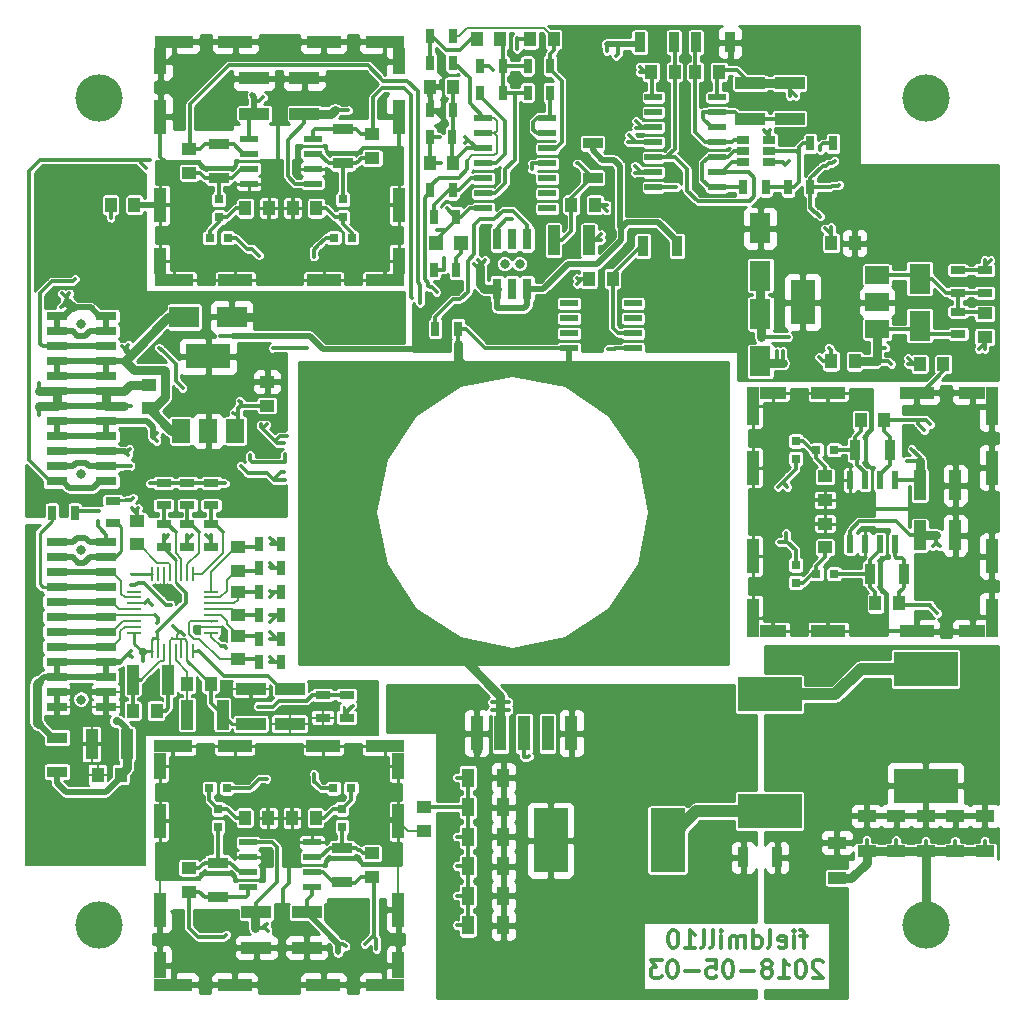
<source format=gbl>
G04 #@! TF.FileFunction,Copper,L6,Bot,Signal*
%FSLAX46Y46*%
G04 Gerber Fmt 4.6, Leading zero omitted, Abs format (unit mm)*
G04 Created by KiCad (PCBNEW 4.0.5+dfsg1-4) date Fri May  4 15:45:56 2018*
%MOMM*%
%LPD*%
G01*
G04 APERTURE LIST*
%ADD10C,0.100000*%
%ADD11C,0.300000*%
%ADD12R,1.198880X1.198880*%
%ADD13R,2.500000X1.000000*%
%ADD14R,1.000000X2.500000*%
%ADD15R,0.760000X1.800000*%
%ADD16R,0.700000X1.300000*%
%ADD17R,1.200000X0.280000*%
%ADD18R,0.280000X1.200000*%
%ADD19R,0.600000X1.550000*%
%ADD20R,1.300000X0.700000*%
%ADD21R,1.000000X1.250000*%
%ADD22R,1.250000X1.000000*%
%ADD23R,1.550000X0.600000*%
%ADD24R,1.060000X0.650000*%
%ADD25R,1.500000X0.600000*%
%ADD26C,4.000000*%
%ADD27R,1.000000X3.000000*%
%ADD28R,1.600000X1.000000*%
%ADD29R,1.000000X1.600000*%
%ADD30R,2.499360X1.800860*%
%ADD31R,1.800860X2.499360*%
%ADD32R,0.750000X0.800000*%
%ADD33R,0.800000X0.750000*%
%ADD34R,5.400000X2.900000*%
%ADD35R,2.900000X5.400000*%
%ADD36R,2.900000X1.000000*%
%ADD37R,3.300000X1.000000*%
%ADD38R,1.000000X2.900000*%
%ADD39R,1.000000X2.300000*%
%ADD40R,1.000000X3.300000*%
%ADD41R,2.300000X1.000000*%
%ADD42R,1.700000X0.900000*%
%ADD43R,0.900000X1.700000*%
%ADD44R,2.000000X3.800000*%
%ADD45R,2.000000X1.500000*%
%ADD46R,3.800000X2.000000*%
%ADD47R,1.500000X2.000000*%
%ADD48R,1.800000X0.760000*%
%ADD49C,0.800000*%
%ADD50C,0.325000*%
%ADD51C,1.100000*%
%ADD52C,0.700000*%
%ADD53C,0.750000*%
%ADD54C,0.500000*%
%ADD55C,0.200000*%
%ADD56C,0.250000*%
%ADD57C,1.000000*%
%ADD58C,0.254000*%
G04 APERTURE END LIST*
D10*
D11*
X124928571Y-135903571D02*
X124357142Y-135903571D01*
X124714285Y-136903571D02*
X124714285Y-135617857D01*
X124642857Y-135475000D01*
X124499999Y-135403571D01*
X124357142Y-135403571D01*
X123857142Y-136903571D02*
X123857142Y-135903571D01*
X123857142Y-135403571D02*
X123928571Y-135475000D01*
X123857142Y-135546429D01*
X123785714Y-135475000D01*
X123857142Y-135403571D01*
X123857142Y-135546429D01*
X122571428Y-136832143D02*
X122714285Y-136903571D01*
X122999999Y-136903571D01*
X123142856Y-136832143D01*
X123214285Y-136689286D01*
X123214285Y-136117857D01*
X123142856Y-135975000D01*
X122999999Y-135903571D01*
X122714285Y-135903571D01*
X122571428Y-135975000D01*
X122499999Y-136117857D01*
X122499999Y-136260714D01*
X123214285Y-136403571D01*
X121642856Y-136903571D02*
X121785714Y-136832143D01*
X121857142Y-136689286D01*
X121857142Y-135403571D01*
X120428571Y-136903571D02*
X120428571Y-135403571D01*
X120428571Y-136832143D02*
X120571428Y-136903571D01*
X120857142Y-136903571D01*
X121000000Y-136832143D01*
X121071428Y-136760714D01*
X121142857Y-136617857D01*
X121142857Y-136189286D01*
X121071428Y-136046429D01*
X121000000Y-135975000D01*
X120857142Y-135903571D01*
X120571428Y-135903571D01*
X120428571Y-135975000D01*
X119714285Y-136903571D02*
X119714285Y-135903571D01*
X119714285Y-136046429D02*
X119642857Y-135975000D01*
X119499999Y-135903571D01*
X119285714Y-135903571D01*
X119142857Y-135975000D01*
X119071428Y-136117857D01*
X119071428Y-136903571D01*
X119071428Y-136117857D02*
X118999999Y-135975000D01*
X118857142Y-135903571D01*
X118642857Y-135903571D01*
X118499999Y-135975000D01*
X118428571Y-136117857D01*
X118428571Y-136903571D01*
X117714285Y-136903571D02*
X117714285Y-135903571D01*
X117714285Y-135403571D02*
X117785714Y-135475000D01*
X117714285Y-135546429D01*
X117642857Y-135475000D01*
X117714285Y-135403571D01*
X117714285Y-135546429D01*
X116785713Y-136903571D02*
X116928571Y-136832143D01*
X116999999Y-136689286D01*
X116999999Y-135403571D01*
X115999999Y-136903571D02*
X116142857Y-136832143D01*
X116214285Y-136689286D01*
X116214285Y-135403571D01*
X114642857Y-136903571D02*
X115500000Y-136903571D01*
X115071428Y-136903571D02*
X115071428Y-135403571D01*
X115214285Y-135617857D01*
X115357143Y-135760714D01*
X115500000Y-135832143D01*
X113714286Y-135403571D02*
X113571429Y-135403571D01*
X113428572Y-135475000D01*
X113357143Y-135546429D01*
X113285714Y-135689286D01*
X113214286Y-135975000D01*
X113214286Y-136332143D01*
X113285714Y-136617857D01*
X113357143Y-136760714D01*
X113428572Y-136832143D01*
X113571429Y-136903571D01*
X113714286Y-136903571D01*
X113857143Y-136832143D01*
X113928572Y-136760714D01*
X114000000Y-136617857D01*
X114071429Y-136332143D01*
X114071429Y-135975000D01*
X114000000Y-135689286D01*
X113928572Y-135546429D01*
X113857143Y-135475000D01*
X113714286Y-135403571D01*
X126285713Y-138096429D02*
X126214284Y-138025000D01*
X126071427Y-137953571D01*
X125714284Y-137953571D01*
X125571427Y-138025000D01*
X125499998Y-138096429D01*
X125428570Y-138239286D01*
X125428570Y-138382143D01*
X125499998Y-138596429D01*
X126357141Y-139453571D01*
X125428570Y-139453571D01*
X124499999Y-137953571D02*
X124357142Y-137953571D01*
X124214285Y-138025000D01*
X124142856Y-138096429D01*
X124071427Y-138239286D01*
X123999999Y-138525000D01*
X123999999Y-138882143D01*
X124071427Y-139167857D01*
X124142856Y-139310714D01*
X124214285Y-139382143D01*
X124357142Y-139453571D01*
X124499999Y-139453571D01*
X124642856Y-139382143D01*
X124714285Y-139310714D01*
X124785713Y-139167857D01*
X124857142Y-138882143D01*
X124857142Y-138525000D01*
X124785713Y-138239286D01*
X124714285Y-138096429D01*
X124642856Y-138025000D01*
X124499999Y-137953571D01*
X122571428Y-139453571D02*
X123428571Y-139453571D01*
X122999999Y-139453571D02*
X122999999Y-137953571D01*
X123142856Y-138167857D01*
X123285714Y-138310714D01*
X123428571Y-138382143D01*
X121714285Y-138596429D02*
X121857143Y-138525000D01*
X121928571Y-138453571D01*
X122000000Y-138310714D01*
X122000000Y-138239286D01*
X121928571Y-138096429D01*
X121857143Y-138025000D01*
X121714285Y-137953571D01*
X121428571Y-137953571D01*
X121285714Y-138025000D01*
X121214285Y-138096429D01*
X121142857Y-138239286D01*
X121142857Y-138310714D01*
X121214285Y-138453571D01*
X121285714Y-138525000D01*
X121428571Y-138596429D01*
X121714285Y-138596429D01*
X121857143Y-138667857D01*
X121928571Y-138739286D01*
X122000000Y-138882143D01*
X122000000Y-139167857D01*
X121928571Y-139310714D01*
X121857143Y-139382143D01*
X121714285Y-139453571D01*
X121428571Y-139453571D01*
X121285714Y-139382143D01*
X121214285Y-139310714D01*
X121142857Y-139167857D01*
X121142857Y-138882143D01*
X121214285Y-138739286D01*
X121285714Y-138667857D01*
X121428571Y-138596429D01*
X120500000Y-138882143D02*
X119357143Y-138882143D01*
X118357143Y-137953571D02*
X118214286Y-137953571D01*
X118071429Y-138025000D01*
X118000000Y-138096429D01*
X117928571Y-138239286D01*
X117857143Y-138525000D01*
X117857143Y-138882143D01*
X117928571Y-139167857D01*
X118000000Y-139310714D01*
X118071429Y-139382143D01*
X118214286Y-139453571D01*
X118357143Y-139453571D01*
X118500000Y-139382143D01*
X118571429Y-139310714D01*
X118642857Y-139167857D01*
X118714286Y-138882143D01*
X118714286Y-138525000D01*
X118642857Y-138239286D01*
X118571429Y-138096429D01*
X118500000Y-138025000D01*
X118357143Y-137953571D01*
X116500000Y-137953571D02*
X117214286Y-137953571D01*
X117285715Y-138667857D01*
X117214286Y-138596429D01*
X117071429Y-138525000D01*
X116714286Y-138525000D01*
X116571429Y-138596429D01*
X116500000Y-138667857D01*
X116428572Y-138810714D01*
X116428572Y-139167857D01*
X116500000Y-139310714D01*
X116571429Y-139382143D01*
X116714286Y-139453571D01*
X117071429Y-139453571D01*
X117214286Y-139382143D01*
X117285715Y-139310714D01*
X115785715Y-138882143D02*
X114642858Y-138882143D01*
X113642858Y-137953571D02*
X113500001Y-137953571D01*
X113357144Y-138025000D01*
X113285715Y-138096429D01*
X113214286Y-138239286D01*
X113142858Y-138525000D01*
X113142858Y-138882143D01*
X113214286Y-139167857D01*
X113285715Y-139310714D01*
X113357144Y-139382143D01*
X113500001Y-139453571D01*
X113642858Y-139453571D01*
X113785715Y-139382143D01*
X113857144Y-139310714D01*
X113928572Y-139167857D01*
X114000001Y-138882143D01*
X114000001Y-138525000D01*
X113928572Y-138239286D01*
X113857144Y-138096429D01*
X113785715Y-138025000D01*
X113642858Y-137953571D01*
X112642858Y-137953571D02*
X111714287Y-137953571D01*
X112214287Y-138525000D01*
X112000001Y-138525000D01*
X111857144Y-138596429D01*
X111785715Y-138667857D01*
X111714287Y-138810714D01*
X111714287Y-139167857D01*
X111785715Y-139310714D01*
X111857144Y-139382143D01*
X112000001Y-139453571D01*
X112428573Y-139453571D01*
X112571430Y-139382143D01*
X112642858Y-139310714D01*
D12*
X93550980Y-77250000D03*
X95649020Y-77250000D03*
D13*
X81200000Y-115000000D03*
X81200000Y-118000000D03*
D14*
X67900000Y-114200000D03*
X70900000Y-114200000D03*
D15*
X101270000Y-81100000D03*
X101270000Y-76900000D03*
X100000000Y-81100000D03*
X100000000Y-76900000D03*
X98730000Y-81100000D03*
X98730000Y-76900000D03*
D16*
X93050000Y-72750000D03*
X94950000Y-72750000D03*
D17*
X74500000Y-106750000D03*
X74500000Y-107250000D03*
X74500000Y-107750000D03*
X74500000Y-108250000D03*
X74500000Y-108750000D03*
X74500000Y-109250000D03*
X74500000Y-109750000D03*
X74500000Y-110250000D03*
D18*
X73000000Y-111750000D03*
X72500000Y-111750000D03*
X72000000Y-111750000D03*
X71500000Y-111750000D03*
X71000000Y-111750000D03*
X70500000Y-111750000D03*
X70000000Y-111750000D03*
X69500000Y-111750000D03*
D17*
X68000000Y-110250000D03*
X68000000Y-109750000D03*
X68000000Y-109250000D03*
X68000000Y-108750000D03*
X68000000Y-108250000D03*
X68000000Y-107750000D03*
X68000000Y-107250000D03*
X68000000Y-106750000D03*
D18*
X69500000Y-105250000D03*
X70000000Y-105250000D03*
X70500000Y-105250000D03*
X71000000Y-105250000D03*
X71500000Y-105250000D03*
X72000000Y-105250000D03*
X72500000Y-105250000D03*
X73000000Y-105250000D03*
D19*
X132405000Y-102700000D03*
X131135000Y-102700000D03*
X129865000Y-102700000D03*
X128595000Y-102700000D03*
X128595000Y-97300000D03*
X129865000Y-97300000D03*
X131135000Y-97300000D03*
X132405000Y-97300000D03*
D20*
X86000000Y-115550000D03*
X86000000Y-117450000D03*
D21*
X117500000Y-62750000D03*
X115500000Y-62750000D03*
X77350000Y-125900000D03*
X79350000Y-125900000D03*
D16*
X93050000Y-62000000D03*
X94950000Y-62000000D03*
D22*
X69250000Y-91250000D03*
X69250000Y-89250000D03*
D21*
X93000000Y-70500000D03*
X95000000Y-70500000D03*
D16*
X93500000Y-84500000D03*
X95400000Y-84500000D03*
X94900000Y-68250000D03*
X93000000Y-68250000D03*
D22*
X140000000Y-85200000D03*
X140000000Y-83200000D03*
D21*
X127000000Y-77250000D03*
X129000000Y-77250000D03*
X127000000Y-87250000D03*
X129000000Y-87250000D03*
D22*
X68250000Y-100750000D03*
X68250000Y-102750000D03*
X76750000Y-106750000D03*
X76750000Y-108750000D03*
X79250000Y-89000000D03*
X79250000Y-91000000D03*
D21*
X111750000Y-62750000D03*
X113750000Y-62750000D03*
D22*
X76750000Y-103000000D03*
X76750000Y-105000000D03*
X76750000Y-110500000D03*
X76750000Y-112500000D03*
D21*
X66900000Y-122300000D03*
X64900000Y-122300000D03*
X74500000Y-114600000D03*
X72500000Y-114600000D03*
X67900000Y-116900000D03*
X69900000Y-116900000D03*
X108500000Y-80250000D03*
X106500000Y-80250000D03*
X105000000Y-74000000D03*
X107000000Y-74000000D03*
X97000000Y-60000000D03*
X99000000Y-60000000D03*
X81350000Y-125900000D03*
X83350000Y-125900000D03*
X83400000Y-74300000D03*
X81400000Y-74300000D03*
D20*
X70500000Y-101050000D03*
X70500000Y-102950000D03*
X72500000Y-101050000D03*
X72500000Y-102950000D03*
X84000000Y-115550000D03*
X84000000Y-117450000D03*
X74500000Y-101050000D03*
X74500000Y-102950000D03*
X70500000Y-99450000D03*
X70500000Y-97550000D03*
X72500000Y-99450000D03*
X72500000Y-97550000D03*
D16*
X125250000Y-68800000D03*
X127150000Y-68800000D03*
D20*
X74500000Y-99450000D03*
X74500000Y-97550000D03*
X66200000Y-99050000D03*
X66200000Y-100950000D03*
D16*
X78550000Y-102750000D03*
X80450000Y-102750000D03*
X80450000Y-104750000D03*
X78550000Y-104750000D03*
X78550000Y-106750000D03*
X80450000Y-106750000D03*
X80450000Y-108750000D03*
X78550000Y-108750000D03*
X78550000Y-110750000D03*
X80450000Y-110750000D03*
X80450000Y-112750000D03*
X78550000Y-112750000D03*
D23*
X77650000Y-131805000D03*
X77650000Y-130535000D03*
X77650000Y-129265000D03*
X77650000Y-127995000D03*
X83050000Y-127995000D03*
X83050000Y-129265000D03*
X83050000Y-130535000D03*
X83050000Y-131805000D03*
X110200000Y-82345000D03*
X110200000Y-83615000D03*
X110200000Y-84885000D03*
X110200000Y-86155000D03*
X104800000Y-86155000D03*
X104800000Y-84885000D03*
X104800000Y-83615000D03*
X104800000Y-82345000D03*
X83100000Y-68395000D03*
X83100000Y-69665000D03*
X83100000Y-70935000D03*
X83100000Y-72205000D03*
X77700000Y-72205000D03*
X77700000Y-70935000D03*
X77700000Y-69665000D03*
X77700000Y-68395000D03*
D16*
X93350000Y-75000000D03*
X95250000Y-75000000D03*
D22*
X126500000Y-103000000D03*
X126500000Y-101000000D03*
X126500000Y-99000000D03*
X126500000Y-97000000D03*
D13*
X120150000Y-66700000D03*
X120150000Y-63700000D03*
D21*
X103500000Y-60000000D03*
X101500000Y-60000000D03*
X79400000Y-74300000D03*
X77400000Y-74300000D03*
D24*
X119550000Y-70400000D03*
X119550000Y-69450000D03*
X119550000Y-68500000D03*
X121750000Y-68500000D03*
X121750000Y-70400000D03*
X121750000Y-69450000D03*
D25*
X111950000Y-72510000D03*
X111950000Y-71240000D03*
X111950000Y-69970000D03*
X111950000Y-68700000D03*
X111950000Y-67430000D03*
X111950000Y-66160000D03*
X111950000Y-64890000D03*
X117350000Y-64890000D03*
X117350000Y-66160000D03*
X117350000Y-67430000D03*
X117350000Y-68700000D03*
X117350000Y-69970000D03*
X117350000Y-71240000D03*
X117350000Y-72510000D03*
D21*
X95000000Y-64000000D03*
X93000000Y-64000000D03*
D16*
X62950000Y-100100000D03*
X61050000Y-100100000D03*
X94950000Y-66000000D03*
X93050000Y-66000000D03*
D26*
X65000000Y-135000000D03*
X135000000Y-135000000D03*
X65000000Y-65000000D03*
X135000000Y-65000000D03*
D27*
X105000000Y-118750000D03*
X103000000Y-118750000D03*
X101000000Y-118750000D03*
X99000000Y-118750000D03*
X97000000Y-118750000D03*
D16*
X95250000Y-79500000D03*
X93350000Y-79500000D03*
X94950000Y-59750000D03*
X93050000Y-59750000D03*
X101300000Y-62250000D03*
X103200000Y-62250000D03*
X101300000Y-64500000D03*
X103200000Y-64500000D03*
D21*
X136500000Y-87500000D03*
X134500000Y-87500000D03*
D22*
X92500000Y-127000000D03*
X92500000Y-125000000D03*
D21*
X68000000Y-74000000D03*
X66000000Y-74000000D03*
D16*
X125250000Y-72500000D03*
X123350000Y-72500000D03*
D14*
X67400000Y-119700000D03*
X64400000Y-119700000D03*
D13*
X82600000Y-133900000D03*
X82600000Y-136900000D03*
D22*
X72600000Y-130150000D03*
X72600000Y-132150000D03*
D13*
X78150000Y-66300000D03*
X78150000Y-63300000D03*
D14*
X134500000Y-97750000D03*
X137500000Y-97750000D03*
X75500000Y-117200000D03*
X72500000Y-117200000D03*
D22*
X88100000Y-128900000D03*
X88100000Y-130900000D03*
X88150000Y-70050000D03*
X88150000Y-68050000D03*
D28*
X130000000Y-125750000D03*
X130000000Y-128750000D03*
X132500000Y-125750000D03*
X132500000Y-128750000D03*
D22*
X72650000Y-71300000D03*
X72650000Y-69300000D03*
D28*
X135000000Y-125750000D03*
X135000000Y-128750000D03*
D21*
X130750000Y-107750000D03*
X132750000Y-107750000D03*
D28*
X137500000Y-125750000D03*
X137500000Y-128750000D03*
X140000000Y-125750000D03*
X140000000Y-128750000D03*
D21*
X129500000Y-92250000D03*
X131500000Y-92250000D03*
D29*
X99250000Y-122500000D03*
X96250000Y-122500000D03*
X99250000Y-125000000D03*
X96250000Y-125000000D03*
X99250000Y-127500000D03*
X96250000Y-127500000D03*
X99250000Y-130000000D03*
X96250000Y-130000000D03*
D28*
X127500000Y-128000000D03*
X127500000Y-131000000D03*
D29*
X99250000Y-132500000D03*
X96250000Y-132500000D03*
X99250000Y-135000000D03*
X96250000Y-135000000D03*
D13*
X77900000Y-115000000D03*
X77900000Y-118000000D03*
X78350000Y-136900000D03*
X78350000Y-133900000D03*
X82400000Y-63300000D03*
X82400000Y-66300000D03*
D14*
X137500000Y-102000000D03*
X134500000Y-102000000D03*
X103500000Y-77000000D03*
X106500000Y-77000000D03*
D13*
X123500000Y-66700000D03*
X123500000Y-63700000D03*
D30*
X72251020Y-83500000D03*
X76248980Y-83500000D03*
D31*
X121000000Y-87248980D03*
X121000000Y-83251020D03*
X134500000Y-80251020D03*
X134500000Y-84248980D03*
X121000000Y-79998980D03*
X121000000Y-76001020D03*
D32*
X75100000Y-125150000D03*
X75100000Y-126650000D03*
D33*
X75850000Y-123400000D03*
X74350000Y-123400000D03*
D32*
X85600000Y-125150000D03*
X85600000Y-126650000D03*
D33*
X84850000Y-123400000D03*
X86350000Y-123400000D03*
D32*
X85650000Y-75050000D03*
X85650000Y-73550000D03*
D33*
X84900000Y-76800000D03*
X86400000Y-76800000D03*
D32*
X75150000Y-75050000D03*
X75150000Y-73550000D03*
D33*
X75900000Y-76800000D03*
X74400000Y-76800000D03*
X125750000Y-105250000D03*
X127250000Y-105250000D03*
D32*
X124000000Y-104500000D03*
X124000000Y-106000000D03*
D33*
X125750000Y-94750000D03*
X127250000Y-94750000D03*
D32*
X124000000Y-95500000D03*
X124000000Y-94000000D03*
D34*
X135000000Y-123200000D03*
X135000000Y-113300000D03*
X121800000Y-115450000D03*
X121800000Y-125350000D03*
D35*
X113150000Y-127800000D03*
X103250000Y-127800000D03*
D36*
X84000000Y-140050000D03*
X76500000Y-140050000D03*
X84000000Y-119850000D03*
X76500000Y-119850000D03*
D37*
X89200000Y-140050000D03*
X71300000Y-140050000D03*
X71300000Y-119850000D03*
X89200000Y-119850000D03*
D38*
X90350000Y-133700000D03*
X90350000Y-126200000D03*
X70150000Y-133700000D03*
X70150000Y-126200000D03*
D39*
X90350000Y-138400000D03*
X70150000Y-138400000D03*
X70150000Y-121500000D03*
X90350000Y-121500000D03*
D36*
X76550000Y-60200000D03*
X84050000Y-60200000D03*
X76550000Y-80400000D03*
X84050000Y-80400000D03*
D37*
X71350000Y-60200000D03*
X89250000Y-60200000D03*
X89250000Y-80400000D03*
X71350000Y-80400000D03*
D38*
X70200000Y-66550000D03*
X70200000Y-74050000D03*
X90400000Y-66550000D03*
X90400000Y-74050000D03*
D39*
X70200000Y-61850000D03*
X90400000Y-61850000D03*
X90400000Y-78750000D03*
X70200000Y-78750000D03*
D38*
X140600000Y-96250000D03*
X140600000Y-103750000D03*
X120400000Y-96250000D03*
X120400000Y-103750000D03*
D40*
X140600000Y-91050000D03*
X140600000Y-108950000D03*
X120400000Y-108950000D03*
X120400000Y-91050000D03*
D36*
X134250000Y-89900000D03*
X126750000Y-89900000D03*
X134250000Y-110100000D03*
X126750000Y-110100000D03*
D41*
X138950000Y-89900000D03*
X138950000Y-110100000D03*
X122050000Y-110100000D03*
X122050000Y-89900000D03*
D42*
X61500000Y-119150000D03*
X61500000Y-122050000D03*
D43*
X111050000Y-77500000D03*
X113950000Y-77500000D03*
D42*
X106800000Y-71700000D03*
X106800000Y-68800000D03*
D20*
X137750000Y-79550000D03*
X137750000Y-81450000D03*
X140000000Y-79550000D03*
X140000000Y-81450000D03*
X137750000Y-83050000D03*
X137750000Y-84950000D03*
D16*
X99200000Y-64500000D03*
X97300000Y-64500000D03*
X97300000Y-62250000D03*
X99200000Y-62250000D03*
D42*
X75100000Y-129700000D03*
X75100000Y-132600000D03*
D16*
X121450000Y-72500000D03*
X119550000Y-72500000D03*
D42*
X85600000Y-128450000D03*
X85600000Y-131350000D03*
X75150000Y-71750000D03*
X75150000Y-68850000D03*
D43*
X110800000Y-60250000D03*
X113700000Y-60250000D03*
X129050000Y-94750000D03*
X131950000Y-94750000D03*
D42*
X85650000Y-70500000D03*
X85650000Y-67600000D03*
D43*
X115550000Y-60250000D03*
X118450000Y-60250000D03*
X122450000Y-129250000D03*
X119550000Y-129250000D03*
X130300000Y-105250000D03*
X133200000Y-105250000D03*
D25*
X97550000Y-74310000D03*
X97550000Y-73040000D03*
X97550000Y-71770000D03*
X97550000Y-70500000D03*
X97550000Y-69230000D03*
X97550000Y-67960000D03*
X97550000Y-66690000D03*
X102950000Y-66690000D03*
X102950000Y-67960000D03*
X102950000Y-69230000D03*
X102950000Y-70500000D03*
X102950000Y-71770000D03*
X102950000Y-73040000D03*
X102950000Y-74310000D03*
D44*
X124600000Y-82250000D03*
D45*
X130900000Y-82250000D03*
X130900000Y-84550000D03*
X130900000Y-79950000D03*
D46*
X74250000Y-86850000D03*
D47*
X74250000Y-93150000D03*
X71950000Y-93150000D03*
X76550000Y-93150000D03*
D48*
X65620000Y-102575000D03*
X61420000Y-102575000D03*
X65620000Y-103845000D03*
X61420000Y-103845000D03*
X65620000Y-105115000D03*
X61420000Y-105115000D03*
X65620000Y-106385000D03*
X61420000Y-106385000D03*
X65620000Y-107655000D03*
X61420000Y-107655000D03*
X65620000Y-108925000D03*
X61420000Y-108925000D03*
X65620000Y-110195000D03*
X61420000Y-110195000D03*
X65620000Y-111465000D03*
X61420000Y-111465000D03*
X65620000Y-112735000D03*
X61420000Y-112735000D03*
X65620000Y-114005000D03*
X61420000Y-114005000D03*
X65620000Y-115275000D03*
X61420000Y-115275000D03*
X65620000Y-116545000D03*
X61420000Y-116545000D03*
X65620000Y-83455000D03*
X61420000Y-83455000D03*
X65620000Y-84725000D03*
X61420000Y-84725000D03*
X65620000Y-85995000D03*
X61420000Y-85995000D03*
X65620000Y-87265000D03*
X61420000Y-87265000D03*
X65620000Y-88535000D03*
X61420000Y-88535000D03*
X65620000Y-89805000D03*
X61420000Y-89805000D03*
X65620000Y-91075000D03*
X61420000Y-91075000D03*
X65620000Y-92345000D03*
X61420000Y-92345000D03*
X65620000Y-93615000D03*
X61420000Y-93615000D03*
X65620000Y-94885000D03*
X61420000Y-94885000D03*
X65620000Y-96155000D03*
X61420000Y-96155000D03*
X65620000Y-97425000D03*
X61420000Y-97425000D03*
D49*
X99365000Y-79000000D03*
X100635000Y-79000000D03*
X63520000Y-96790000D03*
X63520000Y-84090000D03*
X63520000Y-115910000D03*
X63520000Y-103210000D03*
D50*
X63400000Y-118600000D03*
X94250000Y-78500000D03*
X77750000Y-116500000D03*
X77250000Y-116500000D03*
X108000000Y-74500000D03*
X107500000Y-76500000D03*
X105500000Y-80700000D03*
X140500000Y-78700000D03*
X139500000Y-86200000D03*
X126800000Y-86100000D03*
X133500000Y-87000000D03*
X126500000Y-76000000D03*
X101700000Y-71000000D03*
X121300000Y-67700000D03*
X126100000Y-69400000D03*
X124000000Y-64800000D03*
X98400000Y-62600000D03*
X100400000Y-60800000D03*
X110800000Y-62300000D03*
X73300000Y-110300000D03*
X70800000Y-106900000D03*
X67800000Y-99700000D03*
X140000000Y-127850000D03*
X137500000Y-127850000D03*
X135000000Y-127850000D03*
X132500000Y-127800000D03*
X130000000Y-127750000D03*
X59900000Y-89100000D03*
X59900000Y-91800000D03*
X67700000Y-91000000D03*
X67650000Y-89250000D03*
X67100004Y-91000000D03*
X67100000Y-89800000D03*
X59905000Y-89805000D03*
X59925000Y-91075000D03*
X94200000Y-79500000D03*
X94000000Y-70500000D03*
X93900000Y-68300000D03*
X98100000Y-62300000D03*
X100400000Y-59900000D03*
X66000000Y-75100000D03*
X76900000Y-90600000D03*
X76400000Y-91600000D03*
X76800000Y-91200000D03*
X69300000Y-97600000D03*
X75700000Y-97600000D03*
X68300000Y-99700000D03*
X70789508Y-106496182D03*
X73302030Y-109849074D03*
X63500000Y-119700000D03*
X63500000Y-117100000D03*
X62900000Y-117100000D03*
X62900000Y-118600000D03*
X65500000Y-119700000D03*
X98300000Y-116800000D03*
X98300000Y-116100000D03*
X99700000Y-116800000D03*
X99700000Y-116100000D03*
X95300000Y-122500000D03*
X95300000Y-125000000D03*
X95300000Y-127500000D03*
X95300000Y-130000000D03*
X95300000Y-135000000D03*
X95300000Y-132500000D03*
X126000000Y-86900000D03*
X133500000Y-87500000D03*
X140000000Y-86200000D03*
X140000000Y-78700000D03*
X127000000Y-75900000D03*
X107500000Y-77000000D03*
X105500000Y-80200000D03*
X101700000Y-70500000D03*
X108000000Y-74000000D03*
X110800000Y-62800000D03*
X123500000Y-64800000D03*
X121800000Y-67700000D03*
X126100000Y-69000000D03*
D51*
X95810253Y-111511235D03*
X112250000Y-100000000D03*
X112063895Y-102127190D03*
X111511235Y-104189747D03*
X110608811Y-106125000D03*
X109384044Y-107874148D03*
X107874148Y-109384044D03*
X106125000Y-110608811D03*
X104189747Y-111511235D03*
X102127190Y-112063895D03*
X100000000Y-112250000D03*
X97872810Y-112063895D03*
X93875000Y-110608811D03*
X92125852Y-109384044D03*
X90615956Y-107874148D03*
X89391189Y-106125000D03*
X88488765Y-104189747D03*
X87936105Y-102127190D03*
X87750000Y-100000000D03*
X87936105Y-97872810D03*
X88488765Y-95810253D03*
X89391189Y-93875000D03*
X90615956Y-92125852D03*
X92125852Y-90615956D03*
X93875000Y-89391189D03*
X95810253Y-88488765D03*
X97872810Y-87936105D03*
X100000000Y-87750000D03*
X102127190Y-87936105D03*
X104189747Y-88488765D03*
X106125000Y-89391189D03*
X107874148Y-90615956D03*
X109384044Y-92125852D03*
X110608811Y-93875000D03*
X111511235Y-95810253D03*
X112063895Y-97872810D03*
D50*
X83800000Y-123400000D03*
X83400000Y-123000000D03*
X83200000Y-122200000D03*
X78200000Y-123000000D03*
X78600000Y-122600000D03*
X79200000Y-122600000D03*
X77300000Y-77500000D03*
X78000000Y-77750000D03*
X78550000Y-78300000D03*
X83600000Y-77400000D03*
X83200000Y-77800000D03*
X83200000Y-78400000D03*
X123400000Y-97000000D03*
X123300000Y-97900000D03*
X122500000Y-97900000D03*
X123550000Y-102800000D03*
X123200000Y-101800000D03*
X122600000Y-102550000D03*
X96800000Y-79000000D03*
X97100000Y-78700000D03*
X97700000Y-78700000D03*
X67800000Y-112300000D03*
X67300000Y-112200000D03*
X67700000Y-111800000D03*
X79500000Y-104300000D03*
X79500000Y-104700000D03*
X88500000Y-137000006D03*
X87500000Y-136600000D03*
X79500000Y-102200000D03*
X79540762Y-102713848D03*
X75800000Y-135800000D03*
X75100000Y-136000000D03*
X79500000Y-109300000D03*
X78000000Y-95800000D03*
X80700000Y-95800000D03*
X79475010Y-108702639D03*
X77800000Y-95200000D03*
X80744982Y-95144982D03*
X92197529Y-82297529D03*
X92200000Y-81600000D03*
X79500000Y-107200000D03*
X80700000Y-96600000D03*
X77600000Y-96700000D03*
X79500000Y-106700000D03*
X77000000Y-96100000D03*
X80725009Y-97300000D03*
X91500000Y-81900000D03*
X91433580Y-81033395D03*
X79500000Y-112300000D03*
X79500000Y-112700000D03*
X134900000Y-93100000D03*
X135400000Y-92600000D03*
X79500000Y-110200000D03*
X79500000Y-110800000D03*
X136000000Y-108600000D03*
X135400000Y-107900000D03*
X110400000Y-70700000D03*
X69900000Y-109400000D03*
X70000000Y-109000000D03*
X110400000Y-71300000D03*
X78500010Y-116500000D03*
X78999998Y-116500000D03*
X75310000Y-111400000D03*
X75750000Y-111500000D03*
X67700000Y-105300000D03*
X68200000Y-105250000D03*
X67900000Y-98800000D03*
X67300000Y-99000000D03*
X116270000Y-66800000D03*
X113900000Y-72500000D03*
X113400000Y-72500000D03*
X116150008Y-66200000D03*
X126100000Y-75000000D03*
X127700000Y-72300000D03*
X127300000Y-70300000D03*
X126800000Y-70500000D03*
X125700000Y-74700000D03*
X127100000Y-72400000D03*
D52*
X89474991Y-129250000D03*
D50*
X82818196Y-79312510D03*
X83215707Y-79312270D03*
X82386773Y-79279762D03*
X78426477Y-79009550D03*
X77927814Y-78948946D03*
X83121745Y-121054791D03*
X83634792Y-121030415D03*
X121674987Y-102400000D03*
X121686267Y-102008241D03*
X121801382Y-101458327D03*
X121771981Y-98904035D03*
X121742212Y-98342964D03*
X129600000Y-101500000D03*
X130500002Y-101500000D03*
X130950000Y-101500000D03*
X131750000Y-101700000D03*
X131400000Y-101500000D03*
X130050000Y-101500000D03*
X131800000Y-103700000D03*
X131400000Y-103900000D03*
X131100000Y-104200000D03*
X131150000Y-104650000D03*
X131150000Y-105100000D03*
X131150000Y-105550000D03*
X131150000Y-106000000D03*
X131150000Y-106450000D03*
X131450000Y-106750000D03*
X131650000Y-107150000D03*
X131650000Y-107600000D03*
X131650000Y-108050000D03*
X131650000Y-108500000D03*
X131300000Y-108800000D03*
X127950000Y-98400000D03*
X128350000Y-98550000D03*
X130550000Y-98400000D03*
X130100000Y-98550000D03*
X129650000Y-98550000D03*
X129200000Y-98550000D03*
X128750000Y-98550000D03*
X130500000Y-96300000D03*
X130150000Y-96100000D03*
X129850000Y-95850000D03*
X129900000Y-95350000D03*
X129900000Y-94950000D03*
X129900000Y-94550000D03*
X129900000Y-94150000D03*
X129900000Y-93750000D03*
X130050000Y-93300000D03*
X130400000Y-92800000D03*
X130400000Y-92400000D03*
X130400000Y-92000000D03*
X130400000Y-91600000D03*
X130100000Y-91250000D03*
X82050000Y-71600000D03*
X81900000Y-71200000D03*
X82050000Y-69000000D03*
X81900000Y-69400000D03*
X81900000Y-69850000D03*
X81900000Y-70300000D03*
X81900000Y-70750000D03*
X84300002Y-69499998D03*
X84150000Y-69000000D03*
X84750000Y-69650000D03*
X85200000Y-69650000D03*
X85650000Y-69650000D03*
X86100000Y-69650000D03*
X86550000Y-69650000D03*
X86950000Y-69600000D03*
X87200000Y-69300000D03*
X87550000Y-69150000D03*
X88000000Y-69150000D03*
X88450000Y-69150000D03*
X88900000Y-69150000D03*
X89200000Y-69450000D03*
X78850000Y-72800000D03*
X78950000Y-72400000D03*
X78800000Y-70250000D03*
X78950000Y-70600000D03*
X78950000Y-71100000D03*
X78950000Y-71550000D03*
X78950000Y-72000000D03*
X76650000Y-70250000D03*
X76500000Y-70700000D03*
X76100000Y-70900000D03*
X75650000Y-70900000D03*
X75200000Y-70900000D03*
X74750000Y-70900000D03*
X74300000Y-70900000D03*
X73900000Y-70850000D03*
X73600000Y-70550000D03*
X73250000Y-70400000D03*
X72850000Y-70400000D03*
X72450000Y-70400000D03*
X72050000Y-70400000D03*
X71700000Y-70600000D03*
X81800000Y-127600000D03*
X81800000Y-128000000D03*
X81800000Y-128400000D03*
X81800006Y-128800000D03*
X81800000Y-129199994D03*
X81800000Y-129600000D03*
X82000000Y-129950000D03*
X84350002Y-129450000D03*
X84100000Y-129900000D03*
X84850000Y-129300000D03*
X85250000Y-129300000D03*
X85650000Y-129300000D03*
X86050000Y-129300000D03*
X86450000Y-129300000D03*
X86850000Y-129300000D03*
X87100000Y-129600000D03*
X87400000Y-129800000D03*
X87800000Y-129800000D03*
X88200000Y-129800000D03*
X88600000Y-129800000D03*
X89000000Y-129700000D03*
X78899986Y-129050000D03*
X78800000Y-128550000D03*
X78850000Y-129550000D03*
X78850000Y-129950008D03*
X78850000Y-130349994D03*
X78850000Y-130749994D03*
X78700000Y-131150000D03*
X76600000Y-131200000D03*
X76450000Y-130800000D03*
X76100000Y-130550000D03*
X75600000Y-130550000D03*
X75150000Y-130550000D03*
X74700000Y-130550000D03*
X74250000Y-130550000D03*
X73800000Y-130600000D03*
X73500000Y-130950000D03*
X73100000Y-131050000D03*
X72650000Y-131050000D03*
X72200000Y-131050000D03*
X71750000Y-131000000D03*
X77500000Y-122000000D03*
X77200000Y-122250000D03*
X76800000Y-122250006D03*
X77800002Y-121700002D03*
X78000000Y-121250000D03*
X78399996Y-121100000D03*
X78850000Y-121100000D03*
X79250000Y-121100000D03*
X79650000Y-121100000D03*
X80100000Y-121100000D03*
X80500000Y-121100000D03*
X80950000Y-121100000D03*
X81350000Y-121100000D03*
X81800000Y-121100000D03*
X82249986Y-121100000D03*
X82700000Y-121100000D03*
X84000000Y-121300000D03*
X84300000Y-121600000D03*
X84550000Y-121950000D03*
X84850012Y-122250000D03*
X122950000Y-104050000D03*
X122700000Y-103700004D03*
X122400000Y-103400000D03*
X122099996Y-103150000D03*
X121850000Y-102800000D03*
X121850000Y-101100000D03*
X121850000Y-100650000D03*
X121850000Y-100200000D03*
X121850000Y-99750006D03*
X121850000Y-99300000D03*
X121850000Y-97950000D03*
X121900000Y-97500000D03*
X122150000Y-97150000D03*
X122450000Y-96850000D03*
X122750000Y-96550000D03*
X122950000Y-96150000D03*
X123000000Y-95650004D03*
X84000000Y-79149996D03*
X83599990Y-79250000D03*
X85050000Y-77800000D03*
X84650004Y-78100000D03*
X84350000Y-78400000D03*
X84100000Y-78750000D03*
X82000000Y-79250000D03*
X81650004Y-79250000D03*
X81250000Y-79250000D03*
X80850000Y-79250000D03*
X80450002Y-79250000D03*
X80050000Y-79250000D03*
X79650000Y-79250000D03*
X79250000Y-79250000D03*
X78800000Y-79250000D03*
X77550000Y-78700000D03*
X77150000Y-78450000D03*
X76850000Y-78100000D03*
X76550000Y-77800000D03*
X76050000Y-77749998D03*
X75600006Y-77750000D03*
D52*
X89425753Y-128580342D03*
X71250000Y-130500000D03*
X71250000Y-129750000D03*
X71750000Y-129000000D03*
X72500000Y-129000000D03*
X73250000Y-128750000D03*
X73250000Y-128000000D03*
X73250000Y-127250000D03*
X73250000Y-126500000D03*
X73250000Y-125750000D03*
X73250000Y-125000000D03*
X73250000Y-124250000D03*
X73250000Y-123500000D03*
X73250000Y-122750000D03*
X74000000Y-122250000D03*
X74750000Y-122250000D03*
X75500000Y-122250000D03*
X76250000Y-122250000D03*
X89000000Y-127750000D03*
X88250000Y-127750000D03*
X87500000Y-127500000D03*
X87500000Y-126750000D03*
X87500000Y-126000000D03*
X87500000Y-125250000D03*
X87500000Y-124500000D03*
X87500000Y-123750000D03*
X87500000Y-123000000D03*
X87000000Y-122250000D03*
X86250000Y-122250000D03*
X85500000Y-122250000D03*
X89500000Y-70000000D03*
X89500000Y-70750000D03*
X88750000Y-71250000D03*
X88000000Y-71250000D03*
X87500000Y-71750000D03*
X87500000Y-72500000D03*
X87500000Y-73250000D03*
X87500000Y-74000000D03*
X87500000Y-74750000D03*
X87500000Y-75500000D03*
X87500000Y-76250000D03*
X87500000Y-77000000D03*
X87250000Y-77750000D03*
X86500000Y-77750000D03*
X85750000Y-77750000D03*
X129500000Y-91000000D03*
X128750000Y-91000000D03*
X128250000Y-91500000D03*
X128250000Y-92250000D03*
X128000000Y-93000000D03*
X127250000Y-93000000D03*
X126500000Y-93000000D03*
X125750000Y-93000000D03*
X125000000Y-93000000D03*
X124250000Y-93000000D03*
X123500000Y-93000000D03*
X123000000Y-93500000D03*
X123000000Y-94250000D03*
X123000000Y-95000000D03*
X130750000Y-109000000D03*
X130000000Y-109000000D03*
X129500000Y-108500000D03*
X129500000Y-107750000D03*
X129250000Y-107000000D03*
X128500000Y-107000000D03*
X127750000Y-107000000D03*
X127000000Y-107000000D03*
X126250000Y-107000000D03*
X125500000Y-107000000D03*
X124750000Y-107000000D03*
X124000000Y-107000000D03*
X123250000Y-107000000D03*
X123000000Y-106250000D03*
X123000000Y-105500000D03*
X123000000Y-104750000D03*
D50*
X126300000Y-70700000D03*
X125250000Y-74150000D03*
X126600000Y-72500000D03*
X71900000Y-121500000D03*
X122000000Y-108500000D03*
X88700000Y-78900000D03*
D52*
X73250000Y-74000000D03*
X73250000Y-73250000D03*
X73250000Y-72500000D03*
X72500000Y-72500000D03*
X71750000Y-72500000D03*
X71250000Y-71750000D03*
X71250000Y-71000000D03*
X75000000Y-77750000D03*
X74250000Y-77750000D03*
X73500000Y-77750000D03*
X73250000Y-77000000D03*
X73250000Y-76250000D03*
X73250000Y-75500000D03*
X73250000Y-74750000D03*
D50*
X74100000Y-102000000D03*
X72900000Y-102000000D03*
X70900000Y-102000000D03*
X67100000Y-118100000D03*
X68700000Y-112600000D03*
D52*
X66500000Y-117750000D03*
X68700000Y-111900000D03*
D50*
X70500000Y-102000000D03*
X72500000Y-102000000D03*
X74500000Y-102000000D03*
X105900000Y-70800000D03*
X99400000Y-68900000D03*
X99400000Y-68000000D03*
X105500000Y-70500000D03*
X67500000Y-85900000D03*
X67000000Y-86000000D03*
X108800000Y-61400000D03*
X108000000Y-61000000D03*
X129700000Y-75800000D03*
X94000000Y-63500000D03*
X94100000Y-66700000D03*
X76400000Y-85100000D03*
X75900000Y-85100000D03*
X75300000Y-85100004D03*
X94000000Y-64000000D03*
X94100000Y-66000000D03*
X129500000Y-83750000D03*
X129000000Y-83750000D03*
X128500000Y-83750000D03*
X128000000Y-83750000D03*
X127500000Y-83750000D03*
X127000000Y-83750000D03*
X126500000Y-83750000D03*
X126500000Y-80750000D03*
X127000000Y-80750000D03*
X127500000Y-80750000D03*
X128000000Y-80750000D03*
X128500000Y-80750000D03*
X129500000Y-80750000D03*
X129000000Y-80750000D03*
X129000000Y-81250000D03*
X128500000Y-81250000D03*
X128000000Y-81250000D03*
X127500000Y-81250000D03*
X127000000Y-81250000D03*
X126500000Y-81250000D03*
X126500000Y-83250000D03*
X127000000Y-83250000D03*
X127500000Y-83250000D03*
X128000000Y-83250000D03*
X128500000Y-83250000D03*
X129000000Y-83250000D03*
X129000000Y-82750000D03*
X128500000Y-82750000D03*
X128000000Y-82750000D03*
X127500000Y-82750000D03*
X127000000Y-82750000D03*
X126500000Y-82750000D03*
X126000000Y-82250000D03*
X126500000Y-81750000D03*
X127000000Y-81750000D03*
X127500000Y-81750000D03*
X128000000Y-81750000D03*
X128500000Y-81750000D03*
X129000000Y-81750000D03*
X129500000Y-82250000D03*
X129000000Y-82250000D03*
X128500000Y-82250000D03*
X128000000Y-82250000D03*
X127500000Y-82250000D03*
X127000000Y-82250000D03*
X126500000Y-82250000D03*
X69900000Y-94000000D03*
X69900000Y-93300000D03*
X129000000Y-75799998D03*
X101400000Y-120700000D03*
X101000000Y-120750000D03*
X63000000Y-80300000D03*
X62500000Y-80500000D03*
X61800000Y-82700000D03*
X62299999Y-82199999D03*
X124400000Y-130000000D03*
X125700000Y-129200000D03*
X125600000Y-128700000D03*
X61900000Y-81500000D03*
X62500000Y-81500000D03*
X79200000Y-92600000D03*
X80900000Y-93600000D03*
X78700000Y-92600000D03*
X80700000Y-94200000D03*
X93600000Y-81400000D03*
X86500000Y-116400000D03*
X93000000Y-81000000D03*
X85800000Y-116524990D03*
X94500000Y-74300000D03*
X93600000Y-76100000D03*
X67600000Y-94700000D03*
X67500000Y-95200000D03*
X69000000Y-70900000D03*
X123400000Y-70300000D03*
X69300000Y-70200000D03*
X123100000Y-70600000D03*
X108100000Y-86200000D03*
X81900000Y-86100000D03*
X80200000Y-86100000D03*
X65075000Y-101400000D03*
X67700000Y-106200000D03*
X70294974Y-107500000D03*
X71100000Y-107900000D03*
X64900000Y-100800000D03*
X79728242Y-86126368D03*
X82600000Y-86100000D03*
X108700000Y-86200000D03*
X68300000Y-106000000D03*
X109900000Y-68100000D03*
X69500000Y-107900000D03*
X65000000Y-99900000D03*
X71800000Y-89200000D03*
X72100000Y-89500000D03*
X70400000Y-86400000D03*
X70100000Y-86100000D03*
X69137156Y-107508174D03*
X64300000Y-99900000D03*
X109800000Y-68700000D03*
X86100000Y-66000000D03*
X85400000Y-66000000D03*
X71200014Y-110700000D03*
X71300000Y-109700000D03*
X72200000Y-110400000D03*
X71800000Y-110200000D03*
X131600000Y-86100000D03*
X123400000Y-85200000D03*
X122700000Y-85200000D03*
X132100000Y-87500000D03*
X135600000Y-102900000D03*
X136200000Y-102900000D03*
X79300000Y-135500000D03*
X79200000Y-134900000D03*
X74600000Y-112900000D03*
X75100000Y-113400000D03*
X76200000Y-113900000D03*
X75590000Y-113900000D03*
X68300000Y-71000000D03*
X67200000Y-71000000D03*
X67400000Y-71600000D03*
X68100000Y-71500000D03*
X78900000Y-64900000D03*
X85900000Y-136800000D03*
X72900000Y-89700000D03*
X72900000Y-90250000D03*
X73350000Y-90250000D03*
X73350000Y-89700000D03*
X73850000Y-89700000D03*
X73850000Y-90250000D03*
X75100000Y-89750000D03*
X75600000Y-89750000D03*
X75600000Y-90300000D03*
X75100000Y-90300000D03*
X75100000Y-90800000D03*
X75600000Y-90800000D03*
X75600000Y-91300000D03*
X75100000Y-91300000D03*
X73850000Y-90800000D03*
X73350000Y-90800000D03*
X72900000Y-90800000D03*
X72450000Y-90800000D03*
X72450000Y-91300000D03*
X72900000Y-91300000D03*
X73350000Y-91300000D03*
X73850000Y-91300000D03*
X76200000Y-89150000D03*
X76200000Y-88700000D03*
X73800000Y-89100000D03*
X73300000Y-89100000D03*
X72800000Y-89100000D03*
X72800000Y-88650000D03*
X73300000Y-88650000D03*
X73800000Y-88650000D03*
X75150000Y-89150000D03*
X75700000Y-89150000D03*
X75700000Y-88700000D03*
X75150000Y-88700000D03*
X79800000Y-82534591D03*
X79400000Y-82934591D03*
X78834591Y-83500000D03*
X89075032Y-82224968D03*
X89600000Y-82200000D03*
X89600000Y-81700000D03*
X89100000Y-81700000D03*
X122400000Y-86400000D03*
X122900000Y-86400000D03*
X133400000Y-95700000D03*
X133800000Y-94700000D03*
X85250000Y-137250000D03*
X78000000Y-64750000D03*
X96000000Y-68800000D03*
X100000000Y-75200000D03*
X96000000Y-68250000D03*
X99500000Y-75250000D03*
X110500000Y-66900000D03*
X67700000Y-96100000D03*
X67000000Y-96100000D03*
X110500000Y-67500000D03*
D11*
X63400000Y-118370191D02*
X63400000Y-118600000D01*
X63400000Y-117999999D02*
X63400000Y-118370191D01*
X63500000Y-117899999D02*
X63400000Y-117999999D01*
X94200000Y-79500000D02*
X94200000Y-78550000D01*
X94200000Y-78550000D02*
X94250000Y-78500000D01*
X77500000Y-116250000D02*
X77250000Y-116500000D01*
X77900000Y-115850000D02*
X77500000Y-116250000D01*
X77500000Y-116250000D02*
X77750000Y-116500000D01*
X77900000Y-115000000D02*
X77900000Y-115850000D01*
X95400000Y-84500000D02*
X96050000Y-84500000D01*
X96050000Y-84500000D02*
X97705000Y-86155000D01*
X97705000Y-86155000D02*
X103725000Y-86155000D01*
X103725000Y-86155000D02*
X104800000Y-86155000D01*
X107000000Y-74000000D02*
X107500000Y-74000000D01*
X107500000Y-74000000D02*
X108000000Y-74500000D01*
X106500000Y-77000000D02*
X107000000Y-77000000D01*
X107000000Y-77000000D02*
X107500000Y-76500000D01*
X106500000Y-80250000D02*
X105950000Y-80250000D01*
X105950000Y-80250000D02*
X105500000Y-80700000D01*
X140000000Y-79550000D02*
X140000000Y-79200000D01*
X140000000Y-79200000D02*
X140500000Y-78700000D01*
X140000000Y-85200000D02*
X140000000Y-85700000D01*
X140000000Y-85700000D02*
X139500000Y-86200000D01*
X127000000Y-87250000D02*
X127000000Y-86300000D01*
X127000000Y-86300000D02*
X126800000Y-86100000D01*
X134500000Y-87500000D02*
X134000000Y-87500000D01*
X134000000Y-87500000D02*
X133500000Y-87000000D01*
X127000000Y-77250000D02*
X127000000Y-76500000D01*
X127000000Y-76500000D02*
X126500000Y-76000000D01*
X101700000Y-70500000D02*
X101700000Y-71000000D01*
X121750000Y-68500000D02*
X121750000Y-68150000D01*
X121750000Y-68150000D02*
X121300000Y-67700000D01*
X126100000Y-69000000D02*
X126100000Y-69400000D01*
X127150000Y-68800000D02*
X126300000Y-68800000D01*
X123500000Y-63700000D02*
X123500000Y-64300000D01*
X123500000Y-64300000D02*
X124000000Y-64800000D01*
X98100000Y-62300000D02*
X98400000Y-62600000D01*
X100400000Y-59900000D02*
X100400000Y-60800000D01*
X111750000Y-62750000D02*
X111250000Y-62750000D01*
X111250000Y-62750000D02*
X110800000Y-62300000D01*
X73302030Y-110297970D02*
X73300000Y-110300000D01*
X73302030Y-109849074D02*
X73302030Y-110297970D01*
X70789508Y-106496182D02*
X70789508Y-106889508D01*
X70789508Y-106889508D02*
X70800000Y-106900000D01*
X68250000Y-100750000D02*
X68250000Y-100150000D01*
X68250000Y-100150000D02*
X67800000Y-99700000D01*
X126300000Y-68800000D02*
X126100000Y-69000000D01*
X140000000Y-128750000D02*
X140000000Y-127850000D01*
X137500000Y-128750000D02*
X137500000Y-127850000D01*
X135000000Y-128750000D02*
X135000000Y-127850000D01*
X132500000Y-128750000D02*
X132500000Y-127800000D01*
X130000000Y-128750000D02*
X130000000Y-127750000D01*
X59905000Y-89805000D02*
X59905000Y-89105000D01*
X59905000Y-89105000D02*
X59900000Y-89100000D01*
X59925000Y-91075000D02*
X59925000Y-91775000D01*
X59925000Y-91775000D02*
X59900000Y-91800000D01*
X67100004Y-91000000D02*
X67700000Y-91000000D01*
X81200000Y-118000000D02*
X80450000Y-118000000D01*
X95300000Y-125000000D02*
X94900000Y-125000000D01*
X94900000Y-125000000D02*
X92500000Y-125000000D01*
X93350000Y-79500000D02*
X94200000Y-79500000D01*
X93000000Y-70500000D02*
X94000000Y-70500000D01*
X93000000Y-68250000D02*
X93850000Y-68250000D01*
X93850000Y-68250000D02*
X93900000Y-68300000D01*
X93000000Y-70500000D02*
X93000000Y-68250000D01*
X97300000Y-62250000D02*
X98050000Y-62250000D01*
X98050000Y-62250000D02*
X98100000Y-62300000D01*
X101500000Y-60000000D02*
X100500000Y-60000000D01*
X100500000Y-60000000D02*
X100400000Y-59900000D01*
X66000000Y-74000000D02*
X66000000Y-75100000D01*
X77000000Y-91000000D02*
X77000000Y-90700000D01*
X77000000Y-90700000D02*
X76900000Y-90600000D01*
X76800000Y-91700000D02*
X76800000Y-92900000D01*
X76800000Y-91200000D02*
X76800000Y-91700000D01*
X76800000Y-91700000D02*
X76500000Y-91700000D01*
X76500000Y-91700000D02*
X76400000Y-91600000D01*
X76800000Y-92900000D02*
X76550000Y-93150000D01*
X79250000Y-91000000D02*
X77000000Y-91000000D01*
X77000000Y-91000000D02*
X76800000Y-91200000D01*
X70500000Y-97550000D02*
X69350000Y-97550000D01*
X69350000Y-97550000D02*
X69300000Y-97600000D01*
X74500000Y-97550000D02*
X75650000Y-97550000D01*
X75650000Y-97550000D02*
X75700000Y-97600000D01*
X72500000Y-97550000D02*
X74500000Y-97550000D01*
X70500000Y-97550000D02*
X72500000Y-97550000D01*
X68250000Y-100750000D02*
X68250000Y-99750000D01*
X68250000Y-99750000D02*
X68300000Y-99700000D01*
X64400000Y-119700000D02*
X63500000Y-119700000D01*
X63500000Y-117899999D02*
X63500000Y-117100000D01*
X62900000Y-117899999D02*
X62900000Y-117100000D01*
D53*
X62900000Y-117899999D02*
X63500000Y-117899999D01*
X61799999Y-117899999D02*
X62900000Y-117899999D01*
D11*
X62900000Y-117899999D02*
X62900000Y-118600000D01*
X64400000Y-119700000D02*
X65500000Y-119700000D01*
X99000000Y-116800000D02*
X98300000Y-116800000D01*
X99000000Y-116100000D02*
X98300000Y-116100000D01*
X99000000Y-116800000D02*
X99700000Y-116800000D01*
X99000000Y-116100000D02*
X99700000Y-116100000D01*
D53*
X99000000Y-118750000D02*
X99000000Y-116800000D01*
X99000000Y-116100000D02*
X99000000Y-116800000D01*
D11*
X96250000Y-122500000D02*
X95300000Y-122500000D01*
X96250000Y-125000000D02*
X95300000Y-125000000D01*
X96250000Y-127500000D02*
X95300000Y-127500000D01*
X96250000Y-130000000D02*
X95300000Y-130000000D01*
X96250000Y-135000000D02*
X95300000Y-135000000D01*
X96250000Y-132500000D02*
X95300000Y-132500000D01*
X127000000Y-87250000D02*
X126350000Y-87250000D01*
X126350000Y-87250000D02*
X126000000Y-86900000D01*
X134500000Y-87500000D02*
X133500000Y-87500000D01*
X140000000Y-85200000D02*
X140000000Y-86200000D01*
X140000000Y-79550000D02*
X140000000Y-78700000D01*
X127000000Y-77250000D02*
X127000000Y-75900000D01*
X117500000Y-62750000D02*
X117650000Y-62600000D01*
X119050000Y-62600000D02*
X120150000Y-63700000D01*
X117650000Y-62600000D02*
X119050000Y-62600000D01*
X106500000Y-77000000D02*
X107500000Y-77000000D01*
X106500000Y-80250000D02*
X105550000Y-80250000D01*
X105550000Y-80250000D02*
X105500000Y-80200000D01*
X102950000Y-70500000D02*
X101700000Y-70500000D01*
X107000000Y-74000000D02*
X108000000Y-74000000D01*
X111750000Y-62750000D02*
X110850000Y-62750000D01*
X110850000Y-62750000D02*
X110800000Y-62800000D01*
X123500000Y-63700000D02*
X123500000Y-64800000D01*
X121750000Y-68500000D02*
X121750000Y-67750000D01*
X121750000Y-67750000D02*
X121800000Y-67700000D01*
X137750000Y-79550000D02*
X140000000Y-79550000D01*
X95400000Y-85750000D02*
X95400000Y-84500000D01*
D54*
X93000000Y-68250000D02*
X93000000Y-68325001D01*
X93000000Y-70500000D02*
X93000000Y-70274999D01*
D53*
X101500000Y-60000000D02*
X101400000Y-60000000D01*
D54*
X61420000Y-115275000D02*
X62820000Y-115275000D01*
X62820000Y-115275000D02*
X63195000Y-114900000D01*
X64220000Y-115275000D02*
X65620000Y-115275000D01*
X63195000Y-114900000D02*
X63845000Y-114900000D01*
X63845000Y-114900000D02*
X64220000Y-115275000D01*
X65620000Y-89805000D02*
X61420000Y-89805000D01*
X61420000Y-91075000D02*
X65620000Y-91075000D01*
D53*
X67549999Y-89350001D02*
X67100000Y-89800000D01*
X67650000Y-89250000D02*
X67549999Y-89350001D01*
X69250000Y-89250000D02*
X67650000Y-89250000D01*
X66463604Y-89800000D02*
X67100000Y-89800000D01*
X65625000Y-89800000D02*
X66463604Y-89800000D01*
X65620000Y-89805000D02*
X65625000Y-89800000D01*
X66463608Y-91000000D02*
X67100004Y-91000000D01*
X65695000Y-91000000D02*
X66463608Y-91000000D01*
X65620000Y-91075000D02*
X65695000Y-91000000D01*
X76550000Y-93150000D02*
X76600000Y-93100000D01*
D55*
X70500000Y-106206674D02*
X70789508Y-106496182D01*
X70500000Y-105250000D02*
X70500000Y-106206674D01*
D53*
X120150000Y-63700000D02*
X120200000Y-63750000D01*
D55*
X74500000Y-109750000D02*
X73401104Y-109750000D01*
X73401104Y-109750000D02*
X73302030Y-109849074D01*
D11*
X111950000Y-64890000D02*
X111800000Y-64740000D01*
X111800000Y-64740000D02*
X111800000Y-62800000D01*
D53*
X111800000Y-62800000D02*
X111750000Y-62750000D01*
D11*
X117350000Y-64890000D02*
X117350000Y-62900000D01*
X117350000Y-62900000D02*
X117500000Y-62750000D01*
D53*
X120150000Y-63700000D02*
X123500000Y-63700000D01*
D54*
X104800000Y-86155000D02*
X104800000Y-87878512D01*
D53*
X104800000Y-87878512D02*
X104189747Y-88488765D01*
X95400000Y-87150000D02*
X95810253Y-87560253D01*
X95810253Y-87560253D02*
X95810253Y-88488765D01*
X95400000Y-85750000D02*
X95400000Y-87150000D01*
X65620000Y-89805000D02*
X65620000Y-91075000D01*
X61420000Y-89805000D02*
X59905000Y-89805000D01*
X59905000Y-89805000D02*
X59900000Y-89800000D01*
X61420000Y-91075000D02*
X59925000Y-91075000D01*
X59925000Y-91075000D02*
X59900000Y-91100000D01*
X61420000Y-91075000D02*
X61420000Y-89805000D01*
X61420000Y-117520000D02*
X61799999Y-117899999D01*
D54*
X61420000Y-116545000D02*
X61420000Y-117520000D01*
X61420000Y-115275000D02*
X61420000Y-116545000D01*
X65620000Y-116545000D02*
X65620000Y-117080000D01*
X65620000Y-115275000D02*
X65620000Y-116545000D01*
D53*
X135000000Y-128750000D02*
X135000000Y-135000000D01*
X99000000Y-116100000D02*
X99000000Y-115600000D01*
X99000000Y-115600000D02*
X95800000Y-112400000D01*
D11*
X95810253Y-111511235D02*
X95800000Y-112400000D01*
X96250000Y-132500000D02*
X96250000Y-135000000D01*
X96250000Y-130000000D02*
X96250000Y-132500000D01*
X96250000Y-127500000D02*
X96250000Y-130000000D01*
X96250000Y-125000000D02*
X96250000Y-127500000D01*
X96250000Y-122500000D02*
X96250000Y-125000000D01*
D53*
X96250000Y-122200000D02*
X96250000Y-122500000D01*
X130000000Y-128750000D02*
X130000000Y-129700000D01*
X130000000Y-129700000D02*
X128700000Y-131000000D01*
X128700000Y-131000000D02*
X127500000Y-131000000D01*
X132500000Y-128750000D02*
X130000000Y-128750000D01*
X135000000Y-128750000D02*
X132500000Y-128750000D01*
X137500000Y-128750000D02*
X135000000Y-128750000D01*
X140000000Y-128750000D02*
X137500000Y-128750000D01*
D11*
X83800000Y-123400000D02*
X83400000Y-123000000D01*
X83400000Y-123000000D02*
X83250000Y-122850000D01*
X83250000Y-122250000D02*
X83200000Y-122200000D01*
X83250000Y-122850000D02*
X83250000Y-122250000D01*
X84850000Y-123400000D02*
X83800000Y-123400000D01*
X77800000Y-123400000D02*
X78200000Y-123000000D01*
X78200000Y-123000000D02*
X78600000Y-122600000D01*
X79200000Y-122600000D02*
X78600000Y-122600000D01*
X75850000Y-123400000D02*
X77800000Y-123400000D01*
X77300000Y-77500000D02*
X76600000Y-76800000D01*
X77550000Y-77750000D02*
X77300000Y-77500000D01*
X78550000Y-78300000D02*
X78000000Y-77750000D01*
X78000000Y-77750000D02*
X77550000Y-77750000D01*
X76600000Y-76800000D02*
X75900000Y-76800000D01*
X84200000Y-76800000D02*
X83600000Y-77400000D01*
X83600000Y-77400000D02*
X83200000Y-77800000D01*
X83200000Y-78400000D02*
X83200000Y-77800000D01*
X84900000Y-76800000D02*
X84200000Y-76800000D01*
X123000000Y-97400000D02*
X123400000Y-97000000D01*
X123400000Y-97000000D02*
X124000000Y-96400000D01*
X122500000Y-97900000D02*
X123000000Y-97400000D01*
X123300000Y-97900000D02*
X123000000Y-97600000D01*
X123000000Y-97600000D02*
X123000000Y-97400000D01*
X124000000Y-96400000D02*
X124000000Y-95500000D01*
X123200000Y-101800000D02*
X123200000Y-102450000D01*
X123200000Y-102450000D02*
X123300000Y-102550000D01*
X124000000Y-104500000D02*
X124000000Y-103250000D01*
X124000000Y-103250000D02*
X123300000Y-102550000D01*
X123300000Y-102550000D02*
X122600000Y-102550000D01*
X76750000Y-103000000D02*
X78300000Y-103000000D01*
D55*
X78300000Y-103000000D02*
X78550000Y-102750000D01*
X74500000Y-106750000D02*
X74500000Y-105125000D01*
X74500000Y-105125000D02*
X76625000Y-103000000D01*
X76625000Y-103000000D02*
X76750000Y-103000000D01*
D11*
X76750000Y-105000000D02*
X78300000Y-105000000D01*
D55*
X78300000Y-105000000D02*
X78550000Y-104750000D01*
X74500000Y-107250000D02*
X75300000Y-107250000D01*
X75300000Y-107250000D02*
X75824999Y-106725001D01*
X75824999Y-106725001D02*
X75824999Y-105800001D01*
X75824999Y-105800001D02*
X76625000Y-105000000D01*
X76625000Y-105000000D02*
X76750000Y-105000000D01*
X74500000Y-108750000D02*
X75345702Y-108750000D01*
X75345702Y-108750000D02*
X75824999Y-109229297D01*
X75824999Y-109229297D02*
X75824999Y-109490001D01*
X75824999Y-109490001D02*
X76750000Y-110415002D01*
X76750000Y-110415002D02*
X76750000Y-110500000D01*
D11*
X76750000Y-110500000D02*
X78300000Y-110500000D01*
D55*
X78300000Y-110500000D02*
X78550000Y-110750000D01*
X75259500Y-112500000D02*
X75925000Y-112500000D01*
X73522002Y-110762502D02*
X75259500Y-112500000D01*
X72662502Y-110347006D02*
X73077998Y-110762502D01*
X72662502Y-109354689D02*
X72662502Y-110347006D01*
X73077998Y-110762502D02*
X73522002Y-110762502D01*
X74500000Y-109250000D02*
X72767191Y-109250000D01*
X75925000Y-112500000D02*
X76750000Y-112500000D01*
X72767191Y-109250000D02*
X72662502Y-109354689D01*
D11*
X76750000Y-112500000D02*
X78300000Y-112500000D01*
D55*
X78300000Y-112500000D02*
X78550000Y-112750000D01*
X74500000Y-109250000D02*
X74559999Y-109309999D01*
X72500000Y-114600000D02*
X72500000Y-117200000D01*
X71500000Y-111750000D02*
X71500000Y-112550000D01*
X71500000Y-112550000D02*
X72500000Y-113550000D01*
X72500000Y-113550000D02*
X72500000Y-113775000D01*
X72500000Y-113775000D02*
X72500000Y-114600000D01*
X70500000Y-111750000D02*
X70500000Y-112550000D01*
X70500000Y-112550000D02*
X70400001Y-112649999D01*
X70400001Y-112649999D02*
X70150001Y-112649999D01*
X70150001Y-112649999D02*
X68600000Y-114200000D01*
D11*
X68600000Y-114200000D02*
X67900000Y-114200000D01*
X67900000Y-116900000D02*
X67900000Y-114200000D01*
D54*
X101270000Y-81100000D02*
X102650000Y-81100000D01*
X102650000Y-81100000D02*
X104750000Y-79000000D01*
X104750000Y-79000000D02*
X107200000Y-79000000D01*
X107200000Y-79000000D02*
X109250000Y-76950000D01*
X109250000Y-76950000D02*
X109250000Y-76000000D01*
X113950000Y-77500000D02*
X113950000Y-77100000D01*
X113950000Y-77100000D02*
X112350000Y-75500000D01*
X109750000Y-75500000D02*
X109250000Y-76000000D01*
X112350000Y-75500000D02*
X109750000Y-75500000D01*
X109250000Y-76000000D02*
X109100000Y-75850000D01*
X109100000Y-75850000D02*
X109100000Y-70700000D01*
X109100000Y-70700000D02*
X108600000Y-70200000D01*
X108600000Y-70200000D02*
X107600000Y-70200000D01*
X107600000Y-70200000D02*
X106800000Y-69400000D01*
X106800000Y-69400000D02*
X106800000Y-68800000D01*
D11*
X97250000Y-79250000D02*
X97050000Y-79250000D01*
X97050000Y-79250000D02*
X96800000Y-79000000D01*
X97250000Y-79250000D02*
X97250000Y-78850000D01*
X97250000Y-78850000D02*
X97100000Y-78700000D01*
X97250000Y-79250000D02*
X97250000Y-79150000D01*
X97250000Y-79150000D02*
X97700000Y-78700000D01*
X67500000Y-112000000D02*
X67700000Y-111800000D01*
X67300000Y-112200000D02*
X67500000Y-112000000D01*
X67500000Y-112000000D02*
X67800000Y-112300000D01*
X66765000Y-112735000D02*
X67300000Y-112200000D01*
D53*
X97250000Y-79250000D02*
X97250000Y-80750000D01*
X97250000Y-80750000D02*
X97600000Y-81100000D01*
X97600000Y-81100000D02*
X98730000Y-81100000D01*
D54*
X65620000Y-112735000D02*
X66765000Y-112735000D01*
X98730000Y-81100000D02*
X98730000Y-82750000D01*
X101270000Y-82500000D02*
X101270000Y-81100000D01*
X98730000Y-82750000D02*
X101020000Y-82750000D01*
X101020000Y-82750000D02*
X101270000Y-82500000D01*
D53*
X59944999Y-117994999D02*
X59800000Y-117850000D01*
X59800000Y-117850000D02*
X59800000Y-114579998D01*
X59800000Y-114579998D02*
X59944999Y-114434999D01*
D54*
X61420000Y-112735000D02*
X65620000Y-112735000D01*
X61420000Y-114005000D02*
X65620000Y-114005000D01*
X61100000Y-119150000D02*
X60500000Y-118550000D01*
X60500000Y-118550000D02*
X59944999Y-117994999D01*
X65620000Y-114005000D02*
X65620000Y-112735000D01*
X61420000Y-114005000D02*
X61420000Y-112735000D01*
D53*
X61500000Y-119150000D02*
X61100000Y-119150000D01*
D54*
X59944999Y-114434999D02*
X60374998Y-114005000D01*
X60374998Y-114005000D02*
X61420000Y-114005000D01*
D11*
X80450000Y-104750000D02*
X79950000Y-104750000D01*
X79950000Y-104750000D02*
X79500000Y-104300000D01*
X79550000Y-104750000D02*
X79500000Y-104700000D01*
X80450000Y-104750000D02*
X79550000Y-104750000D01*
X88300000Y-136000000D02*
X88500000Y-136200000D01*
X88500000Y-136505032D02*
X88500000Y-137000006D01*
X88500000Y-136200000D02*
X88500000Y-136505032D01*
X88300000Y-136000000D02*
X88300000Y-131100000D01*
X88300000Y-136000000D02*
X88100000Y-136000000D01*
X88100000Y-136000000D02*
X87500000Y-136600000D01*
X88300000Y-131100000D02*
X88100000Y-130900000D01*
X85600000Y-131350000D02*
X84800000Y-131350000D01*
X84800000Y-131350000D02*
X83985000Y-130535000D01*
X83985000Y-130535000D02*
X83050000Y-130535000D01*
X86675000Y-131400000D02*
X85650000Y-131400000D01*
X85650000Y-131400000D02*
X85600000Y-131350000D01*
X88100000Y-130900000D02*
X87175000Y-130900000D01*
X87175000Y-130900000D02*
X86675000Y-131400000D01*
X80450000Y-102750000D02*
X80050000Y-102750000D01*
X80050000Y-102750000D02*
X79500000Y-102200000D01*
X80450000Y-102750000D02*
X79576914Y-102750000D01*
X79576914Y-102750000D02*
X79540762Y-102713848D01*
X75100000Y-136000000D02*
X75600000Y-136000000D01*
X75600000Y-136000000D02*
X75800000Y-135800000D01*
X72600000Y-135200000D02*
X72600000Y-132150000D01*
X73400000Y-136000000D02*
X72600000Y-135200000D01*
X75100000Y-136000000D02*
X73400000Y-136000000D01*
X74025000Y-132650000D02*
X75050000Y-132650000D01*
X75050000Y-132650000D02*
X75100000Y-132600000D01*
X72600000Y-132150000D02*
X73525000Y-132150000D01*
X73525000Y-132150000D02*
X74025000Y-132650000D01*
X75100000Y-132600000D02*
X77455000Y-132600000D01*
X77455000Y-132600000D02*
X77650000Y-132405000D01*
X77650000Y-132405000D02*
X77650000Y-131805000D01*
X80744982Y-95144982D02*
X80744982Y-95755018D01*
X80744982Y-95755018D02*
X80700000Y-95800000D01*
X78000000Y-95800000D02*
X80700000Y-95800000D01*
X80450000Y-108750000D02*
X80050000Y-108750000D01*
X80050000Y-108750000D02*
X79500000Y-109300000D01*
X77800000Y-95200000D02*
X77800000Y-95600000D01*
X77800000Y-95600000D02*
X78000000Y-95800000D01*
X92200000Y-81600000D02*
X92200000Y-80765700D01*
X92200000Y-80765700D02*
X92000000Y-80565700D01*
X92000000Y-80565700D02*
X92000000Y-64400000D01*
X92000000Y-64400000D02*
X91100000Y-63500000D01*
X87800000Y-62200000D02*
X76000000Y-62200000D01*
X72700000Y-65500000D02*
X72700000Y-67000000D01*
X91100000Y-63500000D02*
X89100000Y-63500000D01*
X89100000Y-63500000D02*
X87800000Y-62200000D01*
X76000000Y-62200000D02*
X72700000Y-65500000D01*
X72700000Y-67000000D02*
X72700000Y-69250000D01*
X79522371Y-108750000D02*
X79475010Y-108702639D01*
X80450000Y-108750000D02*
X79522371Y-108750000D01*
X92200000Y-81600000D02*
X92200000Y-82295058D01*
X92200000Y-82295058D02*
X92197529Y-82297529D01*
D55*
X92200000Y-81600000D02*
X92100000Y-81500000D01*
D56*
X72700000Y-69250000D02*
X72650000Y-69300000D01*
D11*
X75150000Y-68850000D02*
X74025000Y-68850000D01*
X74025000Y-68850000D02*
X73575000Y-69300000D01*
X73575000Y-69300000D02*
X72650000Y-69300000D01*
X77700000Y-69665000D02*
X77225000Y-69665000D01*
X77225000Y-69665000D02*
X76410000Y-68850000D01*
X76410000Y-68850000D02*
X75150000Y-68850000D01*
X77600000Y-96700000D02*
X77650000Y-96750000D01*
X77650000Y-96750000D02*
X79250000Y-96750000D01*
X79250000Y-96750000D02*
X79800000Y-97300000D01*
X80450000Y-106750000D02*
X79950000Y-106750000D01*
X79950000Y-106750000D02*
X79500000Y-107200000D01*
X79800000Y-97300000D02*
X80400000Y-97300000D01*
X80400000Y-96600000D02*
X79800000Y-97200000D01*
X79800000Y-97200000D02*
X79800000Y-97300000D01*
X80700000Y-96600000D02*
X80400000Y-96600000D01*
X77000000Y-96100000D02*
X77600000Y-96700000D01*
X80400000Y-97300000D02*
X80725009Y-97300000D01*
X91433580Y-81033395D02*
X91400000Y-80999815D01*
X91400000Y-80999815D02*
X91400000Y-64700000D01*
X91400000Y-64700000D02*
X90800000Y-64100000D01*
X90800000Y-64100000D02*
X89000000Y-64100000D01*
X88200000Y-66100000D02*
X88200000Y-68000000D01*
X89000000Y-64100000D02*
X88200000Y-64900000D01*
X88200000Y-64900000D02*
X88200000Y-66100000D01*
X79550000Y-106750000D02*
X79500000Y-106700000D01*
X80450000Y-106750000D02*
X79550000Y-106750000D01*
X91433580Y-81033395D02*
X91433580Y-81833580D01*
X91433580Y-81833580D02*
X91500000Y-81900000D01*
D56*
X88200000Y-68000000D02*
X88150000Y-68050000D01*
D11*
X85650000Y-67600000D02*
X83295000Y-67600000D01*
X83100000Y-67795000D02*
X83100000Y-68395000D01*
X83295000Y-67600000D02*
X83100000Y-67795000D01*
X86800000Y-67625000D02*
X85675000Y-67625000D01*
X85675000Y-67625000D02*
X85650000Y-67600000D01*
X88150000Y-68050000D02*
X87225000Y-68050000D01*
X87225000Y-68050000D02*
X86800000Y-67625000D01*
X80450000Y-112750000D02*
X79950000Y-112750000D01*
X79950000Y-112750000D02*
X79500000Y-112300000D01*
X79550000Y-112750000D02*
X79500000Y-112700000D01*
X80450000Y-112750000D02*
X79550000Y-112750000D01*
X134400000Y-92200000D02*
X131550000Y-92200000D01*
X135000000Y-92200000D02*
X134400000Y-92200000D01*
X134400000Y-92200000D02*
X134400000Y-92600000D01*
X134400000Y-92600000D02*
X134900000Y-93100000D01*
X135400000Y-92600000D02*
X135000000Y-92200000D01*
D56*
X131550000Y-92200000D02*
X131500000Y-92250000D01*
D11*
X131950000Y-94750000D02*
X131950000Y-93625000D01*
X131950000Y-93625000D02*
X131500000Y-93175000D01*
X131500000Y-93175000D02*
X131500000Y-92250000D01*
X131135000Y-97300000D02*
X131135000Y-96825000D01*
X131135000Y-96825000D02*
X131950000Y-96010000D01*
X131950000Y-96010000D02*
X131950000Y-94750000D01*
X80450000Y-110750000D02*
X80050000Y-110750000D01*
X80050000Y-110750000D02*
X79500000Y-110200000D01*
X79550000Y-110750000D02*
X79500000Y-110800000D01*
X80450000Y-110750000D02*
X79550000Y-110750000D01*
X135400000Y-107900000D02*
X135400000Y-108000000D01*
X135400000Y-108000000D02*
X136000000Y-108600000D01*
X132530000Y-103900000D02*
X133000000Y-103900000D01*
X133000000Y-103900000D02*
X133200000Y-104100000D01*
X133200000Y-104100000D02*
X133200000Y-105250000D01*
X132405000Y-102700000D02*
X132405000Y-103775000D01*
X132405000Y-103775000D02*
X132530000Y-103900000D01*
X133075000Y-106500000D02*
X133100000Y-106500000D01*
X133100000Y-106500000D02*
X133200000Y-106400000D01*
X133200000Y-106400000D02*
X133200000Y-105250000D01*
X132750000Y-107750000D02*
X132750000Y-106825000D01*
X132750000Y-106825000D02*
X133075000Y-106500000D01*
X135400000Y-107900000D02*
X132900000Y-107900000D01*
X132900000Y-107900000D02*
X132750000Y-107750000D01*
X111950000Y-71240000D02*
X110940000Y-71240000D01*
X110940000Y-71240000D02*
X110400000Y-70700000D01*
X70000000Y-109000000D02*
X70000000Y-109300000D01*
X70000000Y-109300000D02*
X69900000Y-109400000D01*
X69837501Y-108837501D02*
X70000000Y-109000000D01*
D55*
X68000000Y-108750000D02*
X69750000Y-108750000D01*
D11*
X69750000Y-108750000D02*
X69837501Y-108837501D01*
X110400000Y-71300000D02*
X111890000Y-71300000D01*
D54*
X61420000Y-108925000D02*
X65620000Y-108925000D01*
D56*
X111890000Y-71300000D02*
X111950000Y-71240000D01*
D55*
X65620000Y-108925000D02*
X65375000Y-108925000D01*
X68000000Y-108750000D02*
X65795000Y-108750000D01*
X65795000Y-108750000D02*
X65620000Y-108925000D01*
X70800000Y-101050000D02*
X70500000Y-101050000D01*
D11*
X71500000Y-101750000D02*
X70800000Y-101050000D01*
D55*
X71500000Y-103490002D02*
X71500000Y-101750000D01*
X72000000Y-103990002D02*
X71500000Y-103490002D01*
X72000000Y-105250000D02*
X72000000Y-103990002D01*
D11*
X70500000Y-101050000D02*
X70500000Y-99450000D01*
X79750000Y-116500000D02*
X79500000Y-116500000D01*
X79500000Y-116500000D02*
X78999998Y-116500000D01*
X78500010Y-116500000D02*
X79500000Y-116500000D01*
X84000000Y-115550000D02*
X83050000Y-115550000D01*
X83050000Y-115550000D02*
X82600000Y-116000000D01*
X82600000Y-116000000D02*
X80250000Y-116000000D01*
X80250000Y-116000000D02*
X79750000Y-116500000D01*
X75310000Y-111400000D02*
X75650000Y-111400000D01*
X75650000Y-111400000D02*
X75750000Y-111500000D01*
X84000000Y-115550000D02*
X86000000Y-115550000D01*
D55*
X74500000Y-110250000D02*
X74500000Y-110590000D01*
X74500000Y-110590000D02*
X75310000Y-111400000D01*
X72500000Y-105250000D02*
X72500000Y-104450000D01*
X72500000Y-104450000D02*
X73500000Y-103450000D01*
X73500000Y-103450000D02*
X73500000Y-101750000D01*
D11*
X73500000Y-101750000D02*
X72800000Y-101050000D01*
D55*
X72800000Y-101050000D02*
X72500000Y-101050000D01*
D11*
X72500000Y-101050000D02*
X72500000Y-99450000D01*
D55*
X73000000Y-105250000D02*
X73740002Y-105250000D01*
X73740002Y-105250000D02*
X75500000Y-103490002D01*
X75500000Y-103490002D02*
X75500000Y-101750000D01*
D11*
X75500000Y-101750000D02*
X74800000Y-101050000D01*
D55*
X74800000Y-101050000D02*
X74500000Y-101050000D01*
D11*
X74500000Y-101050000D02*
X74500000Y-99450000D01*
D56*
X68200000Y-105250000D02*
X67750000Y-105250000D01*
X67750000Y-105250000D02*
X67700000Y-105300000D01*
X69500000Y-105250000D02*
X68200000Y-105250000D01*
D11*
X67300000Y-99000000D02*
X67700000Y-99000000D01*
X67700000Y-99000000D02*
X67900000Y-98800000D01*
D56*
X67300000Y-99000000D02*
X66250000Y-99000000D01*
X66250000Y-99000000D02*
X66200000Y-99050000D01*
D55*
X94950000Y-72750000D02*
X94650000Y-72750000D01*
D11*
X94650000Y-72750000D02*
X93350000Y-74050000D01*
X93350000Y-74050000D02*
X93350000Y-75000000D01*
D55*
X94950000Y-72800000D02*
X94950000Y-72750000D01*
D11*
X94950000Y-72750000D02*
X95500000Y-72750000D01*
X96600000Y-71770000D02*
X97550000Y-71770000D01*
X96480000Y-71770000D02*
X96600000Y-71770000D01*
X95500000Y-72750000D02*
X96480000Y-71770000D01*
X116270000Y-66800000D02*
X116150008Y-66680008D01*
X116900000Y-67430000D02*
X116270000Y-66800000D01*
X113400000Y-72500000D02*
X113900000Y-72500000D01*
D55*
X116150008Y-66170008D02*
X116150008Y-66200000D01*
D11*
X117350000Y-67430000D02*
X116900000Y-67430000D01*
X113400000Y-72500000D02*
X111960000Y-72500000D01*
D55*
X116140000Y-66160000D02*
X116150008Y-66170008D01*
D11*
X116150008Y-66680008D02*
X116150008Y-66200000D01*
D55*
X111960000Y-72500000D02*
X111950000Y-72510000D01*
D11*
X117350000Y-66160000D02*
X116140000Y-66160000D01*
X119400000Y-66700000D02*
X118860000Y-66160000D01*
X118860000Y-66160000D02*
X117350000Y-66160000D01*
X120150000Y-66700000D02*
X119400000Y-66700000D01*
X123500000Y-66700000D02*
X120150000Y-66700000D01*
X76750000Y-106750000D02*
X78550000Y-106750000D01*
D55*
X74500000Y-107750000D02*
X76450000Y-107750000D01*
X76450000Y-107750000D02*
X76750000Y-107450000D01*
X76750000Y-107450000D02*
X76750000Y-106750000D01*
D11*
X77350000Y-125900000D02*
X76600000Y-125900000D01*
X76600000Y-125900000D02*
X75850000Y-125150000D01*
X75850000Y-125150000D02*
X75100000Y-125150000D01*
X74350000Y-123400000D02*
X74350000Y-124400000D01*
X74350000Y-124400000D02*
X75100000Y-125150000D01*
X125700000Y-74700000D02*
X125800000Y-74700000D01*
X125800000Y-74700000D02*
X126100000Y-75000000D01*
X127100000Y-72400000D02*
X127600000Y-72400000D01*
X127600000Y-72400000D02*
X127700000Y-72300000D01*
X126800000Y-70500000D02*
X127100000Y-70500000D01*
X127100000Y-70500000D02*
X127300000Y-70300000D01*
X126300000Y-70700000D02*
X126600000Y-70700000D01*
X126600000Y-70700000D02*
X126800000Y-70500000D01*
X125250000Y-74150000D02*
X125250000Y-74250000D01*
X125250000Y-74250000D02*
X125700000Y-74700000D01*
X126600000Y-72500000D02*
X127000000Y-72500000D01*
X127000000Y-72500000D02*
X127100000Y-72400000D01*
X89425753Y-129200762D02*
X89474991Y-129250000D01*
X89425753Y-128580342D02*
X89425753Y-129200762D01*
D55*
X83277977Y-79250000D02*
X83215707Y-79312270D01*
X82785448Y-79279762D02*
X82818196Y-79312510D01*
X82386773Y-79279762D02*
X82785448Y-79279762D01*
X83599990Y-79250000D02*
X83277977Y-79250000D01*
X77988418Y-79009550D02*
X77927814Y-78948946D01*
X78426477Y-79009550D02*
X77988418Y-79009550D01*
X83634792Y-121030415D02*
X83146121Y-121030415D01*
X83146121Y-121030415D02*
X83121745Y-121054791D01*
X121686267Y-102008241D02*
X121686267Y-102388720D01*
X121686267Y-102388720D02*
X121674987Y-102400000D01*
X121850000Y-101100000D02*
X121850000Y-101409709D01*
X121850000Y-101409709D02*
X121801382Y-101458327D01*
X121742212Y-98874266D02*
X121771981Y-98904035D01*
X121742212Y-98342964D02*
X121742212Y-98874266D01*
X130950000Y-101500000D02*
X130500002Y-101500000D01*
X131400000Y-101500000D02*
X131550000Y-101500000D01*
X131550000Y-101500000D02*
X131750000Y-101700000D01*
X129900000Y-101690000D02*
X129900000Y-101650000D01*
X129900000Y-101650000D02*
X130050000Y-101500000D01*
X129865000Y-102700000D02*
X129865000Y-101725000D01*
X129865000Y-101725000D02*
X129900000Y-101690000D01*
X131400000Y-103900000D02*
X131600000Y-103900000D01*
X131600000Y-103900000D02*
X131800000Y-103700000D01*
X131150000Y-104650000D02*
X131150000Y-104250000D01*
X131150000Y-104250000D02*
X131100000Y-104200000D01*
X131150000Y-105550000D02*
X131150000Y-105100000D01*
X131150000Y-106450000D02*
X131150000Y-106000000D01*
X131479809Y-106750000D02*
X131450000Y-106750000D01*
X131650000Y-106920191D02*
X131479809Y-106750000D01*
X131650000Y-107150000D02*
X131650000Y-106920191D01*
X131650000Y-106950000D02*
X131450000Y-106750000D01*
X131650000Y-108050000D02*
X131650000Y-107600000D01*
X131300000Y-108800000D02*
X131350000Y-108800000D01*
X131350000Y-108800000D02*
X131650000Y-108500000D01*
X128350000Y-98550000D02*
X128100000Y-98550000D01*
X128100000Y-98550000D02*
X127950000Y-98400000D01*
X130100000Y-98550000D02*
X130400000Y-98550000D01*
X130400000Y-98550000D02*
X130550000Y-98400000D01*
X129200000Y-98550000D02*
X129650000Y-98550000D01*
X128595000Y-97300000D02*
X128595000Y-98395000D01*
X128595000Y-98395000D02*
X128750000Y-98550000D01*
X129850000Y-95850000D02*
X129900000Y-95850000D01*
X129900000Y-95850000D02*
X130150000Y-96100000D01*
X129900000Y-94950000D02*
X129900000Y-95350000D01*
X129900000Y-94150000D02*
X129900000Y-94550000D01*
X130050000Y-93300000D02*
X130050000Y-93350000D01*
X130050000Y-93350000D02*
X129900000Y-93500000D01*
X129900000Y-93500000D02*
X129900000Y-93750000D01*
X130400000Y-92400000D02*
X130400000Y-92800000D01*
X130400000Y-91600000D02*
X130400000Y-92000000D01*
X129500000Y-91000000D02*
X129850000Y-91000000D01*
X129850000Y-91000000D02*
X130100000Y-91250000D01*
X89000000Y-129700000D02*
X88950000Y-129700000D01*
X88950000Y-129700000D02*
X88850000Y-129800000D01*
X88850000Y-129800000D02*
X88600000Y-129800000D01*
X81900000Y-71200000D02*
X81900000Y-71450000D01*
X81900000Y-71450000D02*
X82050000Y-71600000D01*
X81900000Y-69400000D02*
X81900000Y-69150000D01*
X81900000Y-69150000D02*
X82050000Y-69000000D01*
X81900000Y-70300000D02*
X81900000Y-69850000D01*
X83100000Y-70935000D02*
X82085000Y-70935000D01*
X82085000Y-70935000D02*
X81900000Y-70750000D01*
X84150000Y-69000000D02*
X84150000Y-69229809D01*
X84350000Y-69450000D02*
X84300002Y-69499998D01*
X85200000Y-69650000D02*
X84750000Y-69650000D01*
X86100000Y-69650000D02*
X85650000Y-69650000D01*
X86950000Y-69600000D02*
X86600000Y-69600000D01*
X86600000Y-69600000D02*
X86550000Y-69650000D01*
X87550000Y-69150000D02*
X87350000Y-69150000D01*
X87350000Y-69150000D02*
X87200000Y-69300000D01*
X88450000Y-69150000D02*
X88000000Y-69150000D01*
X89200000Y-69450000D02*
X88900000Y-69150000D01*
X78950000Y-72400000D02*
X78950000Y-72700000D01*
X78950000Y-72700000D02*
X78850000Y-72800000D01*
X78950000Y-70600000D02*
X78950000Y-70400000D01*
X78950000Y-70400000D02*
X78800000Y-70250000D01*
X78950000Y-71550000D02*
X78950000Y-71100000D01*
X77700000Y-72205000D02*
X78745000Y-72205000D01*
X78745000Y-72205000D02*
X78950000Y-72000000D01*
X76500000Y-70700000D02*
X76500000Y-70400000D01*
X76500000Y-70400000D02*
X76650000Y-70250000D01*
X75650000Y-70900000D02*
X76100000Y-70900000D01*
X74750000Y-70900000D02*
X75200000Y-70900000D01*
X73900000Y-70850000D02*
X74250000Y-70850000D01*
X74250000Y-70850000D02*
X74300000Y-70900000D01*
X73250000Y-70400000D02*
X73450000Y-70400000D01*
X73450000Y-70400000D02*
X73600000Y-70550000D01*
X72450000Y-70400000D02*
X72850000Y-70400000D01*
X71250000Y-71000000D02*
X71300000Y-71000000D01*
X71300000Y-71000000D02*
X71700000Y-70600000D01*
X81800000Y-128000000D02*
X81800000Y-127600000D01*
X82075000Y-127995000D02*
X81800000Y-128270000D01*
X83050000Y-127995000D02*
X82075000Y-127995000D01*
X81800000Y-128270000D02*
X81800000Y-128400000D01*
X81800000Y-128800006D02*
X81800006Y-128800000D01*
X81800000Y-129199994D02*
X81800000Y-128800006D01*
X81800000Y-129750000D02*
X81800000Y-129600000D01*
X82000000Y-129950000D02*
X81800000Y-129750000D01*
X84100000Y-129900000D02*
X84200000Y-129800000D01*
X84200000Y-129800000D02*
X84200000Y-129650000D01*
X84200000Y-129650000D02*
X84350002Y-129499998D01*
X84350002Y-129499998D02*
X84350002Y-129450000D01*
X85250000Y-129300000D02*
X84850000Y-129300000D01*
X86050000Y-129300000D02*
X85650000Y-129300000D01*
X86850000Y-129300000D02*
X86450000Y-129300000D01*
X87400000Y-129800000D02*
X87300000Y-129800000D01*
X87300000Y-129800000D02*
X87100000Y-129600000D01*
X88200000Y-129800000D02*
X87800000Y-129800000D01*
X78800000Y-128950014D02*
X78899986Y-129050000D01*
X78800000Y-128550000D02*
X78800000Y-128950014D01*
X78850000Y-129490000D02*
X78850000Y-129550000D01*
X78625000Y-129265000D02*
X78850000Y-129490000D01*
X77650000Y-129265000D02*
X78625000Y-129265000D01*
X78850000Y-130349994D02*
X78850000Y-129950008D01*
X78862499Y-130987501D02*
X78862499Y-130762493D01*
X78862499Y-130762493D02*
X78850000Y-130749994D01*
X78700000Y-131150000D02*
X78862499Y-130987501D01*
X76100000Y-130550000D02*
X76200000Y-130550000D01*
X76200000Y-130550000D02*
X76450000Y-130800000D01*
X75150000Y-130550000D02*
X75600000Y-130550000D01*
X74250000Y-130550000D02*
X74700000Y-130550000D01*
X73500000Y-130950000D02*
X73500000Y-130900000D01*
X73500000Y-130900000D02*
X73800000Y-130600000D01*
X72650000Y-131050000D02*
X73100000Y-131050000D01*
X71750000Y-131000000D02*
X72150000Y-131000000D01*
X72150000Y-131000000D02*
X72200000Y-131050000D01*
X77500004Y-122000000D02*
X77500000Y-122000000D01*
X77800002Y-121700002D02*
X77500004Y-122000000D01*
X77200000Y-122250000D02*
X77450000Y-122000000D01*
X77450000Y-122000000D02*
X77500000Y-122000000D01*
X77199994Y-122250006D02*
X77200000Y-122250000D01*
X76800000Y-122250006D02*
X77199994Y-122250006D01*
X79250000Y-121100000D02*
X78850000Y-121100000D01*
X79650000Y-121100000D02*
X79250000Y-121100000D01*
X80100000Y-121100000D02*
X79650000Y-121100000D01*
X80950000Y-121100000D02*
X80500000Y-121100000D01*
X81400000Y-121100000D02*
X81350000Y-121100000D01*
X81800000Y-121100000D02*
X81400000Y-121100000D01*
X84300000Y-121600000D02*
X84000000Y-121300000D01*
X122950000Y-104050000D02*
X122950000Y-104700000D01*
X122950000Y-104700000D02*
X123000000Y-104750000D01*
X122700000Y-103700004D02*
X122950000Y-103950004D01*
X122950000Y-103950004D02*
X122950000Y-104050000D01*
X122400000Y-103400000D02*
X122700000Y-103700000D01*
X122700000Y-103700000D02*
X122700000Y-103700004D01*
X122099996Y-103150000D02*
X122349996Y-103400000D01*
X122349996Y-103400000D02*
X122400000Y-103400000D01*
X122099996Y-103049996D02*
X122099996Y-103150000D01*
X121850000Y-102800000D02*
X122099996Y-103049996D01*
X121850000Y-100200000D02*
X121850000Y-100650000D01*
X121850000Y-99750006D02*
X121850000Y-100200000D01*
X121850000Y-99300000D02*
X121850000Y-99750006D01*
X121900000Y-97500000D02*
X121900000Y-97900000D01*
X121900000Y-97900000D02*
X121850000Y-97950000D01*
X122450000Y-96850000D02*
X122150000Y-97150000D01*
X122950000Y-96150000D02*
X122950000Y-96350000D01*
X122950000Y-96350000D02*
X122750000Y-96550000D01*
X123000000Y-96100000D02*
X122950000Y-96150000D01*
X123000000Y-95650004D02*
X123000000Y-96100000D01*
X123000000Y-95000000D02*
X123000000Y-95650004D01*
X81650004Y-79250000D02*
X82000000Y-79250000D01*
X81250000Y-79250000D02*
X81650004Y-79250000D01*
X80450002Y-79250000D02*
X80850000Y-79250000D01*
X79650000Y-79250000D02*
X80050000Y-79250000D01*
X78800000Y-79250000D02*
X79250000Y-79250000D01*
X77150000Y-78450000D02*
X77300000Y-78450000D01*
X77300000Y-78450000D02*
X77550000Y-78700000D01*
X77150000Y-78400000D02*
X77150000Y-78450000D01*
X76850000Y-78100000D02*
X77150000Y-78400000D01*
X76050000Y-77749998D02*
X76499998Y-77749998D01*
X76499998Y-77749998D02*
X76550000Y-77800000D01*
X76049998Y-77750000D02*
X76050000Y-77749998D01*
X75600006Y-77750000D02*
X76049998Y-77750000D01*
X75000000Y-77750000D02*
X75600006Y-77750000D01*
D11*
X127000000Y-107000000D02*
X127000000Y-108500000D01*
X126750000Y-108750000D02*
X126750000Y-110100000D01*
X127000000Y-108500000D02*
X126750000Y-108750000D01*
X127250000Y-93000000D02*
X127250000Y-91750000D01*
X126750000Y-91250000D02*
X126750000Y-89900000D01*
X127250000Y-91750000D02*
X126750000Y-91250000D01*
X87500000Y-126000000D02*
X90150000Y-126000000D01*
X90150000Y-126000000D02*
X90350000Y-126200000D01*
X71750000Y-129000000D02*
X71750000Y-129250000D01*
X71750000Y-129250000D02*
X71250000Y-129750000D01*
X73250000Y-128750000D02*
X72750000Y-128750000D01*
X72750000Y-128750000D02*
X72500000Y-129000000D01*
X73250000Y-127250000D02*
X73250000Y-128000000D01*
X73250000Y-125750000D02*
X73250000Y-126500000D01*
X73250000Y-124250000D02*
X73250000Y-125000000D01*
X73250000Y-122750000D02*
X73250000Y-123500000D01*
X74750000Y-122250000D02*
X74000000Y-122250000D01*
X76250000Y-122250000D02*
X75500000Y-122250000D01*
X88250000Y-127750000D02*
X89000000Y-127750000D01*
X87500000Y-126750000D02*
X87500000Y-127500000D01*
X87500000Y-125250000D02*
X87500000Y-126000000D01*
X87500000Y-123750000D02*
X87500000Y-124500000D01*
X87000000Y-122250000D02*
X87000000Y-122500000D01*
X87000000Y-122500000D02*
X87500000Y-123000000D01*
X85500000Y-122250000D02*
X86250000Y-122250000D01*
X89500000Y-70750000D02*
X89500000Y-70000000D01*
X88000000Y-71250000D02*
X88750000Y-71250000D01*
X87500000Y-72500000D02*
X87500000Y-71750000D01*
X87500000Y-74000000D02*
X87500000Y-73250000D01*
X87500000Y-75500000D02*
X87500000Y-74750000D01*
X87500000Y-77000000D02*
X87500000Y-76250000D01*
X86500000Y-77750000D02*
X87250000Y-77750000D01*
X128250000Y-91500000D02*
X128750000Y-91000000D01*
X128000000Y-93000000D02*
X128000000Y-92500000D01*
X128000000Y-92500000D02*
X128250000Y-92250000D01*
X126500000Y-93000000D02*
X127250000Y-93000000D01*
X125000000Y-93000000D02*
X125750000Y-93000000D01*
X123500000Y-93000000D02*
X124250000Y-93000000D01*
X123000000Y-94250000D02*
X123000000Y-93500000D01*
X129500000Y-108500000D02*
X130000000Y-109000000D01*
X129250000Y-107000000D02*
X129250000Y-107500000D01*
X129250000Y-107500000D02*
X129500000Y-107750000D01*
X127750000Y-107000000D02*
X128500000Y-107000000D01*
X126250000Y-107000000D02*
X127000000Y-107000000D01*
X124750000Y-107000000D02*
X125500000Y-107000000D01*
X123250000Y-107000000D02*
X124000000Y-107000000D01*
X123000000Y-105500000D02*
X123000000Y-106250000D01*
X122970619Y-104720619D02*
X123000000Y-104750000D01*
X90400000Y-74050000D02*
X87550000Y-74050000D01*
X87550000Y-74050000D02*
X87500000Y-74000000D01*
X70200000Y-74050000D02*
X73200000Y-74050000D01*
X73200000Y-74050000D02*
X73250000Y-74000000D01*
X70150000Y-126200000D02*
X71800000Y-126200000D01*
X72100000Y-126500000D02*
X73250000Y-126500000D01*
X71800000Y-126200000D02*
X72100000Y-126500000D01*
X71300000Y-119850000D02*
X71300000Y-120900000D01*
X71300000Y-120900000D02*
X71900000Y-121500000D01*
X122050000Y-110100000D02*
X122050000Y-108550000D01*
X122050000Y-108550000D02*
X122000000Y-108500000D01*
X89250000Y-79450000D02*
X88700000Y-78900000D01*
X89250000Y-80400000D02*
X89250000Y-79450000D01*
X71300000Y-140050000D02*
X71300000Y-138750000D01*
X71300000Y-138750000D02*
X70950000Y-138400000D01*
X70950000Y-138400000D02*
X70150000Y-138400000D01*
X125250000Y-72500000D02*
X125250000Y-71750000D01*
X125250000Y-71750000D02*
X126300000Y-70700000D01*
X125250000Y-72500000D02*
X125250000Y-74150000D01*
X125250000Y-72500000D02*
X126600000Y-72500000D01*
X136500000Y-87500000D02*
X136500000Y-88100000D01*
X136500000Y-88100000D02*
X134700000Y-89900000D01*
X134700000Y-89900000D02*
X134250000Y-89900000D01*
D54*
X68000000Y-74000000D02*
X70150000Y-74000000D01*
X70150000Y-74000000D02*
X70200000Y-74050000D01*
D11*
X90400000Y-69350000D02*
X90000000Y-69750000D01*
X90400000Y-66550000D02*
X90400000Y-69350000D01*
X89250000Y-60200000D02*
X89250000Y-61500000D01*
X89600000Y-61850000D02*
X90400000Y-61850000D01*
X89250000Y-61500000D02*
X89600000Y-61850000D01*
X84050000Y-60200000D02*
X89250000Y-60200000D01*
X76550000Y-60200000D02*
X84050000Y-60200000D01*
X71350000Y-60200000D02*
X76550000Y-60200000D01*
X70200000Y-61850000D02*
X70900000Y-61850000D01*
X70900000Y-61850000D02*
X71350000Y-61400000D01*
X71350000Y-61400000D02*
X71350000Y-60200000D01*
X70200000Y-66550000D02*
X70200000Y-61850000D01*
X70200000Y-66550000D02*
X70200000Y-69950000D01*
X73250000Y-73250000D02*
X73250000Y-72500000D01*
X72500000Y-72500000D02*
X71750000Y-72500000D01*
X71250000Y-71750000D02*
X71250000Y-71000000D01*
X70200000Y-69950000D02*
X71250000Y-71000000D01*
X138950000Y-89900000D02*
X134250000Y-89900000D01*
X140600000Y-91050000D02*
X139300000Y-91050000D01*
X139300000Y-91050000D02*
X138950000Y-90700000D01*
X138950000Y-90700000D02*
X138950000Y-89900000D01*
X140600000Y-96250000D02*
X140600000Y-91050000D01*
X140600000Y-103750000D02*
X140600000Y-96250000D01*
X140600000Y-108950000D02*
X140600000Y-107000000D01*
X140600000Y-107000000D02*
X140600000Y-103750000D01*
X138950000Y-110100000D02*
X138950000Y-109300000D01*
X138950000Y-109300000D02*
X139300000Y-108950000D01*
X139300000Y-108950000D02*
X140600000Y-108950000D01*
X134250000Y-110100000D02*
X136000000Y-110100000D01*
X136000000Y-110100000D02*
X138950000Y-110100000D01*
X134250000Y-110100000D02*
X131100000Y-110100000D01*
D55*
X92500000Y-127000000D02*
X91150000Y-127000000D01*
X91150000Y-127000000D02*
X90350000Y-126200000D01*
X90350000Y-133700000D02*
X90350000Y-126200000D01*
X90350000Y-138400000D02*
X90350000Y-133700000D01*
X84000000Y-140050000D02*
X89200000Y-140050000D01*
X76500000Y-140050000D02*
X84000000Y-140050000D01*
X71300000Y-140050000D02*
X73150000Y-140050000D01*
X73150000Y-140050000D02*
X76500000Y-140050000D01*
X70150000Y-133700000D02*
X70150000Y-138400000D01*
X70150000Y-126200000D02*
X70150000Y-133700000D01*
D11*
X73250000Y-74750000D02*
X73250000Y-74000000D01*
X75000000Y-77750000D02*
X74250000Y-77750000D01*
X73500000Y-77250000D02*
X73250000Y-77000000D01*
X73500000Y-77750000D02*
X73500000Y-77250000D01*
X73250000Y-76250000D02*
X73250000Y-75500000D01*
X79350000Y-124099998D02*
X79849998Y-123600000D01*
X79350000Y-125900000D02*
X79350000Y-124099998D01*
X126500000Y-99000000D02*
X122750000Y-99000000D01*
X124500002Y-101499998D02*
X124750000Y-101499998D01*
X79400000Y-74300000D02*
X79400000Y-77650000D01*
X79400000Y-77650000D02*
X79500000Y-77750000D01*
X125049999Y-101199999D02*
X124750000Y-101499998D01*
X125249998Y-101000000D02*
X125049999Y-101199999D01*
X126500000Y-101000000D02*
X125249998Y-101000000D01*
X124749998Y-101500000D02*
X124750000Y-101499998D01*
X81400000Y-74300000D02*
X81400000Y-75900000D01*
X81400000Y-75900000D02*
X81500000Y-76000000D01*
X124000000Y-97750000D02*
X124000000Y-97500000D01*
X124000000Y-97500000D02*
X124250000Y-97250000D01*
X81350000Y-125900000D02*
X81350000Y-124150000D01*
X126500000Y-99000000D02*
X125250000Y-99000000D01*
X125250000Y-99000000D02*
X124000000Y-97750000D01*
X78299999Y-76450001D02*
X78000000Y-76750000D01*
X79400000Y-75350000D02*
X78299999Y-76450001D01*
X79400000Y-74300000D02*
X79400000Y-75350000D01*
X137500000Y-99800000D02*
X137500000Y-97750000D01*
X137500000Y-102000000D02*
X137500000Y-99800000D01*
X137500000Y-99800000D02*
X129200000Y-99800000D01*
X80200000Y-63300000D02*
X78150000Y-63300000D01*
X82400000Y-63300000D02*
X80200000Y-63300000D01*
X80200000Y-63300000D02*
X80200000Y-71400000D01*
X81100000Y-131400000D02*
X81100000Y-128900000D01*
X80600000Y-131900000D02*
X81100000Y-131400000D01*
X80600000Y-136900000D02*
X82600000Y-136900000D01*
X79900000Y-136900000D02*
X80600000Y-136900000D01*
X80600000Y-136900000D02*
X80600000Y-131900000D01*
X78350000Y-136900000D02*
X79900000Y-136900000D01*
X74500000Y-102300000D02*
X74400000Y-102300000D01*
X74400000Y-102300000D02*
X74100000Y-102000000D01*
X74500000Y-102300000D02*
X74500000Y-102000000D01*
X74500000Y-102950000D02*
X74500000Y-102300000D01*
X72500000Y-102400000D02*
X72500000Y-102000000D01*
X72500000Y-102950000D02*
X72500000Y-102400000D01*
X72500000Y-102400000D02*
X72900000Y-102000000D01*
X70500000Y-102400000D02*
X70500000Y-102000000D01*
X70500000Y-102950000D02*
X70500000Y-102400000D01*
X70500000Y-102400000D02*
X70900000Y-102000000D01*
D54*
X67100000Y-118100000D02*
X67400000Y-118400000D01*
X66750000Y-117750000D02*
X67100000Y-118100000D01*
D11*
X68700000Y-111900000D02*
X68700000Y-112600000D01*
D56*
X71500000Y-106000000D02*
X72400000Y-106900000D01*
D11*
X72400000Y-106900000D02*
X72400000Y-107700000D01*
X72400000Y-107700000D02*
X69900000Y-110200000D01*
D56*
X69900000Y-110200000D02*
X69900000Y-110700000D01*
D54*
X62250000Y-123750000D02*
X65575000Y-123750000D01*
X65575000Y-123750000D02*
X66900000Y-122425000D01*
X66900000Y-122425000D02*
X66900000Y-122300000D01*
X61500000Y-122050000D02*
X61500000Y-123000000D01*
X61500000Y-123000000D02*
X62250000Y-123750000D01*
X66500000Y-117750000D02*
X66750000Y-117750000D01*
X67400000Y-118400000D02*
X67400000Y-119700000D01*
X68700000Y-111863604D02*
X68700000Y-111900000D01*
D56*
X71500000Y-104091058D02*
X70500000Y-103091058D01*
D55*
X71500000Y-105250000D02*
X71500000Y-104091058D01*
D56*
X70500000Y-103091058D02*
X70500000Y-102950000D01*
D55*
X71500000Y-105250000D02*
X71500000Y-106000000D01*
D56*
X68000000Y-110250000D02*
X68000000Y-111163604D01*
X68000000Y-111163604D02*
X68700000Y-111863604D01*
X68850000Y-111750000D02*
X68700000Y-111900000D01*
X69500000Y-111750000D02*
X68850000Y-111750000D01*
D55*
X70000000Y-111750000D02*
X70000000Y-110800000D01*
D56*
X70000000Y-110800000D02*
X69900000Y-110700000D01*
X69600000Y-110700000D02*
X69500000Y-110800000D01*
D55*
X69500000Y-110800000D02*
X69500000Y-111750000D01*
D56*
X69900000Y-110700000D02*
X69600000Y-110700000D01*
D53*
X66900000Y-122100000D02*
X67000000Y-122100000D01*
X67000000Y-122100000D02*
X67400000Y-121700000D01*
X67400000Y-121700000D02*
X67400000Y-119700000D01*
X66900000Y-122300000D02*
X66900000Y-122100000D01*
D11*
X105900000Y-70800000D02*
X106800000Y-71700000D01*
X105600000Y-70500000D02*
X105900000Y-70800000D01*
X99400000Y-68900000D02*
X99400000Y-68494974D01*
X99400000Y-69700000D02*
X99400000Y-68900000D01*
X99400000Y-68494974D02*
X99400000Y-68000000D01*
X98600000Y-70500000D02*
X99400000Y-69700000D01*
X97550000Y-70500000D02*
X98600000Y-70500000D01*
X99400000Y-66900000D02*
X99400000Y-67505026D01*
X97300000Y-64800000D02*
X99400000Y-66900000D01*
X99400000Y-67505026D02*
X99400000Y-68000000D01*
D55*
X97300000Y-64500000D02*
X97300000Y-64800000D01*
D11*
X105000000Y-74000000D02*
X105000000Y-73400000D01*
X105000000Y-73400000D02*
X106700000Y-71700000D01*
X106700000Y-71700000D02*
X106800000Y-71700000D01*
X105500000Y-70500000D02*
X105600000Y-70500000D01*
X105000000Y-74000000D02*
X105000000Y-76200000D01*
X104200000Y-77000000D02*
X103500000Y-77000000D01*
X105000000Y-76200000D02*
X104200000Y-77000000D01*
D55*
X97000000Y-60000000D02*
X96500000Y-60000000D01*
D11*
X96500000Y-60000000D02*
X95600000Y-60900000D01*
X94400000Y-60900000D02*
X93250000Y-59750000D01*
X95600000Y-60900000D02*
X94400000Y-60900000D01*
D55*
X93250000Y-59750000D02*
X93050000Y-59750000D01*
D11*
X93050000Y-59750000D02*
X93050000Y-62000000D01*
X77650000Y-130535000D02*
X76985000Y-130535000D01*
X76985000Y-130535000D02*
X76150000Y-129700000D01*
X76150000Y-129700000D02*
X75100000Y-129700000D01*
X75100000Y-126650000D02*
X75100000Y-129700000D01*
X73775000Y-129900000D02*
X73775000Y-129875000D01*
X73775000Y-129875000D02*
X73950000Y-129700000D01*
X73950000Y-129700000D02*
X75100000Y-129700000D01*
X72600000Y-130150000D02*
X73525000Y-130150000D01*
X73525000Y-130150000D02*
X73775000Y-129900000D01*
D53*
X69375000Y-91250000D02*
X69650000Y-91250000D01*
X69650000Y-91250000D02*
X70600000Y-90300000D01*
X70600000Y-90300000D02*
X70600000Y-88100000D01*
X70600000Y-88100000D02*
X70500000Y-88000000D01*
X70500000Y-88000000D02*
X68009634Y-88000000D01*
X68009634Y-88000000D02*
X67200000Y-87190366D01*
D11*
X67290366Y-86290366D02*
X67290366Y-86109634D01*
X67290366Y-86109634D02*
X67500000Y-85900000D01*
X67300000Y-86290366D02*
X67290366Y-86290366D01*
X67290366Y-86290366D02*
X67000000Y-86000000D01*
D54*
X109000000Y-60400000D02*
X110650000Y-60400000D01*
X108000000Y-60400000D02*
X109000000Y-60400000D01*
D11*
X109000000Y-60400000D02*
X109000000Y-61200000D01*
X109000000Y-61200000D02*
X108800000Y-61400000D01*
X108000000Y-60400000D02*
X108000000Y-61000000D01*
D54*
X67300000Y-86290366D02*
X67700000Y-86690366D01*
X110650000Y-60400000D02*
X110800000Y-60250000D01*
D53*
X67700000Y-86690366D02*
X70890366Y-83500000D01*
X70890366Y-83500000D02*
X72251020Y-83500000D01*
X67200000Y-87190366D02*
X67700000Y-86690366D01*
D54*
X69250000Y-91250000D02*
X69375000Y-91250000D01*
D53*
X71950000Y-93150000D02*
X71150000Y-93150000D01*
X71150000Y-93150000D02*
X69250000Y-91250000D01*
D54*
X65620000Y-87265000D02*
X67125366Y-87265000D01*
X67125366Y-87265000D02*
X67200000Y-87190366D01*
X61420000Y-87265000D02*
X61420000Y-88535000D01*
X65620000Y-87265000D02*
X61420000Y-87265000D01*
X61420000Y-88535000D02*
X65620000Y-88535000D01*
D55*
X66900000Y-87265000D02*
X67125366Y-87265000D01*
D54*
X65620000Y-88535000D02*
X65620000Y-87265000D01*
D55*
X69250000Y-91250000D02*
X69550000Y-91250000D01*
D11*
X129000000Y-75799998D02*
X129699998Y-75799998D01*
X129699998Y-75799998D02*
X129700000Y-75800000D01*
X94000000Y-64000000D02*
X94000000Y-63500000D01*
X93000000Y-64000000D02*
X94000000Y-64000000D01*
X93050000Y-66000000D02*
X93400000Y-66000000D01*
X93400000Y-66000000D02*
X94100000Y-66700000D01*
D54*
X78400000Y-85100000D02*
X76400000Y-85100000D01*
D11*
X77800000Y-85100000D02*
X75900000Y-85100000D01*
X75529809Y-85100004D02*
X75300000Y-85100004D01*
X77800000Y-85100000D02*
X77799996Y-85100004D01*
X77799996Y-85100004D02*
X75529809Y-85100004D01*
X93050000Y-66000000D02*
X94100000Y-66000000D01*
D54*
X92000000Y-83200000D02*
X92000000Y-86000000D01*
X92000000Y-86000000D02*
X91750000Y-86250000D01*
X91750000Y-86250000D02*
X84000000Y-86250000D01*
X84000000Y-86250000D02*
X82850000Y-85100000D01*
X82850000Y-85100000D02*
X78400000Y-85100000D01*
X69585000Y-92835000D02*
X69095000Y-92345000D01*
X69095000Y-92345000D02*
X65620000Y-92345000D01*
X69585000Y-93685000D02*
X69585000Y-92835000D01*
D11*
X128500000Y-83750000D02*
X129000000Y-83750000D01*
X127500000Y-83750000D02*
X128000000Y-83750000D01*
X126500000Y-83750000D02*
X127000000Y-83750000D01*
X127000000Y-80750000D02*
X126500000Y-80750000D01*
X128000000Y-80750000D02*
X127500000Y-80750000D01*
X129000000Y-80750000D02*
X128500000Y-80750000D01*
X129000000Y-81250000D02*
X129000000Y-80750000D01*
X128000000Y-81250000D02*
X128500000Y-81250000D01*
X127000000Y-81250000D02*
X127500000Y-81250000D01*
X126500000Y-81750000D02*
X126500000Y-81250000D01*
X127500000Y-83250000D02*
X127000000Y-83250000D01*
X128500000Y-83250000D02*
X128000000Y-83250000D01*
X129000000Y-82750000D02*
X129000000Y-83250000D01*
X128000000Y-82750000D02*
X128500000Y-82750000D01*
X127000000Y-82750000D02*
X127500000Y-82750000D01*
X126500000Y-82250000D02*
X126500000Y-82750000D01*
X124600000Y-82250000D02*
X126000000Y-82250000D01*
X126500000Y-82250000D02*
X126000000Y-82250000D01*
X127000000Y-81750000D02*
X126500000Y-81750000D01*
X128000000Y-81750000D02*
X127500000Y-81750000D01*
X129000000Y-81750000D02*
X128500000Y-81750000D01*
X129000000Y-82250000D02*
X129500000Y-82250000D01*
X128000000Y-82250000D02*
X128500000Y-82250000D01*
X127000000Y-82250000D02*
X127500000Y-82250000D01*
X78400000Y-85100000D02*
X77800000Y-85100000D01*
X69585000Y-93615000D02*
X69585000Y-93685000D01*
X69585000Y-93685000D02*
X69900000Y-94000000D01*
X69515000Y-93615000D02*
X69585000Y-93615000D01*
X69585000Y-93615000D02*
X69900000Y-93300000D01*
D54*
X61420000Y-92345000D02*
X61420000Y-93615000D01*
X61420000Y-92345000D02*
X65620000Y-92345000D01*
X65620000Y-93615000D02*
X61420000Y-93615000D01*
D55*
X93050000Y-66000000D02*
X93050000Y-66300000D01*
D54*
X65620000Y-92345000D02*
X65620000Y-93615000D01*
D11*
X129000000Y-77250000D02*
X129000000Y-75799998D01*
X83350000Y-125900000D02*
X84100000Y-125900000D01*
X84100000Y-125900000D02*
X84850000Y-125150000D01*
X84850000Y-125150000D02*
X85600000Y-125150000D01*
X86350000Y-123400000D02*
X86350000Y-124400000D01*
X86350000Y-124400000D02*
X85600000Y-125150000D01*
X88100000Y-128900000D02*
X87400000Y-128900000D01*
X87400000Y-128900000D02*
X87125000Y-128625000D01*
X87125000Y-128625000D02*
X86925000Y-128625000D01*
X86925000Y-128625000D02*
X86750000Y-128450000D01*
X86750000Y-128450000D02*
X85600000Y-128450000D01*
X83050000Y-129265000D02*
X83735000Y-129265000D01*
X83735000Y-129265000D02*
X84550000Y-128450000D01*
X84550000Y-128450000D02*
X85600000Y-128450000D01*
X85600000Y-126650000D02*
X85600000Y-128450000D01*
X88150000Y-70050000D02*
X87225000Y-70050000D01*
X87225000Y-70050000D02*
X87000000Y-70275000D01*
X87000000Y-70275000D02*
X87000000Y-70300000D01*
X86800000Y-70500000D02*
X85650000Y-70500000D01*
X87000000Y-70300000D02*
X86800000Y-70500000D01*
X85650000Y-70500000D02*
X85650000Y-73550000D01*
X83100000Y-69665000D02*
X83665000Y-69665000D01*
X83665000Y-69665000D02*
X84500000Y-70500000D01*
X84500000Y-70500000D02*
X85650000Y-70500000D01*
X86400000Y-76800000D02*
X86400000Y-76400000D01*
X86400000Y-76400000D02*
X85650000Y-75650000D01*
X85650000Y-75650000D02*
X85650000Y-75050000D01*
X85650000Y-75050000D02*
X84975000Y-75050000D01*
X84225000Y-74300000D02*
X83400000Y-74300000D01*
X84975000Y-75050000D02*
X84225000Y-74300000D01*
X75150000Y-73550000D02*
X75150000Y-71750000D01*
X75150000Y-71750000D02*
X74025000Y-71750000D01*
X74025000Y-71750000D02*
X73575000Y-71300000D01*
X73575000Y-71300000D02*
X72650000Y-71300000D01*
X77700000Y-70935000D02*
X77065000Y-70935000D01*
X77065000Y-70935000D02*
X76250000Y-71750000D01*
X76250000Y-71750000D02*
X75150000Y-71750000D01*
X127250000Y-105250000D02*
X130300000Y-105250000D01*
X131135000Y-102700000D02*
X131135000Y-103265000D01*
X131135000Y-103265000D02*
X130300000Y-104100000D01*
X130300000Y-104100000D02*
X130300000Y-105250000D01*
X130325000Y-106400000D02*
X130325000Y-105275000D01*
X130325000Y-105275000D02*
X130300000Y-105250000D01*
X130750000Y-107750000D02*
X130750000Y-106825000D01*
X130750000Y-106825000D02*
X130325000Y-106400000D01*
X74400000Y-76800000D02*
X74400000Y-76200000D01*
X74400000Y-76200000D02*
X75150000Y-75450000D01*
X75150000Y-75450000D02*
X75150000Y-75050000D01*
X77400000Y-74300000D02*
X76600000Y-74300000D01*
X76600000Y-74300000D02*
X75850000Y-75050000D01*
X75850000Y-75050000D02*
X75150000Y-75050000D01*
X127250000Y-94750000D02*
X129050000Y-94750000D01*
X129050000Y-94750000D02*
X129050000Y-93625000D01*
X129050000Y-93625000D02*
X129500000Y-93175000D01*
X129500000Y-93175000D02*
X129500000Y-92250000D01*
X129865000Y-97300000D02*
X129865000Y-96665000D01*
X129865000Y-96665000D02*
X129200000Y-96000000D01*
X129200000Y-96000000D02*
X129200000Y-94900000D01*
X129200000Y-94900000D02*
X129050000Y-94750000D01*
X125750000Y-105250000D02*
X125350000Y-105250000D01*
X125350000Y-105250000D02*
X124600000Y-106000000D01*
X124600000Y-106000000D02*
X124000000Y-106000000D01*
X125750000Y-105250000D02*
X125750000Y-104575000D01*
X126500000Y-103825000D02*
X126500000Y-103000000D01*
X125750000Y-104575000D02*
X126500000Y-103825000D01*
X125750000Y-94750000D02*
X125350000Y-94750000D01*
X125350000Y-94750000D02*
X124600000Y-94000000D01*
X124600000Y-94000000D02*
X124000000Y-94000000D01*
X126500000Y-97000000D02*
X126500000Y-96200000D01*
X126500000Y-96200000D02*
X125750000Y-95450000D01*
X125750000Y-95450000D02*
X125750000Y-94750000D01*
X101000000Y-120750000D02*
X101350000Y-120750000D01*
X101350000Y-120750000D02*
X101400000Y-120700000D01*
X62500000Y-80500000D02*
X62800000Y-80500000D01*
X62800000Y-80500000D02*
X63000000Y-80300000D01*
X62500000Y-80500000D02*
X61000000Y-80500000D01*
X61000000Y-80500000D02*
X60000000Y-81500000D01*
X60000000Y-81500000D02*
X60000000Y-85750000D01*
X60000000Y-85750000D02*
X60245000Y-85995000D01*
X60245000Y-85995000D02*
X61420000Y-85995000D01*
X101000000Y-118750000D02*
X101000000Y-120750000D01*
D54*
X61420000Y-85995000D02*
X65620000Y-85995000D01*
D11*
X62299999Y-82199999D02*
X62299999Y-82200001D01*
X62299999Y-82200001D02*
X61800000Y-82700000D01*
D53*
X122500000Y-129200000D02*
X122450000Y-129250000D01*
D11*
X124300000Y-129200000D02*
X124300000Y-129900000D01*
X124300000Y-129900000D02*
X124400000Y-130000000D01*
X124800000Y-128700000D02*
X125200000Y-128700000D01*
X125200000Y-128700000D02*
X125700000Y-129200000D01*
X124800000Y-128700000D02*
X125600000Y-128700000D01*
D53*
X125500000Y-128000000D02*
X124800000Y-128700000D01*
X124800000Y-128700000D02*
X124300000Y-129200000D01*
D11*
X62299999Y-82000000D02*
X62299999Y-81700001D01*
X62299999Y-82199999D02*
X62299999Y-82000000D01*
X62299999Y-82000000D02*
X62299999Y-81899999D01*
X62299999Y-81899999D02*
X61900000Y-81500000D01*
X62299999Y-81700001D02*
X62500000Y-81500000D01*
D53*
X62299999Y-82199999D02*
X62800000Y-82700000D01*
D54*
X65620000Y-83455000D02*
X65620000Y-84725000D01*
X61420000Y-83455000D02*
X61420000Y-84725000D01*
X61420000Y-83455000D02*
X62045000Y-83455000D01*
X62045000Y-83455000D02*
X62800000Y-82700000D01*
X62800000Y-82700000D02*
X64300000Y-82700000D01*
X64300000Y-82700000D02*
X65055000Y-83455000D01*
X65055000Y-83455000D02*
X65620000Y-83455000D01*
X63195000Y-85100000D02*
X63845000Y-85100000D01*
X63845000Y-85100000D02*
X64220000Y-84725000D01*
X64220000Y-84725000D02*
X65620000Y-84725000D01*
X61420000Y-84725000D02*
X62820000Y-84725000D01*
X62820000Y-84725000D02*
X63195000Y-85100000D01*
D11*
X78900000Y-93000000D02*
X79900000Y-94000000D01*
X78700000Y-92800000D02*
X78900000Y-93000000D01*
X78900000Y-92900000D02*
X79200000Y-92600000D01*
X78900000Y-93000000D02*
X78900000Y-92900000D01*
X79900000Y-94000000D02*
X80100000Y-94200000D01*
X80900000Y-93600000D02*
X80300000Y-93600000D01*
X80300000Y-93600000D02*
X79900000Y-94000000D01*
D55*
X94950000Y-62000000D02*
X95100000Y-62000000D01*
D11*
X95100000Y-62000000D02*
X96400000Y-63300000D01*
X96400000Y-65400000D02*
X97550000Y-66550000D01*
X96400000Y-63300000D02*
X96400000Y-65400000D01*
D55*
X97550000Y-66550000D02*
X97550000Y-66690000D01*
D11*
X93050000Y-72950000D02*
X92600000Y-73400000D01*
X92600000Y-73400000D02*
X92600000Y-80300000D01*
X92600000Y-80300000D02*
X92900000Y-80600000D01*
X92900000Y-80600000D02*
X92900000Y-80900000D01*
X92900000Y-80900000D02*
X93000000Y-81000000D01*
X78700000Y-92600000D02*
X78700000Y-92800000D01*
X80100000Y-94200000D02*
X80205026Y-94200000D01*
X80205026Y-94200000D02*
X80700000Y-94200000D01*
X93000000Y-81000000D02*
X93200000Y-81000000D01*
X93200000Y-81000000D02*
X93600000Y-81400000D01*
X86000000Y-117450000D02*
X86000000Y-116900000D01*
X86000000Y-116900000D02*
X86500000Y-116400000D01*
D55*
X93050000Y-72750000D02*
X93050000Y-72950000D01*
D56*
X93100000Y-72700000D02*
X93050000Y-72750000D01*
X85800000Y-117450000D02*
X85800000Y-116524990D01*
D55*
X98700000Y-66890000D02*
X98700000Y-67720000D01*
X98700000Y-67720000D02*
X98460000Y-67960000D01*
X97550000Y-66690000D02*
X98500000Y-66690000D01*
X98500000Y-66690000D02*
X98700000Y-66890000D01*
X97550000Y-67960000D02*
X98460000Y-67960000D01*
X98460000Y-67960000D02*
X98700000Y-68200000D01*
X98700000Y-68200000D02*
X98700000Y-69600000D01*
X98700000Y-69600000D02*
X98469999Y-69830001D01*
X98469999Y-69830001D02*
X96629997Y-69830001D01*
X96629997Y-69830001D02*
X96200000Y-70259998D01*
D11*
X96200000Y-70259998D02*
X96200000Y-70965002D01*
X96200000Y-70965002D02*
X95465002Y-71700000D01*
X95465002Y-71700000D02*
X93800000Y-71700000D01*
X93800000Y-71700000D02*
X93050000Y-72450000D01*
D55*
X93050000Y-72450000D02*
X93050000Y-72750000D01*
D11*
X95250000Y-75000000D02*
X95200000Y-75000000D01*
X95200000Y-75000000D02*
X94500000Y-74300000D01*
X94400000Y-76150000D02*
X93650000Y-76150000D01*
X93650000Y-76150000D02*
X93600000Y-76100000D01*
X67185000Y-94885000D02*
X67415000Y-94885000D01*
X67415000Y-94885000D02*
X67600000Y-94700000D01*
X67185000Y-94885000D02*
X67500000Y-95200000D01*
D54*
X65620000Y-94885000D02*
X67185000Y-94885000D01*
X67185000Y-94885000D02*
X67200000Y-94900000D01*
D11*
X94400000Y-76150000D02*
X93550980Y-76999020D01*
X95250000Y-75300000D02*
X94400000Y-76150000D01*
D55*
X94400000Y-76150000D02*
X94400000Y-76100000D01*
D54*
X61420000Y-94885000D02*
X65620000Y-94885000D01*
D55*
X95250000Y-75000000D02*
X95250000Y-75300000D01*
X93550980Y-76999020D02*
X93550980Y-77250000D01*
D11*
X95700000Y-75000000D02*
X95250000Y-75000000D01*
X96390000Y-74310000D02*
X97550000Y-74310000D01*
X95700000Y-75000000D02*
X96390000Y-74310000D01*
X68600000Y-70200000D02*
X68600000Y-70500000D01*
X68600000Y-70500000D02*
X69000000Y-70900000D01*
X123100000Y-70600000D02*
X123400000Y-70300000D01*
X68600000Y-70200000D02*
X69070191Y-70200000D01*
X60050000Y-70200000D02*
X68600000Y-70200000D01*
X69070191Y-70200000D02*
X69300000Y-70200000D01*
X59100000Y-95625000D02*
X59100000Y-71150000D01*
X60900000Y-97425000D02*
X59100000Y-95625000D01*
X61420000Y-97425000D02*
X60900000Y-97425000D01*
X59100000Y-71150000D02*
X60050000Y-70200000D01*
X122900000Y-70400000D02*
X123100000Y-70600000D01*
X121750000Y-70400000D02*
X122900000Y-70400000D01*
D54*
X61420000Y-97425000D02*
X61940000Y-97425000D01*
X61940000Y-97425000D02*
X62515000Y-98000000D01*
X62515000Y-98000000D02*
X64500000Y-98000000D01*
X64500000Y-98000000D02*
X65075000Y-97425000D01*
X65075000Y-97425000D02*
X65620000Y-97425000D01*
D11*
X108700000Y-86200000D02*
X108100000Y-86200000D01*
X110200000Y-86155000D02*
X109245000Y-86155000D01*
X81900000Y-86100000D02*
X80200000Y-86100000D01*
X82600000Y-86100000D02*
X81900000Y-86100000D01*
X80200000Y-86100000D02*
X79754610Y-86100000D01*
X65075000Y-101400000D02*
X64900000Y-101225000D01*
X65620000Y-101945000D02*
X65075000Y-101400000D01*
X67700000Y-106200000D02*
X68100000Y-106200000D01*
X68100000Y-106200000D02*
X68300000Y-106000000D01*
X70294974Y-107500000D02*
X70694974Y-107900000D01*
X68794974Y-106000000D02*
X70294974Y-107500000D01*
X70694974Y-107900000D02*
X71100000Y-107900000D01*
X68300000Y-106000000D02*
X68794974Y-106000000D01*
X64900000Y-101225000D02*
X64900000Y-100800000D01*
X65620000Y-102575000D02*
X65620000Y-101945000D01*
X79754610Y-86100000D02*
X79728242Y-86126368D01*
X110200000Y-86155000D02*
X108745000Y-86155000D01*
X108745000Y-86155000D02*
X108700000Y-86200000D01*
D54*
X61420000Y-102575000D02*
X62820000Y-102575000D01*
X62820000Y-102575000D02*
X63195000Y-102200000D01*
X63195000Y-102200000D02*
X63845000Y-102200000D01*
X64220000Y-102575000D02*
X65620000Y-102575000D01*
X63845000Y-102200000D02*
X64220000Y-102575000D01*
X61420000Y-103845000D02*
X62820000Y-103845000D01*
X62820000Y-103845000D02*
X63275000Y-104300000D01*
X63275000Y-104300000D02*
X63765000Y-104300000D01*
X63765000Y-104300000D02*
X64220000Y-103845000D01*
X64220000Y-103845000D02*
X65620000Y-103845000D01*
D56*
X66200000Y-100950000D02*
X66500000Y-100950000D01*
X66500000Y-100950000D02*
X66845001Y-101295001D01*
X66845001Y-101295001D02*
X66845001Y-103354999D01*
X66845001Y-103354999D02*
X66355000Y-103845000D01*
X66355000Y-103845000D02*
X65620000Y-103845000D01*
D54*
X65620000Y-105115000D02*
X61420000Y-105115000D01*
D55*
X65620000Y-105115000D02*
X66140000Y-105115000D01*
X66900000Y-105875000D02*
X66900000Y-106950000D01*
X66140000Y-105115000D02*
X66900000Y-105875000D01*
X66900000Y-106950000D02*
X67200000Y-107250000D01*
X67200000Y-107250000D02*
X68000000Y-107250000D01*
D54*
X65620000Y-107655000D02*
X61420000Y-107655000D01*
D55*
X68000000Y-108250000D02*
X66735000Y-108250000D01*
X66735000Y-108250000D02*
X66140000Y-107655000D01*
X66140000Y-107655000D02*
X65620000Y-107655000D01*
D54*
X65620000Y-110195000D02*
X61420000Y-110195000D01*
D55*
X68000000Y-109250000D02*
X67085000Y-109250000D01*
X67085000Y-109250000D02*
X66140000Y-110195000D01*
X66140000Y-110195000D02*
X65620000Y-110195000D01*
D54*
X61420000Y-111465000D02*
X65620000Y-111465000D01*
D55*
X68000000Y-109750000D02*
X67200000Y-109750000D01*
X67200000Y-109750000D02*
X66820001Y-110129999D01*
X66820001Y-110129999D02*
X66820001Y-110784999D01*
X66820001Y-110784999D02*
X66140000Y-111465000D01*
X66140000Y-111465000D02*
X65620000Y-111465000D01*
D56*
X61420000Y-106385000D02*
X60270000Y-106385000D01*
X60270000Y-106385000D02*
X60000000Y-106115000D01*
X60000000Y-106115000D02*
X60000000Y-101800000D01*
X60000000Y-101800000D02*
X61050000Y-100750000D01*
X61050000Y-100750000D02*
X61050000Y-100100000D01*
D54*
X61420000Y-106385000D02*
X65620000Y-106385000D01*
D11*
X110300000Y-68700000D02*
X109800000Y-68700000D01*
X111950000Y-68700000D02*
X110300000Y-68700000D01*
X110300000Y-68700000D02*
X110300000Y-68500000D01*
X110300000Y-68500000D02*
X109900000Y-68100000D01*
X69137156Y-107508174D02*
X69137156Y-107537156D01*
X69137156Y-107537156D02*
X69500000Y-107900000D01*
X64300000Y-99900000D02*
X65000000Y-99900000D01*
X71500000Y-88900000D02*
X71800000Y-89200000D01*
X71800000Y-89200000D02*
X72100000Y-89500000D01*
X70100000Y-86100000D02*
X70400000Y-86400000D01*
X70400000Y-86400000D02*
X71500000Y-87500000D01*
X71500000Y-87500000D02*
X71500000Y-88900000D01*
D55*
X68895330Y-107750000D02*
X68000000Y-107750000D01*
D11*
X69137156Y-107508174D02*
X68895330Y-107750000D01*
X64300000Y-99900000D02*
X63150000Y-99900000D01*
D56*
X63150000Y-99900000D02*
X62950000Y-100100000D01*
D11*
X95250000Y-79500000D02*
X95250000Y-78500000D01*
X95250000Y-78500000D02*
X95649020Y-78100980D01*
X95649020Y-78100980D02*
X95649020Y-77250000D01*
X101270000Y-76900000D02*
X101270000Y-75700000D01*
X101270000Y-75700000D02*
X100070000Y-74500000D01*
X100070000Y-74500000D02*
X99250000Y-74500000D01*
X96800000Y-78200000D02*
X96250000Y-78750000D01*
X99250000Y-74500000D02*
X98500000Y-75250000D01*
X98500000Y-75250000D02*
X97250000Y-75250000D01*
X97250000Y-75250000D02*
X96800000Y-75700000D01*
X96800000Y-75700000D02*
X96800000Y-78200000D01*
X93500000Y-83500000D02*
X93500000Y-83600000D01*
X96250000Y-78750000D02*
X96250000Y-81350000D01*
X96250000Y-81350000D02*
X95600000Y-82000000D01*
X95600000Y-82000000D02*
X95000000Y-82000000D01*
X95000000Y-82000000D02*
X93500000Y-83500000D01*
X93500000Y-83600000D02*
X93500000Y-84500000D01*
X103200000Y-64500000D02*
X103200000Y-66440000D01*
X103200000Y-66440000D02*
X102950000Y-66690000D01*
X102950000Y-67960000D02*
X102060000Y-67960000D01*
X102110000Y-66690000D02*
X102950000Y-66690000D01*
X101800000Y-67700000D02*
X101800000Y-67000000D01*
X102060000Y-67960000D02*
X101800000Y-67700000D01*
X101800000Y-67000000D02*
X102110000Y-66690000D01*
X130900000Y-79950000D02*
X134198980Y-79950000D01*
D55*
X134198980Y-79950000D02*
X134500000Y-80251020D01*
D11*
X137750000Y-81450000D02*
X136750000Y-81450000D01*
X135551020Y-80251020D02*
X134500000Y-80251020D01*
X136750000Y-81450000D02*
X135551020Y-80251020D01*
X137750000Y-83050000D02*
X137750000Y-81450000D01*
X137750000Y-83050000D02*
X139850000Y-83050000D01*
D55*
X139850000Y-83050000D02*
X140000000Y-83200000D01*
D11*
X140000000Y-81450000D02*
X137750000Y-81450000D01*
X85400000Y-66000000D02*
X86100000Y-66000000D01*
X85000000Y-66000000D02*
X85400000Y-66000000D01*
D55*
X71200014Y-110749986D02*
X71200014Y-110700000D01*
X71150000Y-110800000D02*
X71200014Y-110749986D01*
D11*
X71800000Y-110200000D02*
X71300000Y-109700000D01*
X71800000Y-110200000D02*
X72000000Y-110200000D01*
X72000000Y-110200000D02*
X72200000Y-110400000D01*
D55*
X71600000Y-110800000D02*
X71800000Y-110800000D01*
X71150000Y-110800000D02*
X71600000Y-110800000D01*
X71600000Y-110800000D02*
X71600000Y-110400000D01*
X71600000Y-110400000D02*
X71800000Y-110200000D01*
D11*
X130900000Y-86100000D02*
X131600000Y-86100000D01*
X122700000Y-85200000D02*
X123400000Y-85200000D01*
X121100000Y-85200000D02*
X122700000Y-85200000D01*
D53*
X130900000Y-86100000D02*
X130900000Y-87150416D01*
X130900000Y-84550000D02*
X130900000Y-86100000D01*
D11*
X130850000Y-87250000D02*
X131850000Y-87250000D01*
X131850000Y-87250000D02*
X132100000Y-87500000D01*
X135900000Y-102600000D02*
X135600000Y-102900000D01*
X135900000Y-102000000D02*
X135900000Y-102600000D01*
X135900000Y-102600000D02*
X136200000Y-102900000D01*
X78250000Y-135250000D02*
X79050000Y-135250000D01*
X79050000Y-135250000D02*
X79300000Y-135500000D01*
X78250000Y-135250000D02*
X78850000Y-135250000D01*
X78850000Y-135250000D02*
X79200000Y-134900000D01*
D53*
X82400000Y-66300000D02*
X84700000Y-66300000D01*
X84700000Y-66300000D02*
X85000000Y-66000000D01*
X78250000Y-135250000D02*
X78250000Y-134000000D01*
X78250000Y-134000000D02*
X78350000Y-133900000D01*
D11*
X74500000Y-116200000D02*
X75500000Y-117200000D01*
X74500000Y-114600000D02*
X74500000Y-116200000D01*
D55*
X71800000Y-110800000D02*
X72000000Y-110800000D01*
D56*
X77900000Y-118000000D02*
X76300000Y-118000000D01*
X76300000Y-118000000D02*
X75500000Y-117200000D01*
D55*
X72500000Y-111750000D02*
X72500000Y-112600000D01*
D56*
X72500000Y-112600000D02*
X74500000Y-114600000D01*
X70900000Y-114200000D02*
X71000000Y-114100000D01*
D55*
X71000000Y-114100000D02*
X71000000Y-111750000D01*
D11*
X69900000Y-116900000D02*
X70650000Y-116900000D01*
X70650000Y-116900000D02*
X70900000Y-116650000D01*
X70900000Y-116650000D02*
X70900000Y-115700000D01*
X70900000Y-115700000D02*
X70900000Y-114200000D01*
D53*
X130900000Y-87150416D02*
X130924792Y-87175208D01*
X130850000Y-87250000D02*
X130924792Y-87175208D01*
X129000000Y-87250000D02*
X130850000Y-87250000D01*
X134500000Y-102000000D02*
X135900000Y-102000000D01*
X121100000Y-85200000D02*
X121100000Y-83351020D01*
D11*
X121100000Y-83351020D02*
X121000000Y-83251020D01*
X137750000Y-84950000D02*
X135201020Y-84950000D01*
X135201020Y-84950000D02*
X134500000Y-84248980D01*
X130900000Y-84550000D02*
X134198980Y-84550000D01*
X134198980Y-84550000D02*
X134500000Y-84248980D01*
D53*
X121000000Y-83251020D02*
X121000000Y-79998980D01*
D55*
X72000000Y-110800000D02*
X72300000Y-110800000D01*
X72300000Y-110800000D02*
X72500000Y-111000000D01*
X72500000Y-111000000D02*
X72500000Y-111750000D01*
X72000000Y-111750000D02*
X72000000Y-110800000D01*
X71000000Y-111750000D02*
X71000000Y-110950000D01*
X71000000Y-110950000D02*
X71150000Y-110800000D01*
D11*
X129400000Y-100800000D02*
X128595000Y-101605000D01*
X128595000Y-101605000D02*
X128595000Y-102700000D01*
X132500000Y-100800000D02*
X129400000Y-100800000D01*
X134500000Y-102000000D02*
X133700000Y-102000000D01*
X133700000Y-102000000D02*
X132500000Y-100800000D01*
X81000000Y-71600000D02*
X81605000Y-72205000D01*
X81605000Y-72205000D02*
X83100000Y-72205000D01*
X81000000Y-68500000D02*
X81000000Y-71600000D01*
X82400000Y-66300000D02*
X82400000Y-67100000D01*
X82400000Y-67100000D02*
X81000000Y-68500000D01*
X80100000Y-128400000D02*
X79695000Y-127995000D01*
X79695000Y-127995000D02*
X77650000Y-127995000D01*
X80100000Y-131350000D02*
X80100000Y-128400000D01*
X78350000Y-133900000D02*
X78350000Y-133100000D01*
X78350000Y-133100000D02*
X80100000Y-131350000D01*
D55*
X68250000Y-102750000D02*
X68375000Y-102750000D01*
X68375000Y-102750000D02*
X69925000Y-104300000D01*
X69925000Y-104300000D02*
X70850000Y-104300000D01*
X70850000Y-104300000D02*
X71000000Y-104450000D01*
X71000000Y-104450000D02*
X71000000Y-105250000D01*
D11*
X76750000Y-108750000D02*
X78550000Y-108750000D01*
D55*
X74500000Y-108250000D02*
X76250000Y-108250000D01*
X76250000Y-108250000D02*
X76750000Y-108750000D01*
D11*
X75100000Y-113400000D02*
X74600000Y-112900000D01*
X74500000Y-112800000D02*
X74600000Y-112900000D01*
X75590000Y-113890000D02*
X75100000Y-113400000D01*
X76200000Y-113900000D02*
X75590000Y-113900000D01*
X79350000Y-113900000D02*
X76200000Y-113900000D01*
X67737501Y-71337501D02*
X67475002Y-71600000D01*
X67475002Y-71600000D02*
X67400000Y-71600000D01*
X68100000Y-71500000D02*
X67937501Y-71337501D01*
X67937501Y-71337501D02*
X67737501Y-71337501D01*
X67000000Y-72700000D02*
X67000000Y-72000000D01*
X76000000Y-81800000D02*
X74000000Y-81800000D01*
X76248980Y-82048980D02*
X76000000Y-81800000D01*
X76248980Y-83500000D02*
X76248980Y-82048980D01*
X74000000Y-81800000D02*
X68300000Y-81800000D01*
X68300000Y-81800000D02*
X67000000Y-80500000D01*
X67000000Y-80500000D02*
X67000000Y-72700000D01*
X67000000Y-72000000D02*
X67400000Y-71600000D01*
D54*
X78150000Y-65200000D02*
X78150000Y-64900000D01*
X78150000Y-66300000D02*
X78150000Y-65200000D01*
D11*
X78150000Y-65200000D02*
X78600000Y-65200000D01*
X78600000Y-65200000D02*
X78900000Y-64900000D01*
X85250000Y-136550000D02*
X85650000Y-136550000D01*
X85650000Y-136550000D02*
X85900000Y-136800000D01*
X73350000Y-90250000D02*
X72900000Y-90250000D01*
X73850000Y-89700000D02*
X73350000Y-89700000D01*
X73850000Y-90800000D02*
X73850000Y-90250000D01*
X75600000Y-90300000D02*
X75600000Y-89750000D01*
X75100000Y-90800000D02*
X75100000Y-90300000D01*
X75600000Y-91300000D02*
X75600000Y-90800000D01*
X74250000Y-91700000D02*
X74250000Y-91500000D01*
X74250000Y-91500000D02*
X74450000Y-91300000D01*
X74450000Y-91300000D02*
X75100000Y-91300000D01*
X72900000Y-90800000D02*
X73350000Y-90800000D01*
X72450000Y-91300000D02*
X72450000Y-90800000D01*
X73350000Y-91300000D02*
X72900000Y-91300000D01*
X74250000Y-93150000D02*
X74250000Y-91700000D01*
X74250000Y-91700000D02*
X73850000Y-91300000D01*
X75700000Y-88700000D02*
X76200000Y-88700000D01*
X72800000Y-89100000D02*
X73300000Y-89100000D01*
X73300000Y-88650000D02*
X72800000Y-88650000D01*
X74250000Y-88650000D02*
X73800000Y-88650000D01*
X75700000Y-88700000D02*
X75700000Y-89150000D01*
X74250000Y-88650000D02*
X75100000Y-88650000D01*
X75100000Y-88650000D02*
X75150000Y-88700000D01*
X74250000Y-86850000D02*
X74250000Y-88650000D01*
D53*
X79800000Y-82534591D02*
X80109623Y-82224968D01*
X79400000Y-82934591D02*
X79800000Y-82534591D01*
X78924306Y-83410285D02*
X79400000Y-82934591D01*
D11*
X88575032Y-82224968D02*
X89075032Y-82224968D01*
X89075032Y-82224968D02*
X89600000Y-81700000D01*
X88575032Y-82224968D02*
X89100000Y-81700000D01*
D53*
X80109623Y-82224968D02*
X88575032Y-82224968D01*
X88575032Y-82224968D02*
X88700000Y-82100000D01*
D11*
X122400000Y-87400000D02*
X122400000Y-86400000D01*
X122900000Y-87400000D02*
X122900000Y-86400000D01*
X134500000Y-95700000D02*
X133400000Y-95700000D01*
X134500000Y-95700000D02*
X134500000Y-95400000D01*
X134500000Y-95400000D02*
X133800000Y-94700000D01*
D54*
X82600000Y-133900000D02*
X85250000Y-136550000D01*
X85250000Y-136550000D02*
X85250000Y-137250000D01*
X78150000Y-64900000D02*
X78000000Y-64750000D01*
D11*
X75590000Y-113900000D02*
X75590000Y-113890000D01*
X73440000Y-111750000D02*
X73450000Y-111750000D01*
X73450000Y-111750000D02*
X74500000Y-112800000D01*
D53*
X78150000Y-66300000D02*
X78150000Y-66116269D01*
D11*
X82600000Y-133900000D02*
X83350000Y-133900000D01*
D53*
X76248980Y-83500000D02*
X78834591Y-83500000D01*
X78834591Y-83500000D02*
X78924306Y-83410285D01*
D56*
X73440000Y-111750000D02*
X73000000Y-111750000D01*
D11*
X80450000Y-115000000D02*
X79350000Y-113900000D01*
X81200000Y-115000000D02*
X80450000Y-115000000D01*
D53*
X122900000Y-87400000D02*
X121151020Y-87400000D01*
X121151020Y-87400000D02*
X121000000Y-87248980D01*
X134500000Y-97750000D02*
X134500000Y-95700000D01*
D11*
X132405000Y-97300000D02*
X134050000Y-97300000D01*
X134050000Y-97300000D02*
X134500000Y-97750000D01*
X77700000Y-68395000D02*
X77700000Y-66750000D01*
X77700000Y-66750000D02*
X78150000Y-66300000D01*
X82600000Y-132855000D02*
X82600000Y-133900000D01*
X83050000Y-131805000D02*
X83050000Y-132405000D01*
X83050000Y-132405000D02*
X82600000Y-132855000D01*
X117350000Y-71240000D02*
X120040000Y-71240000D01*
X112970000Y-69970000D02*
X112400000Y-69970000D01*
X113770000Y-69970000D02*
X112970000Y-69970000D01*
X114800000Y-71000000D02*
X113770000Y-69970000D01*
X114800000Y-72800000D02*
X114800000Y-71000000D01*
X115700000Y-73700000D02*
X114800000Y-72800000D01*
X120100000Y-73700000D02*
X115700000Y-73700000D01*
X120500000Y-73300000D02*
X120100000Y-73700000D01*
X120500000Y-71700000D02*
X120500000Y-73300000D01*
X120040000Y-71240000D02*
X120500000Y-71700000D01*
X113750000Y-62750000D02*
X113750000Y-69250000D01*
X113030000Y-69970000D02*
X112400000Y-69970000D01*
X113750000Y-69250000D02*
X113030000Y-69970000D01*
X113750000Y-62750000D02*
X113750000Y-60300000D01*
D55*
X113750000Y-60300000D02*
X113700000Y-60250000D01*
X112400000Y-69970000D02*
X111950000Y-69970000D01*
D11*
X119550000Y-70400000D02*
X118640000Y-70400000D01*
X118640000Y-70400000D02*
X117800000Y-71240000D01*
D55*
X117800000Y-71240000D02*
X117350000Y-71240000D01*
D11*
X116900000Y-68700000D02*
X116300000Y-68700000D01*
X116300000Y-68700000D02*
X115449998Y-67849998D01*
X115449998Y-67849998D02*
X115449998Y-62800002D01*
D55*
X117350000Y-68700000D02*
X116900000Y-68700000D01*
X115449998Y-62800002D02*
X115500000Y-62750000D01*
D11*
X118800000Y-68500000D02*
X118600000Y-68700000D01*
X119550000Y-68500000D02*
X118800000Y-68500000D01*
X118600000Y-68700000D02*
X117350000Y-68700000D01*
X115500000Y-62750000D02*
X115500000Y-60300000D01*
D55*
X115500000Y-60300000D02*
X115550000Y-60250000D01*
D11*
X108500000Y-80250000D02*
X108500000Y-84400000D01*
X108500000Y-84400000D02*
X108985000Y-84885000D01*
X108985000Y-84885000D02*
X109725000Y-84885000D01*
D55*
X111050000Y-77500000D02*
X110900000Y-77500000D01*
D11*
X110900000Y-77500000D02*
X108500000Y-79900000D01*
X108500000Y-79900000D02*
X108500000Y-80250000D01*
D55*
X109725000Y-84885000D02*
X110200000Y-84885000D01*
D11*
X98000000Y-73040000D02*
X98560000Y-73040000D01*
X99400000Y-71000000D02*
X100200000Y-70200000D01*
X98560000Y-73040000D02*
X99400000Y-72200000D01*
X100200000Y-70200000D02*
X100200000Y-64600000D01*
X99400000Y-72200000D02*
X99400000Y-71000000D01*
X100200000Y-64600000D02*
X100300000Y-64500000D01*
X100300000Y-64500000D02*
X101300000Y-64500000D01*
D55*
X97550000Y-73040000D02*
X98000000Y-73040000D01*
D11*
X101300000Y-64500000D02*
X99200000Y-64500000D01*
X101300000Y-62250000D02*
X99200000Y-62250000D01*
X99200000Y-62250000D02*
X99200000Y-60200000D01*
D55*
X99200000Y-60200000D02*
X99000000Y-60000000D01*
D11*
X99200000Y-62250000D02*
X99200000Y-64500000D01*
X96350000Y-68600000D02*
X96980000Y-69230000D01*
X96000000Y-68250000D02*
X96350000Y-68600000D01*
X96350000Y-68600000D02*
X96200000Y-68600000D01*
X96200000Y-68600000D02*
X96000000Y-68800000D01*
X99500000Y-75250000D02*
X99950000Y-75250000D01*
X99950000Y-75250000D02*
X100000000Y-75200000D01*
X96980000Y-69230000D02*
X97550000Y-69230000D01*
X98730000Y-76900000D02*
X98730000Y-76020000D01*
X98730000Y-76020000D02*
X99500000Y-75250000D01*
X97550000Y-69230000D02*
X96145000Y-69230000D01*
X96145000Y-69230000D02*
X95000000Y-70375000D01*
D55*
X95000000Y-70375000D02*
X95000000Y-70500000D01*
D11*
X94900000Y-68250000D02*
X94900000Y-70400000D01*
D55*
X94900000Y-70400000D02*
X95000000Y-70500000D01*
D11*
X94950000Y-66000000D02*
X94950000Y-68200000D01*
D55*
X94950000Y-68200000D02*
X94900000Y-68250000D01*
D11*
X95000000Y-64000000D02*
X95000000Y-65950000D01*
D55*
X95000000Y-65950000D02*
X94950000Y-66000000D01*
D11*
X103270002Y-69230000D02*
X103670000Y-69230000D01*
X103670000Y-69230000D02*
X104200000Y-68700000D01*
X104200000Y-68700000D02*
X104200000Y-63550000D01*
X104200000Y-63550000D02*
X103200000Y-62550000D01*
X103200000Y-61200000D02*
X103225000Y-61200000D01*
X103225000Y-61200000D02*
X103500000Y-60925000D01*
X103500000Y-60925000D02*
X103500000Y-60000000D01*
X103200000Y-62250000D02*
X103200000Y-61200000D01*
D55*
X102950000Y-69230000D02*
X103270002Y-69230000D01*
X103200000Y-62550000D02*
X103200000Y-62250000D01*
X94950000Y-59750000D02*
X95500000Y-59750000D01*
X95500000Y-59750000D02*
X96175001Y-59074999D01*
X96175001Y-59074999D02*
X102699999Y-59074999D01*
X102699999Y-59074999D02*
X103500000Y-59875000D01*
X103500000Y-59875000D02*
X103500000Y-60000000D01*
D53*
X119550000Y-129250000D02*
X119550000Y-129650000D01*
X97000000Y-118750000D02*
X97000000Y-120250000D01*
D57*
X121800000Y-115450000D02*
X127350000Y-115450000D01*
X127350000Y-115450000D02*
X129500000Y-113300000D01*
X129500000Y-113300000D02*
X135000000Y-113300000D01*
X121800000Y-125350000D02*
X115600000Y-125350000D01*
X115600000Y-125350000D02*
X113150000Y-127800000D01*
D11*
X111950000Y-67430000D02*
X111030000Y-67430000D01*
X111030000Y-67430000D02*
X110500000Y-66900000D01*
X67000000Y-96100000D02*
X67700000Y-96100000D01*
X66945000Y-96155000D02*
X67000000Y-96100000D01*
X65620000Y-96155000D02*
X66945000Y-96155000D01*
X110500000Y-67500000D02*
X111880000Y-67500000D01*
D54*
X63900000Y-95900000D02*
X64155000Y-96155000D01*
X64155000Y-96155000D02*
X65620000Y-96155000D01*
X63075000Y-95900000D02*
X63900000Y-95900000D01*
X61420000Y-96155000D02*
X62820000Y-96155000D01*
X62820000Y-96155000D02*
X63075000Y-95900000D01*
D55*
X111880000Y-67500000D02*
X111950000Y-67430000D01*
D11*
X124300000Y-69700000D02*
X124300000Y-69100000D01*
X124300000Y-69100000D02*
X124600000Y-68800000D01*
X124600000Y-68800000D02*
X125250000Y-68800000D01*
X123350000Y-72500000D02*
X123900000Y-72500000D01*
X123900000Y-72500000D02*
X124300000Y-72100000D01*
X124300000Y-72100000D02*
X124300000Y-69700000D01*
X124300000Y-69700000D02*
X124050000Y-69450000D01*
X124050000Y-69450000D02*
X121750000Y-69450000D01*
X121450000Y-72500000D02*
X123350000Y-72500000D01*
X117350000Y-69970000D02*
X118300000Y-69970000D01*
X118820000Y-69450000D02*
X119550000Y-69450000D01*
X118300000Y-69970000D02*
X118820000Y-69450000D01*
X117350000Y-72510000D02*
X116710000Y-72510000D01*
X116710000Y-72510000D02*
X116100000Y-71900000D01*
X116100000Y-70500000D02*
X116630000Y-69970000D01*
X116100000Y-71900000D02*
X116100000Y-70500000D01*
X116630000Y-69970000D02*
X117350000Y-69970000D01*
X119550000Y-72500000D02*
X117360000Y-72500000D01*
D55*
X117360000Y-72500000D02*
X117350000Y-72510000D01*
D58*
G36*
X74669000Y-119754250D02*
X74764250Y-119849500D01*
X76499500Y-119849500D01*
X76499500Y-119829500D01*
X76500500Y-119829500D01*
X76500500Y-119849500D01*
X78235750Y-119849500D01*
X78331000Y-119754250D01*
X78331000Y-119627000D01*
X82169000Y-119627000D01*
X82169000Y-119754250D01*
X82264250Y-119849500D01*
X83999500Y-119849500D01*
X83999500Y-119829500D01*
X84000500Y-119829500D01*
X84000500Y-119849500D01*
X85735750Y-119849500D01*
X85831000Y-119754250D01*
X85831000Y-119627000D01*
X87169000Y-119627000D01*
X87169000Y-119754250D01*
X87264250Y-119849500D01*
X89199500Y-119849500D01*
X89199500Y-119829500D01*
X89200500Y-119829500D01*
X89200500Y-119849500D01*
X89220500Y-119849500D01*
X89220500Y-119850500D01*
X89200500Y-119850500D01*
X89200500Y-120635750D01*
X89295750Y-120731000D01*
X89469000Y-120731000D01*
X89469000Y-121404250D01*
X89564250Y-121499500D01*
X90349500Y-121499500D01*
X90349500Y-121479500D01*
X90350500Y-121479500D01*
X90350500Y-121499500D01*
X90370500Y-121499500D01*
X90370500Y-121500500D01*
X90350500Y-121500500D01*
X90350500Y-122935750D01*
X90445750Y-123031000D01*
X90573000Y-123031000D01*
X90573000Y-124369000D01*
X90445750Y-124369000D01*
X90350500Y-124464250D01*
X90350500Y-126199500D01*
X90370500Y-126199500D01*
X90370500Y-126200500D01*
X90350500Y-126200500D01*
X90350500Y-127935750D01*
X90445750Y-128031000D01*
X90573000Y-128031000D01*
X90573000Y-129873000D01*
X87302606Y-129873000D01*
X86839803Y-129410197D01*
X86797789Y-129382334D01*
X86750000Y-129373000D01*
X84550000Y-129373000D01*
X84500590Y-129383006D01*
X84460197Y-129410197D01*
X84260197Y-129610197D01*
X84232334Y-129652211D01*
X84223000Y-129700000D01*
X84223000Y-130023000D01*
X84077163Y-130023000D01*
X84063988Y-130002526D01*
X83954714Y-129927862D01*
X83825000Y-129901594D01*
X82275000Y-129901594D01*
X82153821Y-129924395D01*
X82042526Y-129996012D01*
X82024086Y-130023000D01*
X80577000Y-130023000D01*
X80577000Y-128400000D01*
X80563532Y-128332290D01*
X80540691Y-128217459D01*
X80456026Y-128090750D01*
X81894000Y-128090750D01*
X81894000Y-128370785D01*
X81952004Y-128510819D01*
X82059180Y-128617996D01*
X82151171Y-128656100D01*
X82042526Y-128726012D01*
X81967862Y-128835286D01*
X81941594Y-128965000D01*
X81941594Y-129565000D01*
X81964395Y-129686179D01*
X82036012Y-129797474D01*
X82145286Y-129872138D01*
X82275000Y-129898406D01*
X83825000Y-129898406D01*
X83946179Y-129875605D01*
X84057474Y-129803988D01*
X84132138Y-129694714D01*
X84158406Y-129565000D01*
X84158406Y-129516174D01*
X84529484Y-129145096D01*
X84620286Y-129207138D01*
X84750000Y-129233406D01*
X86450000Y-129233406D01*
X86571179Y-129210605D01*
X86682474Y-129138988D01*
X86735660Y-129061148D01*
X86742459Y-129065691D01*
X86925000Y-129102000D01*
X86927420Y-129102000D01*
X87062710Y-129237290D01*
X87141594Y-129289999D01*
X87141594Y-129400000D01*
X87164395Y-129521179D01*
X87236012Y-129632474D01*
X87345286Y-129707138D01*
X87475000Y-129733406D01*
X88725000Y-129733406D01*
X88846179Y-129710605D01*
X88957474Y-129638988D01*
X89032138Y-129529714D01*
X89058406Y-129400000D01*
X89058406Y-128400000D01*
X89035605Y-128278821D01*
X88963988Y-128167526D01*
X88854714Y-128092862D01*
X88725000Y-128066594D01*
X87475000Y-128066594D01*
X87353821Y-128089395D01*
X87242526Y-128161012D01*
X87236291Y-128170137D01*
X87125000Y-128148000D01*
X87122580Y-128148000D01*
X87087290Y-128112710D01*
X86932540Y-128009309D01*
X86779427Y-127978853D01*
X86760605Y-127878821D01*
X86688988Y-127767526D01*
X86579714Y-127692862D01*
X86450000Y-127666594D01*
X86077000Y-127666594D01*
X86077000Y-127364214D01*
X86096179Y-127360605D01*
X86207474Y-127288988D01*
X86282138Y-127179714D01*
X86308406Y-127050000D01*
X86308406Y-126295750D01*
X89469000Y-126295750D01*
X89469000Y-127725785D01*
X89527004Y-127865819D01*
X89634180Y-127972996D01*
X89774214Y-128031000D01*
X90254250Y-128031000D01*
X90349500Y-127935750D01*
X90349500Y-126200500D01*
X89564250Y-126200500D01*
X89469000Y-126295750D01*
X86308406Y-126295750D01*
X86308406Y-126250000D01*
X86285605Y-126128821D01*
X86213988Y-126017526D01*
X86104714Y-125942862D01*
X85975000Y-125916594D01*
X85225000Y-125916594D01*
X85103821Y-125939395D01*
X84992526Y-126011012D01*
X84917862Y-126120286D01*
X84891594Y-126250000D01*
X84891594Y-127050000D01*
X84914395Y-127171179D01*
X84986012Y-127282474D01*
X85095286Y-127357138D01*
X85123000Y-127362750D01*
X85123000Y-127666594D01*
X84750000Y-127666594D01*
X84628821Y-127689395D01*
X84517526Y-127761012D01*
X84442862Y-127870286D01*
X84416692Y-127999516D01*
X84367460Y-128009309D01*
X84212710Y-128112710D01*
X84206000Y-128119420D01*
X84206000Y-128090750D01*
X84110750Y-127995500D01*
X83050500Y-127995500D01*
X83050500Y-128015500D01*
X83049500Y-128015500D01*
X83049500Y-127995500D01*
X81989250Y-127995500D01*
X81894000Y-128090750D01*
X80456026Y-128090750D01*
X80437290Y-128062710D01*
X80032290Y-127657710D01*
X79974679Y-127619215D01*
X81894000Y-127619215D01*
X81894000Y-127899250D01*
X81989250Y-127994500D01*
X83049500Y-127994500D01*
X83049500Y-127409250D01*
X83050500Y-127409250D01*
X83050500Y-127994500D01*
X84110750Y-127994500D01*
X84206000Y-127899250D01*
X84206000Y-127619215D01*
X84147996Y-127479181D01*
X84040820Y-127372004D01*
X83900786Y-127314000D01*
X83145750Y-127314000D01*
X83050500Y-127409250D01*
X83049500Y-127409250D01*
X82954250Y-127314000D01*
X82199214Y-127314000D01*
X82059180Y-127372004D01*
X81952004Y-127479181D01*
X81894000Y-127619215D01*
X79974679Y-127619215D01*
X79877540Y-127554309D01*
X79695000Y-127518000D01*
X78699685Y-127518000D01*
X78663988Y-127462526D01*
X78554714Y-127387862D01*
X78425000Y-127361594D01*
X76875000Y-127361594D01*
X76753821Y-127384395D01*
X76642526Y-127456012D01*
X76567862Y-127565286D01*
X76541594Y-127695000D01*
X76541594Y-128295000D01*
X76564395Y-128416179D01*
X76636012Y-128527474D01*
X76745286Y-128602138D01*
X76752096Y-128603517D01*
X76659180Y-128642004D01*
X76552004Y-128749181D01*
X76494000Y-128889215D01*
X76494000Y-129169250D01*
X76589250Y-129264500D01*
X77649500Y-129264500D01*
X77649500Y-129244500D01*
X77650500Y-129244500D01*
X77650500Y-129264500D01*
X78710750Y-129264500D01*
X78806000Y-129169250D01*
X78806000Y-128889215D01*
X78747996Y-128749181D01*
X78640820Y-128642004D01*
X78548829Y-128603900D01*
X78657474Y-128533988D01*
X78699829Y-128472000D01*
X79497420Y-128472000D01*
X79623000Y-128597580D01*
X79623000Y-130023000D01*
X79100000Y-130023000D01*
X79050590Y-130033006D01*
X79008965Y-130061447D01*
X78981685Y-130103841D01*
X78973000Y-130150000D01*
X78973000Y-131273000D01*
X78664293Y-131273000D01*
X78663988Y-131272526D01*
X78554714Y-131197862D01*
X78425000Y-131171594D01*
X76875000Y-131171594D01*
X76753821Y-131194395D01*
X76642526Y-131266012D01*
X76637751Y-131273000D01*
X76477000Y-131273000D01*
X76477000Y-131000000D01*
X76466994Y-130950590D01*
X76439803Y-130910197D01*
X76189803Y-130660197D01*
X76147789Y-130632334D01*
X76100000Y-130623000D01*
X73950000Y-130623000D01*
X73900590Y-130633006D01*
X73855602Y-130665041D01*
X73443439Y-131123000D01*
X69877000Y-131123000D01*
X69877000Y-129650000D01*
X71641594Y-129650000D01*
X71641594Y-130650000D01*
X71664395Y-130771179D01*
X71736012Y-130882474D01*
X71845286Y-130957138D01*
X71975000Y-130983406D01*
X73225000Y-130983406D01*
X73346179Y-130960605D01*
X73457474Y-130888988D01*
X73532138Y-130779714D01*
X73558406Y-130650000D01*
X73558406Y-130620355D01*
X73707540Y-130590691D01*
X73862290Y-130487290D01*
X73993821Y-130355759D01*
X74011012Y-130382474D01*
X74120286Y-130457138D01*
X74250000Y-130483406D01*
X75950000Y-130483406D01*
X76071179Y-130460605D01*
X76171482Y-130396062D01*
X76541594Y-130766174D01*
X76541594Y-130835000D01*
X76564395Y-130956179D01*
X76636012Y-131067474D01*
X76745286Y-131142138D01*
X76875000Y-131168406D01*
X78425000Y-131168406D01*
X78546179Y-131145605D01*
X78657474Y-131073988D01*
X78732138Y-130964714D01*
X78758406Y-130835000D01*
X78758406Y-130235000D01*
X78735605Y-130113821D01*
X78663988Y-130002526D01*
X78554714Y-129927862D01*
X78547904Y-129926483D01*
X78640820Y-129887996D01*
X78747996Y-129780819D01*
X78806000Y-129640785D01*
X78806000Y-129360750D01*
X78710750Y-129265500D01*
X77650500Y-129265500D01*
X77650500Y-129285500D01*
X77649500Y-129285500D01*
X77649500Y-129265500D01*
X76589250Y-129265500D01*
X76494000Y-129360750D01*
X76494000Y-129369420D01*
X76487290Y-129362710D01*
X76332540Y-129259309D01*
X76283315Y-129249518D01*
X76260605Y-129128821D01*
X76188988Y-129017526D01*
X76079714Y-128942862D01*
X75950000Y-128916594D01*
X75577000Y-128916594D01*
X75577000Y-127364214D01*
X75596179Y-127360605D01*
X75707474Y-127288988D01*
X75782138Y-127179714D01*
X75808406Y-127050000D01*
X75808406Y-126250000D01*
X75785605Y-126128821D01*
X75713988Y-126017526D01*
X75604714Y-125942862D01*
X75475000Y-125916594D01*
X74725000Y-125916594D01*
X74603821Y-125939395D01*
X74492526Y-126011012D01*
X74417862Y-126120286D01*
X74391594Y-126250000D01*
X74391594Y-127050000D01*
X74414395Y-127171179D01*
X74486012Y-127282474D01*
X74595286Y-127357138D01*
X74623000Y-127362750D01*
X74623000Y-128916594D01*
X74250000Y-128916594D01*
X74128821Y-128939395D01*
X74017526Y-129011012D01*
X73942862Y-129120286D01*
X73920889Y-129228790D01*
X73767459Y-129259309D01*
X73612710Y-129362710D01*
X73500756Y-129474664D01*
X73463988Y-129417526D01*
X73354714Y-129342862D01*
X73225000Y-129316594D01*
X71975000Y-129316594D01*
X71853821Y-129339395D01*
X71742526Y-129411012D01*
X71667862Y-129520286D01*
X71641594Y-129650000D01*
X69877000Y-129650000D01*
X69877000Y-128031000D01*
X70054250Y-128031000D01*
X70149500Y-127935750D01*
X70149500Y-126200500D01*
X70150500Y-126200500D01*
X70150500Y-127935750D01*
X70245750Y-128031000D01*
X70725786Y-128031000D01*
X70865820Y-127972996D01*
X70972996Y-127865819D01*
X71031000Y-127725785D01*
X71031000Y-126295750D01*
X70935750Y-126200500D01*
X70150500Y-126200500D01*
X70149500Y-126200500D01*
X70129500Y-126200500D01*
X70129500Y-126199500D01*
X70149500Y-126199500D01*
X70149500Y-124464250D01*
X70150500Y-124464250D01*
X70150500Y-126199500D01*
X70935750Y-126199500D01*
X71031000Y-126104250D01*
X71031000Y-124674215D01*
X70972996Y-124534181D01*
X70865820Y-124427004D01*
X70725786Y-124369000D01*
X70245750Y-124369000D01*
X70150500Y-124464250D01*
X70149500Y-124464250D01*
X70054250Y-124369000D01*
X69877000Y-124369000D01*
X69877000Y-123031000D01*
X70054250Y-123031000D01*
X70149500Y-122935750D01*
X70149500Y-121500500D01*
X70150500Y-121500500D01*
X70150500Y-122935750D01*
X70245750Y-123031000D01*
X70725786Y-123031000D01*
X70740271Y-123025000D01*
X73616594Y-123025000D01*
X73616594Y-123775000D01*
X73639395Y-123896179D01*
X73711012Y-124007474D01*
X73820286Y-124082138D01*
X73873000Y-124092813D01*
X73873000Y-124400000D01*
X73909309Y-124582540D01*
X74012710Y-124737290D01*
X74391594Y-125116174D01*
X74391594Y-125550000D01*
X74414395Y-125671179D01*
X74486012Y-125782474D01*
X74595286Y-125857138D01*
X74725000Y-125883406D01*
X75475000Y-125883406D01*
X75596179Y-125860605D01*
X75707474Y-125788988D01*
X75750881Y-125725461D01*
X76262710Y-126237290D01*
X76417460Y-126340691D01*
X76516594Y-126360410D01*
X76516594Y-126525000D01*
X76539395Y-126646179D01*
X76611012Y-126757474D01*
X76720286Y-126832138D01*
X76850000Y-126858406D01*
X77850000Y-126858406D01*
X77971179Y-126835605D01*
X78082474Y-126763988D01*
X78157138Y-126654714D01*
X78183406Y-126525000D01*
X78183406Y-125995750D01*
X78469000Y-125995750D01*
X78469000Y-126600785D01*
X78527004Y-126740819D01*
X78634180Y-126847996D01*
X78774214Y-126906000D01*
X79254250Y-126906000D01*
X79349500Y-126810750D01*
X79349500Y-125900500D01*
X79350500Y-125900500D01*
X79350500Y-126810750D01*
X79445750Y-126906000D01*
X79925786Y-126906000D01*
X80065820Y-126847996D01*
X80172996Y-126740819D01*
X80231000Y-126600785D01*
X80231000Y-125995750D01*
X80469000Y-125995750D01*
X80469000Y-126600785D01*
X80527004Y-126740819D01*
X80634180Y-126847996D01*
X80774214Y-126906000D01*
X81254250Y-126906000D01*
X81349500Y-126810750D01*
X81349500Y-125900500D01*
X81350500Y-125900500D01*
X81350500Y-126810750D01*
X81445750Y-126906000D01*
X81925786Y-126906000D01*
X82065820Y-126847996D01*
X82172996Y-126740819D01*
X82231000Y-126600785D01*
X82231000Y-125995750D01*
X82135750Y-125900500D01*
X81350500Y-125900500D01*
X81349500Y-125900500D01*
X80564250Y-125900500D01*
X80469000Y-125995750D01*
X80231000Y-125995750D01*
X80135750Y-125900500D01*
X79350500Y-125900500D01*
X79349500Y-125900500D01*
X78564250Y-125900500D01*
X78469000Y-125995750D01*
X78183406Y-125995750D01*
X78183406Y-125275000D01*
X78169147Y-125199215D01*
X78469000Y-125199215D01*
X78469000Y-125804250D01*
X78564250Y-125899500D01*
X79349500Y-125899500D01*
X79349500Y-124989250D01*
X79350500Y-124989250D01*
X79350500Y-125899500D01*
X80135750Y-125899500D01*
X80231000Y-125804250D01*
X80231000Y-125199215D01*
X80469000Y-125199215D01*
X80469000Y-125804250D01*
X80564250Y-125899500D01*
X81349500Y-125899500D01*
X81349500Y-124989250D01*
X81350500Y-124989250D01*
X81350500Y-125899500D01*
X82135750Y-125899500D01*
X82231000Y-125804250D01*
X82231000Y-125275000D01*
X82516594Y-125275000D01*
X82516594Y-126525000D01*
X82539395Y-126646179D01*
X82611012Y-126757474D01*
X82720286Y-126832138D01*
X82850000Y-126858406D01*
X83850000Y-126858406D01*
X83971179Y-126835605D01*
X84082474Y-126763988D01*
X84157138Y-126654714D01*
X84183406Y-126525000D01*
X84183406Y-126360410D01*
X84282540Y-126340691D01*
X84437290Y-126237290D01*
X84949244Y-125725336D01*
X84986012Y-125782474D01*
X85095286Y-125857138D01*
X85225000Y-125883406D01*
X85975000Y-125883406D01*
X86096179Y-125860605D01*
X86207474Y-125788988D01*
X86282138Y-125679714D01*
X86308406Y-125550000D01*
X86308406Y-125116174D01*
X86687290Y-124737290D01*
X86729435Y-124674215D01*
X89469000Y-124674215D01*
X89469000Y-126104250D01*
X89564250Y-126199500D01*
X90349500Y-126199500D01*
X90349500Y-124464250D01*
X90254250Y-124369000D01*
X89774214Y-124369000D01*
X89634180Y-124427004D01*
X89527004Y-124534181D01*
X89469000Y-124674215D01*
X86729435Y-124674215D01*
X86790691Y-124582540D01*
X86827000Y-124400000D01*
X86827000Y-124093918D01*
X86871179Y-124085605D01*
X86982474Y-124013988D01*
X87057138Y-123904714D01*
X87083406Y-123775000D01*
X87083406Y-123025000D01*
X87060605Y-122903821D01*
X86988988Y-122792526D01*
X86879714Y-122717862D01*
X86750000Y-122691594D01*
X85950000Y-122691594D01*
X85828821Y-122714395D01*
X85717526Y-122786012D01*
X85642862Y-122895286D01*
X85616594Y-123025000D01*
X85616594Y-123775000D01*
X85639395Y-123896179D01*
X85711012Y-124007474D01*
X85820286Y-124082138D01*
X85873000Y-124092813D01*
X85873000Y-124202420D01*
X85658826Y-124416594D01*
X85225000Y-124416594D01*
X85103821Y-124439395D01*
X84992526Y-124511012D01*
X84917862Y-124620286D01*
X84907187Y-124673000D01*
X84850000Y-124673000D01*
X84667460Y-124709309D01*
X84512710Y-124812710D01*
X84162346Y-125163074D01*
X84160605Y-125153821D01*
X84088988Y-125042526D01*
X83979714Y-124967862D01*
X83850000Y-124941594D01*
X82850000Y-124941594D01*
X82728821Y-124964395D01*
X82617526Y-125036012D01*
X82542862Y-125145286D01*
X82516594Y-125275000D01*
X82231000Y-125275000D01*
X82231000Y-125199215D01*
X82172996Y-125059181D01*
X82065820Y-124952004D01*
X81925786Y-124894000D01*
X81445750Y-124894000D01*
X81350500Y-124989250D01*
X81349500Y-124989250D01*
X81254250Y-124894000D01*
X80774214Y-124894000D01*
X80634180Y-124952004D01*
X80527004Y-125059181D01*
X80469000Y-125199215D01*
X80231000Y-125199215D01*
X80172996Y-125059181D01*
X80065820Y-124952004D01*
X79925786Y-124894000D01*
X79445750Y-124894000D01*
X79350500Y-124989250D01*
X79349500Y-124989250D01*
X79254250Y-124894000D01*
X78774214Y-124894000D01*
X78634180Y-124952004D01*
X78527004Y-125059181D01*
X78469000Y-125199215D01*
X78169147Y-125199215D01*
X78160605Y-125153821D01*
X78088988Y-125042526D01*
X77979714Y-124967862D01*
X77850000Y-124941594D01*
X76850000Y-124941594D01*
X76728821Y-124964395D01*
X76617526Y-125036012D01*
X76542862Y-125145286D01*
X76538989Y-125164409D01*
X76187290Y-124812710D01*
X76032540Y-124709309D01*
X75850000Y-124673000D01*
X75793918Y-124673000D01*
X75785605Y-124628821D01*
X75713988Y-124517526D01*
X75604714Y-124442862D01*
X75475000Y-124416594D01*
X75041174Y-124416594D01*
X74827000Y-124202420D01*
X74827000Y-124093918D01*
X74871179Y-124085605D01*
X74982474Y-124013988D01*
X75057138Y-123904714D01*
X75083406Y-123775000D01*
X75083406Y-123025000D01*
X75116594Y-123025000D01*
X75116594Y-123775000D01*
X75139395Y-123896179D01*
X75211012Y-124007474D01*
X75320286Y-124082138D01*
X75450000Y-124108406D01*
X76250000Y-124108406D01*
X76371179Y-124085605D01*
X76482474Y-124013988D01*
X76557138Y-123904714D01*
X76562750Y-123877000D01*
X77800000Y-123877000D01*
X77982540Y-123840691D01*
X78137290Y-123737290D01*
X78446998Y-123427582D01*
X78476917Y-123415220D01*
X78614736Y-123277642D01*
X78627374Y-123247206D01*
X78797580Y-123077000D01*
X79072306Y-123077000D01*
X79102205Y-123089415D01*
X79296940Y-123089585D01*
X79476917Y-123015220D01*
X79614736Y-122877642D01*
X79689415Y-122697795D01*
X79689585Y-122503060D01*
X79615220Y-122323083D01*
X79589123Y-122296940D01*
X82710415Y-122296940D01*
X82773000Y-122448407D01*
X82773000Y-122850000D01*
X82809309Y-123032540D01*
X82912710Y-123187290D01*
X82972418Y-123246998D01*
X82984780Y-123276917D01*
X83122358Y-123414736D01*
X83152794Y-123427374D01*
X83372418Y-123646998D01*
X83384780Y-123676917D01*
X83522358Y-123814736D01*
X83702205Y-123889415D01*
X83896940Y-123889585D01*
X83927398Y-123877000D01*
X84135786Y-123877000D01*
X84139395Y-123896179D01*
X84211012Y-124007474D01*
X84320286Y-124082138D01*
X84450000Y-124108406D01*
X85250000Y-124108406D01*
X85371179Y-124085605D01*
X85482474Y-124013988D01*
X85557138Y-123904714D01*
X85583406Y-123775000D01*
X85583406Y-123025000D01*
X85560605Y-122903821D01*
X85488988Y-122792526D01*
X85379714Y-122717862D01*
X85250000Y-122691594D01*
X84450000Y-122691594D01*
X84328821Y-122714395D01*
X84217526Y-122786012D01*
X84142862Y-122895286D01*
X84137250Y-122923000D01*
X83997580Y-122923000D01*
X83827582Y-122753002D01*
X83815220Y-122723083D01*
X83727000Y-122634708D01*
X83727000Y-122250000D01*
X83690691Y-122067460D01*
X83649247Y-122005435D01*
X83615220Y-121923083D01*
X83477642Y-121785264D01*
X83297795Y-121710585D01*
X83103060Y-121710415D01*
X82923083Y-121784780D01*
X82785264Y-121922358D01*
X82710585Y-122102205D01*
X82710415Y-122296940D01*
X79589123Y-122296940D01*
X79477642Y-122185264D01*
X79297795Y-122110585D01*
X79103060Y-122110415D01*
X79072602Y-122123000D01*
X78727694Y-122123000D01*
X78697795Y-122110585D01*
X78503060Y-122110415D01*
X78323083Y-122184780D01*
X78185264Y-122322358D01*
X78172626Y-122352794D01*
X77953002Y-122572418D01*
X77923083Y-122584780D01*
X77785264Y-122722358D01*
X77772626Y-122752794D01*
X77602420Y-122923000D01*
X76564214Y-122923000D01*
X76560605Y-122903821D01*
X76488988Y-122792526D01*
X76379714Y-122717862D01*
X76250000Y-122691594D01*
X75450000Y-122691594D01*
X75328821Y-122714395D01*
X75217526Y-122786012D01*
X75142862Y-122895286D01*
X75116594Y-123025000D01*
X75083406Y-123025000D01*
X75060605Y-122903821D01*
X74988988Y-122792526D01*
X74879714Y-122717862D01*
X74750000Y-122691594D01*
X73950000Y-122691594D01*
X73828821Y-122714395D01*
X73717526Y-122786012D01*
X73642862Y-122895286D01*
X73616594Y-123025000D01*
X70740271Y-123025000D01*
X70865820Y-122972996D01*
X70972996Y-122865819D01*
X71031000Y-122725785D01*
X71031000Y-121595750D01*
X89469000Y-121595750D01*
X89469000Y-122725785D01*
X89527004Y-122865819D01*
X89634180Y-122972996D01*
X89774214Y-123031000D01*
X90254250Y-123031000D01*
X90349500Y-122935750D01*
X90349500Y-121500500D01*
X89564250Y-121500500D01*
X89469000Y-121595750D01*
X71031000Y-121595750D01*
X70935750Y-121500500D01*
X70150500Y-121500500D01*
X70149500Y-121500500D01*
X70129500Y-121500500D01*
X70129500Y-121499500D01*
X70149500Y-121499500D01*
X70149500Y-121479500D01*
X70150500Y-121479500D01*
X70150500Y-121499500D01*
X70935750Y-121499500D01*
X71031000Y-121404250D01*
X71031000Y-120731000D01*
X71204250Y-120731000D01*
X71299500Y-120635750D01*
X71299500Y-119850500D01*
X71300500Y-119850500D01*
X71300500Y-120635750D01*
X71395750Y-120731000D01*
X73025786Y-120731000D01*
X73165820Y-120672996D01*
X73272996Y-120565819D01*
X73331000Y-120425785D01*
X73331000Y-119945750D01*
X74669000Y-119945750D01*
X74669000Y-120425785D01*
X74727004Y-120565819D01*
X74834180Y-120672996D01*
X74974214Y-120731000D01*
X76404250Y-120731000D01*
X76499500Y-120635750D01*
X76499500Y-119850500D01*
X76500500Y-119850500D01*
X76500500Y-120635750D01*
X76595750Y-120731000D01*
X78025786Y-120731000D01*
X78165820Y-120672996D01*
X78272996Y-120565819D01*
X78331000Y-120425785D01*
X78331000Y-119945750D01*
X82169000Y-119945750D01*
X82169000Y-120425785D01*
X82227004Y-120565819D01*
X82334180Y-120672996D01*
X82474214Y-120731000D01*
X83904250Y-120731000D01*
X83999500Y-120635750D01*
X83999500Y-119850500D01*
X84000500Y-119850500D01*
X84000500Y-120635750D01*
X84095750Y-120731000D01*
X85525786Y-120731000D01*
X85665820Y-120672996D01*
X85772996Y-120565819D01*
X85831000Y-120425785D01*
X85831000Y-119945750D01*
X87169000Y-119945750D01*
X87169000Y-120425785D01*
X87227004Y-120565819D01*
X87334180Y-120672996D01*
X87474214Y-120731000D01*
X89104250Y-120731000D01*
X89199500Y-120635750D01*
X89199500Y-119850500D01*
X87264250Y-119850500D01*
X87169000Y-119945750D01*
X85831000Y-119945750D01*
X85735750Y-119850500D01*
X84000500Y-119850500D01*
X83999500Y-119850500D01*
X82264250Y-119850500D01*
X82169000Y-119945750D01*
X78331000Y-119945750D01*
X78235750Y-119850500D01*
X76500500Y-119850500D01*
X76499500Y-119850500D01*
X74764250Y-119850500D01*
X74669000Y-119945750D01*
X73331000Y-119945750D01*
X73235750Y-119850500D01*
X71300500Y-119850500D01*
X71299500Y-119850500D01*
X71279500Y-119850500D01*
X71279500Y-119849500D01*
X71299500Y-119849500D01*
X71299500Y-119829500D01*
X71300500Y-119829500D01*
X71300500Y-119849500D01*
X73235750Y-119849500D01*
X73331000Y-119754250D01*
X73331000Y-119627000D01*
X74669000Y-119627000D01*
X74669000Y-119754250D01*
X74669000Y-119754250D01*
G37*
X74669000Y-119754250D02*
X74764250Y-119849500D01*
X76499500Y-119849500D01*
X76499500Y-119829500D01*
X76500500Y-119829500D01*
X76500500Y-119849500D01*
X78235750Y-119849500D01*
X78331000Y-119754250D01*
X78331000Y-119627000D01*
X82169000Y-119627000D01*
X82169000Y-119754250D01*
X82264250Y-119849500D01*
X83999500Y-119849500D01*
X83999500Y-119829500D01*
X84000500Y-119829500D01*
X84000500Y-119849500D01*
X85735750Y-119849500D01*
X85831000Y-119754250D01*
X85831000Y-119627000D01*
X87169000Y-119627000D01*
X87169000Y-119754250D01*
X87264250Y-119849500D01*
X89199500Y-119849500D01*
X89199500Y-119829500D01*
X89200500Y-119829500D01*
X89200500Y-119849500D01*
X89220500Y-119849500D01*
X89220500Y-119850500D01*
X89200500Y-119850500D01*
X89200500Y-120635750D01*
X89295750Y-120731000D01*
X89469000Y-120731000D01*
X89469000Y-121404250D01*
X89564250Y-121499500D01*
X90349500Y-121499500D01*
X90349500Y-121479500D01*
X90350500Y-121479500D01*
X90350500Y-121499500D01*
X90370500Y-121499500D01*
X90370500Y-121500500D01*
X90350500Y-121500500D01*
X90350500Y-122935750D01*
X90445750Y-123031000D01*
X90573000Y-123031000D01*
X90573000Y-124369000D01*
X90445750Y-124369000D01*
X90350500Y-124464250D01*
X90350500Y-126199500D01*
X90370500Y-126199500D01*
X90370500Y-126200500D01*
X90350500Y-126200500D01*
X90350500Y-127935750D01*
X90445750Y-128031000D01*
X90573000Y-128031000D01*
X90573000Y-129873000D01*
X87302606Y-129873000D01*
X86839803Y-129410197D01*
X86797789Y-129382334D01*
X86750000Y-129373000D01*
X84550000Y-129373000D01*
X84500590Y-129383006D01*
X84460197Y-129410197D01*
X84260197Y-129610197D01*
X84232334Y-129652211D01*
X84223000Y-129700000D01*
X84223000Y-130023000D01*
X84077163Y-130023000D01*
X84063988Y-130002526D01*
X83954714Y-129927862D01*
X83825000Y-129901594D01*
X82275000Y-129901594D01*
X82153821Y-129924395D01*
X82042526Y-129996012D01*
X82024086Y-130023000D01*
X80577000Y-130023000D01*
X80577000Y-128400000D01*
X80563532Y-128332290D01*
X80540691Y-128217459D01*
X80456026Y-128090750D01*
X81894000Y-128090750D01*
X81894000Y-128370785D01*
X81952004Y-128510819D01*
X82059180Y-128617996D01*
X82151171Y-128656100D01*
X82042526Y-128726012D01*
X81967862Y-128835286D01*
X81941594Y-128965000D01*
X81941594Y-129565000D01*
X81964395Y-129686179D01*
X82036012Y-129797474D01*
X82145286Y-129872138D01*
X82275000Y-129898406D01*
X83825000Y-129898406D01*
X83946179Y-129875605D01*
X84057474Y-129803988D01*
X84132138Y-129694714D01*
X84158406Y-129565000D01*
X84158406Y-129516174D01*
X84529484Y-129145096D01*
X84620286Y-129207138D01*
X84750000Y-129233406D01*
X86450000Y-129233406D01*
X86571179Y-129210605D01*
X86682474Y-129138988D01*
X86735660Y-129061148D01*
X86742459Y-129065691D01*
X86925000Y-129102000D01*
X86927420Y-129102000D01*
X87062710Y-129237290D01*
X87141594Y-129289999D01*
X87141594Y-129400000D01*
X87164395Y-129521179D01*
X87236012Y-129632474D01*
X87345286Y-129707138D01*
X87475000Y-129733406D01*
X88725000Y-129733406D01*
X88846179Y-129710605D01*
X88957474Y-129638988D01*
X89032138Y-129529714D01*
X89058406Y-129400000D01*
X89058406Y-128400000D01*
X89035605Y-128278821D01*
X88963988Y-128167526D01*
X88854714Y-128092862D01*
X88725000Y-128066594D01*
X87475000Y-128066594D01*
X87353821Y-128089395D01*
X87242526Y-128161012D01*
X87236291Y-128170137D01*
X87125000Y-128148000D01*
X87122580Y-128148000D01*
X87087290Y-128112710D01*
X86932540Y-128009309D01*
X86779427Y-127978853D01*
X86760605Y-127878821D01*
X86688988Y-127767526D01*
X86579714Y-127692862D01*
X86450000Y-127666594D01*
X86077000Y-127666594D01*
X86077000Y-127364214D01*
X86096179Y-127360605D01*
X86207474Y-127288988D01*
X86282138Y-127179714D01*
X86308406Y-127050000D01*
X86308406Y-126295750D01*
X89469000Y-126295750D01*
X89469000Y-127725785D01*
X89527004Y-127865819D01*
X89634180Y-127972996D01*
X89774214Y-128031000D01*
X90254250Y-128031000D01*
X90349500Y-127935750D01*
X90349500Y-126200500D01*
X89564250Y-126200500D01*
X89469000Y-126295750D01*
X86308406Y-126295750D01*
X86308406Y-126250000D01*
X86285605Y-126128821D01*
X86213988Y-126017526D01*
X86104714Y-125942862D01*
X85975000Y-125916594D01*
X85225000Y-125916594D01*
X85103821Y-125939395D01*
X84992526Y-126011012D01*
X84917862Y-126120286D01*
X84891594Y-126250000D01*
X84891594Y-127050000D01*
X84914395Y-127171179D01*
X84986012Y-127282474D01*
X85095286Y-127357138D01*
X85123000Y-127362750D01*
X85123000Y-127666594D01*
X84750000Y-127666594D01*
X84628821Y-127689395D01*
X84517526Y-127761012D01*
X84442862Y-127870286D01*
X84416692Y-127999516D01*
X84367460Y-128009309D01*
X84212710Y-128112710D01*
X84206000Y-128119420D01*
X84206000Y-128090750D01*
X84110750Y-127995500D01*
X83050500Y-127995500D01*
X83050500Y-128015500D01*
X83049500Y-128015500D01*
X83049500Y-127995500D01*
X81989250Y-127995500D01*
X81894000Y-128090750D01*
X80456026Y-128090750D01*
X80437290Y-128062710D01*
X80032290Y-127657710D01*
X79974679Y-127619215D01*
X81894000Y-127619215D01*
X81894000Y-127899250D01*
X81989250Y-127994500D01*
X83049500Y-127994500D01*
X83049500Y-127409250D01*
X83050500Y-127409250D01*
X83050500Y-127994500D01*
X84110750Y-127994500D01*
X84206000Y-127899250D01*
X84206000Y-127619215D01*
X84147996Y-127479181D01*
X84040820Y-127372004D01*
X83900786Y-127314000D01*
X83145750Y-127314000D01*
X83050500Y-127409250D01*
X83049500Y-127409250D01*
X82954250Y-127314000D01*
X82199214Y-127314000D01*
X82059180Y-127372004D01*
X81952004Y-127479181D01*
X81894000Y-127619215D01*
X79974679Y-127619215D01*
X79877540Y-127554309D01*
X79695000Y-127518000D01*
X78699685Y-127518000D01*
X78663988Y-127462526D01*
X78554714Y-127387862D01*
X78425000Y-127361594D01*
X76875000Y-127361594D01*
X76753821Y-127384395D01*
X76642526Y-127456012D01*
X76567862Y-127565286D01*
X76541594Y-127695000D01*
X76541594Y-128295000D01*
X76564395Y-128416179D01*
X76636012Y-128527474D01*
X76745286Y-128602138D01*
X76752096Y-128603517D01*
X76659180Y-128642004D01*
X76552004Y-128749181D01*
X76494000Y-128889215D01*
X76494000Y-129169250D01*
X76589250Y-129264500D01*
X77649500Y-129264500D01*
X77649500Y-129244500D01*
X77650500Y-129244500D01*
X77650500Y-129264500D01*
X78710750Y-129264500D01*
X78806000Y-129169250D01*
X78806000Y-128889215D01*
X78747996Y-128749181D01*
X78640820Y-128642004D01*
X78548829Y-128603900D01*
X78657474Y-128533988D01*
X78699829Y-128472000D01*
X79497420Y-128472000D01*
X79623000Y-128597580D01*
X79623000Y-130023000D01*
X79100000Y-130023000D01*
X79050590Y-130033006D01*
X79008965Y-130061447D01*
X78981685Y-130103841D01*
X78973000Y-130150000D01*
X78973000Y-131273000D01*
X78664293Y-131273000D01*
X78663988Y-131272526D01*
X78554714Y-131197862D01*
X78425000Y-131171594D01*
X76875000Y-131171594D01*
X76753821Y-131194395D01*
X76642526Y-131266012D01*
X76637751Y-131273000D01*
X76477000Y-131273000D01*
X76477000Y-131000000D01*
X76466994Y-130950590D01*
X76439803Y-130910197D01*
X76189803Y-130660197D01*
X76147789Y-130632334D01*
X76100000Y-130623000D01*
X73950000Y-130623000D01*
X73900590Y-130633006D01*
X73855602Y-130665041D01*
X73443439Y-131123000D01*
X69877000Y-131123000D01*
X69877000Y-129650000D01*
X71641594Y-129650000D01*
X71641594Y-130650000D01*
X71664395Y-130771179D01*
X71736012Y-130882474D01*
X71845286Y-130957138D01*
X71975000Y-130983406D01*
X73225000Y-130983406D01*
X73346179Y-130960605D01*
X73457474Y-130888988D01*
X73532138Y-130779714D01*
X73558406Y-130650000D01*
X73558406Y-130620355D01*
X73707540Y-130590691D01*
X73862290Y-130487290D01*
X73993821Y-130355759D01*
X74011012Y-130382474D01*
X74120286Y-130457138D01*
X74250000Y-130483406D01*
X75950000Y-130483406D01*
X76071179Y-130460605D01*
X76171482Y-130396062D01*
X76541594Y-130766174D01*
X76541594Y-130835000D01*
X76564395Y-130956179D01*
X76636012Y-131067474D01*
X76745286Y-131142138D01*
X76875000Y-131168406D01*
X78425000Y-131168406D01*
X78546179Y-131145605D01*
X78657474Y-131073988D01*
X78732138Y-130964714D01*
X78758406Y-130835000D01*
X78758406Y-130235000D01*
X78735605Y-130113821D01*
X78663988Y-130002526D01*
X78554714Y-129927862D01*
X78547904Y-129926483D01*
X78640820Y-129887996D01*
X78747996Y-129780819D01*
X78806000Y-129640785D01*
X78806000Y-129360750D01*
X78710750Y-129265500D01*
X77650500Y-129265500D01*
X77650500Y-129285500D01*
X77649500Y-129285500D01*
X77649500Y-129265500D01*
X76589250Y-129265500D01*
X76494000Y-129360750D01*
X76494000Y-129369420D01*
X76487290Y-129362710D01*
X76332540Y-129259309D01*
X76283315Y-129249518D01*
X76260605Y-129128821D01*
X76188988Y-129017526D01*
X76079714Y-128942862D01*
X75950000Y-128916594D01*
X75577000Y-128916594D01*
X75577000Y-127364214D01*
X75596179Y-127360605D01*
X75707474Y-127288988D01*
X75782138Y-127179714D01*
X75808406Y-127050000D01*
X75808406Y-126250000D01*
X75785605Y-126128821D01*
X75713988Y-126017526D01*
X75604714Y-125942862D01*
X75475000Y-125916594D01*
X74725000Y-125916594D01*
X74603821Y-125939395D01*
X74492526Y-126011012D01*
X74417862Y-126120286D01*
X74391594Y-126250000D01*
X74391594Y-127050000D01*
X74414395Y-127171179D01*
X74486012Y-127282474D01*
X74595286Y-127357138D01*
X74623000Y-127362750D01*
X74623000Y-128916594D01*
X74250000Y-128916594D01*
X74128821Y-128939395D01*
X74017526Y-129011012D01*
X73942862Y-129120286D01*
X73920889Y-129228790D01*
X73767459Y-129259309D01*
X73612710Y-129362710D01*
X73500756Y-129474664D01*
X73463988Y-129417526D01*
X73354714Y-129342862D01*
X73225000Y-129316594D01*
X71975000Y-129316594D01*
X71853821Y-129339395D01*
X71742526Y-129411012D01*
X71667862Y-129520286D01*
X71641594Y-129650000D01*
X69877000Y-129650000D01*
X69877000Y-128031000D01*
X70054250Y-128031000D01*
X70149500Y-127935750D01*
X70149500Y-126200500D01*
X70150500Y-126200500D01*
X70150500Y-127935750D01*
X70245750Y-128031000D01*
X70725786Y-128031000D01*
X70865820Y-127972996D01*
X70972996Y-127865819D01*
X71031000Y-127725785D01*
X71031000Y-126295750D01*
X70935750Y-126200500D01*
X70150500Y-126200500D01*
X70149500Y-126200500D01*
X70129500Y-126200500D01*
X70129500Y-126199500D01*
X70149500Y-126199500D01*
X70149500Y-124464250D01*
X70150500Y-124464250D01*
X70150500Y-126199500D01*
X70935750Y-126199500D01*
X71031000Y-126104250D01*
X71031000Y-124674215D01*
X70972996Y-124534181D01*
X70865820Y-124427004D01*
X70725786Y-124369000D01*
X70245750Y-124369000D01*
X70150500Y-124464250D01*
X70149500Y-124464250D01*
X70054250Y-124369000D01*
X69877000Y-124369000D01*
X69877000Y-123031000D01*
X70054250Y-123031000D01*
X70149500Y-122935750D01*
X70149500Y-121500500D01*
X70150500Y-121500500D01*
X70150500Y-122935750D01*
X70245750Y-123031000D01*
X70725786Y-123031000D01*
X70740271Y-123025000D01*
X73616594Y-123025000D01*
X73616594Y-123775000D01*
X73639395Y-123896179D01*
X73711012Y-124007474D01*
X73820286Y-124082138D01*
X73873000Y-124092813D01*
X73873000Y-124400000D01*
X73909309Y-124582540D01*
X74012710Y-124737290D01*
X74391594Y-125116174D01*
X74391594Y-125550000D01*
X74414395Y-125671179D01*
X74486012Y-125782474D01*
X74595286Y-125857138D01*
X74725000Y-125883406D01*
X75475000Y-125883406D01*
X75596179Y-125860605D01*
X75707474Y-125788988D01*
X75750881Y-125725461D01*
X76262710Y-126237290D01*
X76417460Y-126340691D01*
X76516594Y-126360410D01*
X76516594Y-126525000D01*
X76539395Y-126646179D01*
X76611012Y-126757474D01*
X76720286Y-126832138D01*
X76850000Y-126858406D01*
X77850000Y-126858406D01*
X77971179Y-126835605D01*
X78082474Y-126763988D01*
X78157138Y-126654714D01*
X78183406Y-126525000D01*
X78183406Y-125995750D01*
X78469000Y-125995750D01*
X78469000Y-126600785D01*
X78527004Y-126740819D01*
X78634180Y-126847996D01*
X78774214Y-126906000D01*
X79254250Y-126906000D01*
X79349500Y-126810750D01*
X79349500Y-125900500D01*
X79350500Y-125900500D01*
X79350500Y-126810750D01*
X79445750Y-126906000D01*
X79925786Y-126906000D01*
X80065820Y-126847996D01*
X80172996Y-126740819D01*
X80231000Y-126600785D01*
X80231000Y-125995750D01*
X80469000Y-125995750D01*
X80469000Y-126600785D01*
X80527004Y-126740819D01*
X80634180Y-126847996D01*
X80774214Y-126906000D01*
X81254250Y-126906000D01*
X81349500Y-126810750D01*
X81349500Y-125900500D01*
X81350500Y-125900500D01*
X81350500Y-126810750D01*
X81445750Y-126906000D01*
X81925786Y-126906000D01*
X82065820Y-126847996D01*
X82172996Y-126740819D01*
X82231000Y-126600785D01*
X82231000Y-125995750D01*
X82135750Y-125900500D01*
X81350500Y-125900500D01*
X81349500Y-125900500D01*
X80564250Y-125900500D01*
X80469000Y-125995750D01*
X80231000Y-125995750D01*
X80135750Y-125900500D01*
X79350500Y-125900500D01*
X79349500Y-125900500D01*
X78564250Y-125900500D01*
X78469000Y-125995750D01*
X78183406Y-125995750D01*
X78183406Y-125275000D01*
X78169147Y-125199215D01*
X78469000Y-125199215D01*
X78469000Y-125804250D01*
X78564250Y-125899500D01*
X79349500Y-125899500D01*
X79349500Y-124989250D01*
X79350500Y-124989250D01*
X79350500Y-125899500D01*
X80135750Y-125899500D01*
X80231000Y-125804250D01*
X80231000Y-125199215D01*
X80469000Y-125199215D01*
X80469000Y-125804250D01*
X80564250Y-125899500D01*
X81349500Y-125899500D01*
X81349500Y-124989250D01*
X81350500Y-124989250D01*
X81350500Y-125899500D01*
X82135750Y-125899500D01*
X82231000Y-125804250D01*
X82231000Y-125275000D01*
X82516594Y-125275000D01*
X82516594Y-126525000D01*
X82539395Y-126646179D01*
X82611012Y-126757474D01*
X82720286Y-126832138D01*
X82850000Y-126858406D01*
X83850000Y-126858406D01*
X83971179Y-126835605D01*
X84082474Y-126763988D01*
X84157138Y-126654714D01*
X84183406Y-126525000D01*
X84183406Y-126360410D01*
X84282540Y-126340691D01*
X84437290Y-126237290D01*
X84949244Y-125725336D01*
X84986012Y-125782474D01*
X85095286Y-125857138D01*
X85225000Y-125883406D01*
X85975000Y-125883406D01*
X86096179Y-125860605D01*
X86207474Y-125788988D01*
X86282138Y-125679714D01*
X86308406Y-125550000D01*
X86308406Y-125116174D01*
X86687290Y-124737290D01*
X86729435Y-124674215D01*
X89469000Y-124674215D01*
X89469000Y-126104250D01*
X89564250Y-126199500D01*
X90349500Y-126199500D01*
X90349500Y-124464250D01*
X90254250Y-124369000D01*
X89774214Y-124369000D01*
X89634180Y-124427004D01*
X89527004Y-124534181D01*
X89469000Y-124674215D01*
X86729435Y-124674215D01*
X86790691Y-124582540D01*
X86827000Y-124400000D01*
X86827000Y-124093918D01*
X86871179Y-124085605D01*
X86982474Y-124013988D01*
X87057138Y-123904714D01*
X87083406Y-123775000D01*
X87083406Y-123025000D01*
X87060605Y-122903821D01*
X86988988Y-122792526D01*
X86879714Y-122717862D01*
X86750000Y-122691594D01*
X85950000Y-122691594D01*
X85828821Y-122714395D01*
X85717526Y-122786012D01*
X85642862Y-122895286D01*
X85616594Y-123025000D01*
X85616594Y-123775000D01*
X85639395Y-123896179D01*
X85711012Y-124007474D01*
X85820286Y-124082138D01*
X85873000Y-124092813D01*
X85873000Y-124202420D01*
X85658826Y-124416594D01*
X85225000Y-124416594D01*
X85103821Y-124439395D01*
X84992526Y-124511012D01*
X84917862Y-124620286D01*
X84907187Y-124673000D01*
X84850000Y-124673000D01*
X84667460Y-124709309D01*
X84512710Y-124812710D01*
X84162346Y-125163074D01*
X84160605Y-125153821D01*
X84088988Y-125042526D01*
X83979714Y-124967862D01*
X83850000Y-124941594D01*
X82850000Y-124941594D01*
X82728821Y-124964395D01*
X82617526Y-125036012D01*
X82542862Y-125145286D01*
X82516594Y-125275000D01*
X82231000Y-125275000D01*
X82231000Y-125199215D01*
X82172996Y-125059181D01*
X82065820Y-124952004D01*
X81925786Y-124894000D01*
X81445750Y-124894000D01*
X81350500Y-124989250D01*
X81349500Y-124989250D01*
X81254250Y-124894000D01*
X80774214Y-124894000D01*
X80634180Y-124952004D01*
X80527004Y-125059181D01*
X80469000Y-125199215D01*
X80231000Y-125199215D01*
X80172996Y-125059181D01*
X80065820Y-124952004D01*
X79925786Y-124894000D01*
X79445750Y-124894000D01*
X79350500Y-124989250D01*
X79349500Y-124989250D01*
X79254250Y-124894000D01*
X78774214Y-124894000D01*
X78634180Y-124952004D01*
X78527004Y-125059181D01*
X78469000Y-125199215D01*
X78169147Y-125199215D01*
X78160605Y-125153821D01*
X78088988Y-125042526D01*
X77979714Y-124967862D01*
X77850000Y-124941594D01*
X76850000Y-124941594D01*
X76728821Y-124964395D01*
X76617526Y-125036012D01*
X76542862Y-125145286D01*
X76538989Y-125164409D01*
X76187290Y-124812710D01*
X76032540Y-124709309D01*
X75850000Y-124673000D01*
X75793918Y-124673000D01*
X75785605Y-124628821D01*
X75713988Y-124517526D01*
X75604714Y-124442862D01*
X75475000Y-124416594D01*
X75041174Y-124416594D01*
X74827000Y-124202420D01*
X74827000Y-124093918D01*
X74871179Y-124085605D01*
X74982474Y-124013988D01*
X75057138Y-123904714D01*
X75083406Y-123775000D01*
X75083406Y-123025000D01*
X75116594Y-123025000D01*
X75116594Y-123775000D01*
X75139395Y-123896179D01*
X75211012Y-124007474D01*
X75320286Y-124082138D01*
X75450000Y-124108406D01*
X76250000Y-124108406D01*
X76371179Y-124085605D01*
X76482474Y-124013988D01*
X76557138Y-123904714D01*
X76562750Y-123877000D01*
X77800000Y-123877000D01*
X77982540Y-123840691D01*
X78137290Y-123737290D01*
X78446998Y-123427582D01*
X78476917Y-123415220D01*
X78614736Y-123277642D01*
X78627374Y-123247206D01*
X78797580Y-123077000D01*
X79072306Y-123077000D01*
X79102205Y-123089415D01*
X79296940Y-123089585D01*
X79476917Y-123015220D01*
X79614736Y-122877642D01*
X79689415Y-122697795D01*
X79689585Y-122503060D01*
X79615220Y-122323083D01*
X79589123Y-122296940D01*
X82710415Y-122296940D01*
X82773000Y-122448407D01*
X82773000Y-122850000D01*
X82809309Y-123032540D01*
X82912710Y-123187290D01*
X82972418Y-123246998D01*
X82984780Y-123276917D01*
X83122358Y-123414736D01*
X83152794Y-123427374D01*
X83372418Y-123646998D01*
X83384780Y-123676917D01*
X83522358Y-123814736D01*
X83702205Y-123889415D01*
X83896940Y-123889585D01*
X83927398Y-123877000D01*
X84135786Y-123877000D01*
X84139395Y-123896179D01*
X84211012Y-124007474D01*
X84320286Y-124082138D01*
X84450000Y-124108406D01*
X85250000Y-124108406D01*
X85371179Y-124085605D01*
X85482474Y-124013988D01*
X85557138Y-123904714D01*
X85583406Y-123775000D01*
X85583406Y-123025000D01*
X85560605Y-122903821D01*
X85488988Y-122792526D01*
X85379714Y-122717862D01*
X85250000Y-122691594D01*
X84450000Y-122691594D01*
X84328821Y-122714395D01*
X84217526Y-122786012D01*
X84142862Y-122895286D01*
X84137250Y-122923000D01*
X83997580Y-122923000D01*
X83827582Y-122753002D01*
X83815220Y-122723083D01*
X83727000Y-122634708D01*
X83727000Y-122250000D01*
X83690691Y-122067460D01*
X83649247Y-122005435D01*
X83615220Y-121923083D01*
X83477642Y-121785264D01*
X83297795Y-121710585D01*
X83103060Y-121710415D01*
X82923083Y-121784780D01*
X82785264Y-121922358D01*
X82710585Y-122102205D01*
X82710415Y-122296940D01*
X79589123Y-122296940D01*
X79477642Y-122185264D01*
X79297795Y-122110585D01*
X79103060Y-122110415D01*
X79072602Y-122123000D01*
X78727694Y-122123000D01*
X78697795Y-122110585D01*
X78503060Y-122110415D01*
X78323083Y-122184780D01*
X78185264Y-122322358D01*
X78172626Y-122352794D01*
X77953002Y-122572418D01*
X77923083Y-122584780D01*
X77785264Y-122722358D01*
X77772626Y-122752794D01*
X77602420Y-122923000D01*
X76564214Y-122923000D01*
X76560605Y-122903821D01*
X76488988Y-122792526D01*
X76379714Y-122717862D01*
X76250000Y-122691594D01*
X75450000Y-122691594D01*
X75328821Y-122714395D01*
X75217526Y-122786012D01*
X75142862Y-122895286D01*
X75116594Y-123025000D01*
X75083406Y-123025000D01*
X75060605Y-122903821D01*
X74988988Y-122792526D01*
X74879714Y-122717862D01*
X74750000Y-122691594D01*
X73950000Y-122691594D01*
X73828821Y-122714395D01*
X73717526Y-122786012D01*
X73642862Y-122895286D01*
X73616594Y-123025000D01*
X70740271Y-123025000D01*
X70865820Y-122972996D01*
X70972996Y-122865819D01*
X71031000Y-122725785D01*
X71031000Y-121595750D01*
X89469000Y-121595750D01*
X89469000Y-122725785D01*
X89527004Y-122865819D01*
X89634180Y-122972996D01*
X89774214Y-123031000D01*
X90254250Y-123031000D01*
X90349500Y-122935750D01*
X90349500Y-121500500D01*
X89564250Y-121500500D01*
X89469000Y-121595750D01*
X71031000Y-121595750D01*
X70935750Y-121500500D01*
X70150500Y-121500500D01*
X70149500Y-121500500D01*
X70129500Y-121500500D01*
X70129500Y-121499500D01*
X70149500Y-121499500D01*
X70149500Y-121479500D01*
X70150500Y-121479500D01*
X70150500Y-121499500D01*
X70935750Y-121499500D01*
X71031000Y-121404250D01*
X71031000Y-120731000D01*
X71204250Y-120731000D01*
X71299500Y-120635750D01*
X71299500Y-119850500D01*
X71300500Y-119850500D01*
X71300500Y-120635750D01*
X71395750Y-120731000D01*
X73025786Y-120731000D01*
X73165820Y-120672996D01*
X73272996Y-120565819D01*
X73331000Y-120425785D01*
X73331000Y-119945750D01*
X74669000Y-119945750D01*
X74669000Y-120425785D01*
X74727004Y-120565819D01*
X74834180Y-120672996D01*
X74974214Y-120731000D01*
X76404250Y-120731000D01*
X76499500Y-120635750D01*
X76499500Y-119850500D01*
X76500500Y-119850500D01*
X76500500Y-120635750D01*
X76595750Y-120731000D01*
X78025786Y-120731000D01*
X78165820Y-120672996D01*
X78272996Y-120565819D01*
X78331000Y-120425785D01*
X78331000Y-119945750D01*
X82169000Y-119945750D01*
X82169000Y-120425785D01*
X82227004Y-120565819D01*
X82334180Y-120672996D01*
X82474214Y-120731000D01*
X83904250Y-120731000D01*
X83999500Y-120635750D01*
X83999500Y-119850500D01*
X84000500Y-119850500D01*
X84000500Y-120635750D01*
X84095750Y-120731000D01*
X85525786Y-120731000D01*
X85665820Y-120672996D01*
X85772996Y-120565819D01*
X85831000Y-120425785D01*
X85831000Y-119945750D01*
X87169000Y-119945750D01*
X87169000Y-120425785D01*
X87227004Y-120565819D01*
X87334180Y-120672996D01*
X87474214Y-120731000D01*
X89104250Y-120731000D01*
X89199500Y-120635750D01*
X89199500Y-119850500D01*
X87264250Y-119850500D01*
X87169000Y-119945750D01*
X85831000Y-119945750D01*
X85735750Y-119850500D01*
X84000500Y-119850500D01*
X83999500Y-119850500D01*
X82264250Y-119850500D01*
X82169000Y-119945750D01*
X78331000Y-119945750D01*
X78235750Y-119850500D01*
X76500500Y-119850500D01*
X76499500Y-119850500D01*
X74764250Y-119850500D01*
X74669000Y-119945750D01*
X73331000Y-119945750D01*
X73235750Y-119850500D01*
X71300500Y-119850500D01*
X71299500Y-119850500D01*
X71279500Y-119850500D01*
X71279500Y-119849500D01*
X71299500Y-119849500D01*
X71299500Y-119829500D01*
X71300500Y-119829500D01*
X71300500Y-119849500D01*
X73235750Y-119849500D01*
X73331000Y-119754250D01*
X73331000Y-119627000D01*
X74669000Y-119627000D01*
X74669000Y-119754250D01*
G36*
X82086012Y-68927474D02*
X82195286Y-69002138D01*
X82325000Y-69028406D01*
X83875000Y-69028406D01*
X83996179Y-69005605D01*
X84107474Y-68933988D01*
X84112249Y-68927000D01*
X84223000Y-68927000D01*
X84223000Y-69250000D01*
X84233006Y-69299410D01*
X84260197Y-69339803D01*
X84460197Y-69539803D01*
X84502211Y-69567666D01*
X84550000Y-69577000D01*
X86800000Y-69577000D01*
X86849410Y-69566994D01*
X86889803Y-69539803D01*
X87352606Y-69077000D01*
X90645393Y-69077000D01*
X90652761Y-72219000D01*
X90495750Y-72219000D01*
X90400500Y-72314250D01*
X90400500Y-74049500D01*
X90420500Y-74049500D01*
X90420500Y-74050500D01*
X90400500Y-74050500D01*
X90400500Y-75785750D01*
X90495750Y-75881000D01*
X90661348Y-75881000D01*
X90664485Y-77219000D01*
X90495750Y-77219000D01*
X90400500Y-77314250D01*
X90400500Y-78749500D01*
X90420500Y-78749500D01*
X90420500Y-78750500D01*
X90400500Y-78750500D01*
X90400500Y-78770500D01*
X90399500Y-78770500D01*
X90399500Y-78750500D01*
X89614250Y-78750500D01*
X89519000Y-78845750D01*
X89519000Y-79519000D01*
X89345750Y-79519000D01*
X89250500Y-79614250D01*
X89250500Y-80399500D01*
X89270500Y-80399500D01*
X89270500Y-80400500D01*
X89250500Y-80400500D01*
X89250500Y-80420500D01*
X89249500Y-80420500D01*
X89249500Y-80400500D01*
X87314250Y-80400500D01*
X87219000Y-80495750D01*
X87219000Y-80723000D01*
X85881000Y-80723000D01*
X85881000Y-80495750D01*
X85785750Y-80400500D01*
X84050500Y-80400500D01*
X84050500Y-80420500D01*
X84049500Y-80420500D01*
X84049500Y-80400500D01*
X82314250Y-80400500D01*
X82219000Y-80495750D01*
X82219000Y-80723000D01*
X78381000Y-80723000D01*
X78381000Y-80495750D01*
X78285750Y-80400500D01*
X76550500Y-80400500D01*
X76550500Y-80420500D01*
X76549500Y-80420500D01*
X76549500Y-80400500D01*
X74814250Y-80400500D01*
X74719000Y-80495750D01*
X74719000Y-80723000D01*
X73381000Y-80723000D01*
X73381000Y-80495750D01*
X73285750Y-80400500D01*
X71350500Y-80400500D01*
X71350500Y-80420500D01*
X71349500Y-80420500D01*
X71349500Y-80400500D01*
X71329500Y-80400500D01*
X71329500Y-80399500D01*
X71349500Y-80399500D01*
X71349500Y-79614250D01*
X71350500Y-79614250D01*
X71350500Y-80399500D01*
X73285750Y-80399500D01*
X73381000Y-80304250D01*
X73381000Y-79824215D01*
X74719000Y-79824215D01*
X74719000Y-80304250D01*
X74814250Y-80399500D01*
X76549500Y-80399500D01*
X76549500Y-79614250D01*
X76550500Y-79614250D01*
X76550500Y-80399500D01*
X78285750Y-80399500D01*
X78381000Y-80304250D01*
X78381000Y-79824215D01*
X82219000Y-79824215D01*
X82219000Y-80304250D01*
X82314250Y-80399500D01*
X84049500Y-80399500D01*
X84049500Y-79614250D01*
X84050500Y-79614250D01*
X84050500Y-80399500D01*
X85785750Y-80399500D01*
X85881000Y-80304250D01*
X85881000Y-79824215D01*
X87219000Y-79824215D01*
X87219000Y-80304250D01*
X87314250Y-80399500D01*
X89249500Y-80399500D01*
X89249500Y-79614250D01*
X89154250Y-79519000D01*
X87524214Y-79519000D01*
X87384180Y-79577004D01*
X87277004Y-79684181D01*
X87219000Y-79824215D01*
X85881000Y-79824215D01*
X85822996Y-79684181D01*
X85715820Y-79577004D01*
X85575786Y-79519000D01*
X84145750Y-79519000D01*
X84050500Y-79614250D01*
X84049500Y-79614250D01*
X83954250Y-79519000D01*
X82524214Y-79519000D01*
X82384180Y-79577004D01*
X82277004Y-79684181D01*
X82219000Y-79824215D01*
X78381000Y-79824215D01*
X78322996Y-79684181D01*
X78215820Y-79577004D01*
X78075786Y-79519000D01*
X76645750Y-79519000D01*
X76550500Y-79614250D01*
X76549500Y-79614250D01*
X76454250Y-79519000D01*
X75024214Y-79519000D01*
X74884180Y-79577004D01*
X74777004Y-79684181D01*
X74719000Y-79824215D01*
X73381000Y-79824215D01*
X73322996Y-79684181D01*
X73215820Y-79577004D01*
X73075786Y-79519000D01*
X71445750Y-79519000D01*
X71350500Y-79614250D01*
X71349500Y-79614250D01*
X71254250Y-79519000D01*
X71081000Y-79519000D01*
X71081000Y-78845750D01*
X70985750Y-78750500D01*
X70200500Y-78750500D01*
X70200500Y-78770500D01*
X70199500Y-78770500D01*
X70199500Y-78750500D01*
X70179500Y-78750500D01*
X70179500Y-78749500D01*
X70199500Y-78749500D01*
X70199500Y-77314250D01*
X70200500Y-77314250D01*
X70200500Y-78749500D01*
X70985750Y-78749500D01*
X71081000Y-78654250D01*
X71081000Y-77524215D01*
X71022996Y-77384181D01*
X70915820Y-77277004D01*
X70775786Y-77219000D01*
X70295750Y-77219000D01*
X70200500Y-77314250D01*
X70199500Y-77314250D01*
X70104250Y-77219000D01*
X69877000Y-77219000D01*
X69877000Y-76425000D01*
X73666594Y-76425000D01*
X73666594Y-77175000D01*
X73689395Y-77296179D01*
X73761012Y-77407474D01*
X73870286Y-77482138D01*
X74000000Y-77508406D01*
X74800000Y-77508406D01*
X74921179Y-77485605D01*
X75032474Y-77413988D01*
X75107138Y-77304714D01*
X75133406Y-77175000D01*
X75133406Y-76425000D01*
X75166594Y-76425000D01*
X75166594Y-77175000D01*
X75189395Y-77296179D01*
X75261012Y-77407474D01*
X75370286Y-77482138D01*
X75500000Y-77508406D01*
X76300000Y-77508406D01*
X76421179Y-77485605D01*
X76532474Y-77413988D01*
X76535289Y-77409869D01*
X76872418Y-77746998D01*
X76884780Y-77776917D01*
X77022358Y-77914736D01*
X77052794Y-77927374D01*
X77212710Y-78087290D01*
X77367459Y-78190691D01*
X77550000Y-78227000D01*
X77802420Y-78227000D01*
X78122418Y-78546998D01*
X78134780Y-78576917D01*
X78272358Y-78714736D01*
X78452205Y-78789415D01*
X78646940Y-78789585D01*
X78826917Y-78715220D01*
X78964736Y-78577642D01*
X79039415Y-78397795D01*
X79039585Y-78203060D01*
X78965220Y-78023083D01*
X78827642Y-77885264D01*
X78797206Y-77872626D01*
X78427582Y-77503002D01*
X78415220Y-77473083D01*
X78277642Y-77335264D01*
X78097795Y-77260585D01*
X77903060Y-77260415D01*
X77872602Y-77273000D01*
X77747580Y-77273000D01*
X77727582Y-77253002D01*
X77715220Y-77223083D01*
X77577642Y-77085264D01*
X77547206Y-77072626D01*
X76937290Y-76462710D01*
X76782540Y-76359309D01*
X76614766Y-76325937D01*
X76610605Y-76303821D01*
X76538988Y-76192526D01*
X76429714Y-76117862D01*
X76300000Y-76091594D01*
X75500000Y-76091594D01*
X75378821Y-76114395D01*
X75267526Y-76186012D01*
X75192862Y-76295286D01*
X75166594Y-76425000D01*
X75133406Y-76425000D01*
X75110605Y-76303821D01*
X75055850Y-76218730D01*
X75487290Y-75787290D01*
X75489885Y-75783406D01*
X75525000Y-75783406D01*
X75646179Y-75760605D01*
X75757474Y-75688988D01*
X75832138Y-75579714D01*
X75842813Y-75527000D01*
X75850000Y-75527000D01*
X76032540Y-75490691D01*
X76187290Y-75387290D01*
X76579736Y-74994844D01*
X76589395Y-75046179D01*
X76661012Y-75157474D01*
X76770286Y-75232138D01*
X76900000Y-75258406D01*
X77900000Y-75258406D01*
X78021179Y-75235605D01*
X78132474Y-75163988D01*
X78207138Y-75054714D01*
X78233406Y-74925000D01*
X78233406Y-74395750D01*
X78519000Y-74395750D01*
X78519000Y-75000785D01*
X78577004Y-75140819D01*
X78684180Y-75247996D01*
X78824214Y-75306000D01*
X79304250Y-75306000D01*
X79399500Y-75210750D01*
X79399500Y-74300500D01*
X79400500Y-74300500D01*
X79400500Y-75210750D01*
X79495750Y-75306000D01*
X79975786Y-75306000D01*
X80115820Y-75247996D01*
X80222996Y-75140819D01*
X80281000Y-75000785D01*
X80281000Y-74395750D01*
X80519000Y-74395750D01*
X80519000Y-75000785D01*
X80577004Y-75140819D01*
X80684180Y-75247996D01*
X80824214Y-75306000D01*
X81304250Y-75306000D01*
X81399500Y-75210750D01*
X81399500Y-74300500D01*
X81400500Y-74300500D01*
X81400500Y-75210750D01*
X81495750Y-75306000D01*
X81975786Y-75306000D01*
X82115820Y-75247996D01*
X82222996Y-75140819D01*
X82281000Y-75000785D01*
X82281000Y-74395750D01*
X82185750Y-74300500D01*
X81400500Y-74300500D01*
X81399500Y-74300500D01*
X80614250Y-74300500D01*
X80519000Y-74395750D01*
X80281000Y-74395750D01*
X80185750Y-74300500D01*
X79400500Y-74300500D01*
X79399500Y-74300500D01*
X78614250Y-74300500D01*
X78519000Y-74395750D01*
X78233406Y-74395750D01*
X78233406Y-73675000D01*
X78219147Y-73599215D01*
X78519000Y-73599215D01*
X78519000Y-74204250D01*
X78614250Y-74299500D01*
X79399500Y-74299500D01*
X79399500Y-73389250D01*
X79400500Y-73389250D01*
X79400500Y-74299500D01*
X80185750Y-74299500D01*
X80281000Y-74204250D01*
X80281000Y-73599215D01*
X80519000Y-73599215D01*
X80519000Y-74204250D01*
X80614250Y-74299500D01*
X81399500Y-74299500D01*
X81399500Y-73389250D01*
X81400500Y-73389250D01*
X81400500Y-74299500D01*
X82185750Y-74299500D01*
X82281000Y-74204250D01*
X82281000Y-73675000D01*
X82566594Y-73675000D01*
X82566594Y-74925000D01*
X82589395Y-75046179D01*
X82661012Y-75157474D01*
X82770286Y-75232138D01*
X82900000Y-75258406D01*
X83900000Y-75258406D01*
X84021179Y-75235605D01*
X84132474Y-75163988D01*
X84207138Y-75054714D01*
X84223641Y-74973221D01*
X84637710Y-75387290D01*
X84792460Y-75490691D01*
X84955347Y-75523091D01*
X84964395Y-75571179D01*
X85036012Y-75682474D01*
X85145286Y-75757138D01*
X85196368Y-75767483D01*
X85209309Y-75832540D01*
X85312710Y-75987290D01*
X85472552Y-76147132D01*
X85429714Y-76117862D01*
X85300000Y-76091594D01*
X84500000Y-76091594D01*
X84378821Y-76114395D01*
X84267526Y-76186012D01*
X84192862Y-76295286D01*
X84186715Y-76325643D01*
X84017460Y-76359309D01*
X83862710Y-76462710D01*
X83353002Y-76972418D01*
X83323083Y-76984780D01*
X83185264Y-77122358D01*
X83172626Y-77152794D01*
X82953002Y-77372418D01*
X82923083Y-77384780D01*
X82785264Y-77522358D01*
X82710585Y-77702205D01*
X82710415Y-77896940D01*
X82723000Y-77927398D01*
X82723000Y-78272306D01*
X82710585Y-78302205D01*
X82710415Y-78496940D01*
X82784780Y-78676917D01*
X82922358Y-78814736D01*
X83102205Y-78889415D01*
X83296940Y-78889585D01*
X83476917Y-78815220D01*
X83614736Y-78677642D01*
X83689415Y-78497795D01*
X83689585Y-78303060D01*
X83677000Y-78272602D01*
X83677000Y-77997580D01*
X83846998Y-77827582D01*
X83876917Y-77815220D01*
X84014736Y-77677642D01*
X84027374Y-77647206D01*
X84150365Y-77524215D01*
X89519000Y-77524215D01*
X89519000Y-78654250D01*
X89614250Y-78749500D01*
X90399500Y-78749500D01*
X90399500Y-77314250D01*
X90304250Y-77219000D01*
X89824214Y-77219000D01*
X89684180Y-77277004D01*
X89577004Y-77384181D01*
X89519000Y-77524215D01*
X84150365Y-77524215D01*
X84264632Y-77409948D01*
X84370286Y-77482138D01*
X84500000Y-77508406D01*
X85300000Y-77508406D01*
X85421179Y-77485605D01*
X85532474Y-77413988D01*
X85607138Y-77304714D01*
X85633406Y-77175000D01*
X85633406Y-76425000D01*
X85610605Y-76303821D01*
X85576968Y-76251548D01*
X85680711Y-76355291D01*
X85666594Y-76425000D01*
X85666594Y-77175000D01*
X85689395Y-77296179D01*
X85761012Y-77407474D01*
X85870286Y-77482138D01*
X86000000Y-77508406D01*
X86800000Y-77508406D01*
X86921179Y-77485605D01*
X87032474Y-77413988D01*
X87107138Y-77304714D01*
X87133406Y-77175000D01*
X87133406Y-76425000D01*
X87110605Y-76303821D01*
X87038988Y-76192526D01*
X86929714Y-76117862D01*
X86800000Y-76091594D01*
X86756590Y-76091594D01*
X86737290Y-76062710D01*
X86300540Y-75625960D01*
X86332138Y-75579714D01*
X86358406Y-75450000D01*
X86358406Y-74650000D01*
X86335605Y-74528821D01*
X86263988Y-74417526D01*
X86154714Y-74342862D01*
X86025000Y-74316594D01*
X85275000Y-74316594D01*
X85153821Y-74339395D01*
X85042526Y-74411012D01*
X85029563Y-74429983D01*
X84562290Y-73962710D01*
X84407540Y-73859309D01*
X84233406Y-73824672D01*
X84233406Y-73675000D01*
X84210605Y-73553821D01*
X84138988Y-73442526D01*
X84029714Y-73367862D01*
X83900000Y-73341594D01*
X82900000Y-73341594D01*
X82778821Y-73364395D01*
X82667526Y-73436012D01*
X82592862Y-73545286D01*
X82566594Y-73675000D01*
X82281000Y-73675000D01*
X82281000Y-73599215D01*
X82222996Y-73459181D01*
X82115820Y-73352004D01*
X81975786Y-73294000D01*
X81495750Y-73294000D01*
X81400500Y-73389250D01*
X81399500Y-73389250D01*
X81304250Y-73294000D01*
X80824214Y-73294000D01*
X80684180Y-73352004D01*
X80577004Y-73459181D01*
X80519000Y-73599215D01*
X80281000Y-73599215D01*
X80222996Y-73459181D01*
X80115820Y-73352004D01*
X79975786Y-73294000D01*
X79495750Y-73294000D01*
X79400500Y-73389250D01*
X79399500Y-73389250D01*
X79304250Y-73294000D01*
X78824214Y-73294000D01*
X78684180Y-73352004D01*
X78577004Y-73459181D01*
X78519000Y-73599215D01*
X78219147Y-73599215D01*
X78210605Y-73553821D01*
X78138988Y-73442526D01*
X78029714Y-73367862D01*
X77900000Y-73341594D01*
X76900000Y-73341594D01*
X76778821Y-73364395D01*
X76667526Y-73436012D01*
X76592862Y-73545286D01*
X76566594Y-73675000D01*
X76566594Y-73829645D01*
X76417460Y-73859309D01*
X76262710Y-73962710D01*
X75781179Y-74444241D01*
X75763988Y-74417526D01*
X75654714Y-74342862D01*
X75525000Y-74316594D01*
X74775000Y-74316594D01*
X74653821Y-74339395D01*
X74542526Y-74411012D01*
X74467862Y-74520286D01*
X74441594Y-74650000D01*
X74441594Y-75450000D01*
X74446951Y-75478469D01*
X74062710Y-75862710D01*
X73959309Y-76017460D01*
X73942408Y-76102431D01*
X73878821Y-76114395D01*
X73767526Y-76186012D01*
X73692862Y-76295286D01*
X73666594Y-76425000D01*
X69877000Y-76425000D01*
X69877000Y-75881000D01*
X70104250Y-75881000D01*
X70199500Y-75785750D01*
X70199500Y-74050500D01*
X70200500Y-74050500D01*
X70200500Y-75785750D01*
X70295750Y-75881000D01*
X70775786Y-75881000D01*
X70915820Y-75822996D01*
X71022996Y-75715819D01*
X71081000Y-75575785D01*
X71081000Y-74145750D01*
X70985750Y-74050500D01*
X70200500Y-74050500D01*
X70199500Y-74050500D01*
X70179500Y-74050500D01*
X70179500Y-74049500D01*
X70199500Y-74049500D01*
X70199500Y-72314250D01*
X70200500Y-72314250D01*
X70200500Y-74049500D01*
X70985750Y-74049500D01*
X71081000Y-73954250D01*
X71081000Y-72524215D01*
X71022996Y-72384181D01*
X70915820Y-72277004D01*
X70775786Y-72219000D01*
X70295750Y-72219000D01*
X70200500Y-72314250D01*
X70199500Y-72314250D01*
X70104250Y-72219000D01*
X69877000Y-72219000D01*
X69877000Y-70800000D01*
X71691594Y-70800000D01*
X71691594Y-71800000D01*
X71714395Y-71921179D01*
X71786012Y-72032474D01*
X71895286Y-72107138D01*
X72025000Y-72133406D01*
X73275000Y-72133406D01*
X73396179Y-72110605D01*
X73507474Y-72038988D01*
X73561029Y-71960609D01*
X73687710Y-72087290D01*
X73842460Y-72190691D01*
X73969601Y-72215981D01*
X73989395Y-72321179D01*
X74061012Y-72432474D01*
X74170286Y-72507138D01*
X74300000Y-72533406D01*
X74673000Y-72533406D01*
X74673000Y-72835786D01*
X74653821Y-72839395D01*
X74542526Y-72911012D01*
X74467862Y-73020286D01*
X74441594Y-73150000D01*
X74441594Y-73950000D01*
X74464395Y-74071179D01*
X74536012Y-74182474D01*
X74645286Y-74257138D01*
X74775000Y-74283406D01*
X75525000Y-74283406D01*
X75646179Y-74260605D01*
X75757474Y-74188988D01*
X75832138Y-74079714D01*
X75858406Y-73950000D01*
X75858406Y-73150000D01*
X75835605Y-73028821D01*
X75763988Y-72917526D01*
X75654714Y-72842862D01*
X75627000Y-72837250D01*
X75627000Y-72533406D01*
X76000000Y-72533406D01*
X76121179Y-72510605D01*
X76232474Y-72438988D01*
X76307138Y-72329714D01*
X76313003Y-72300750D01*
X76544000Y-72300750D01*
X76544000Y-72580785D01*
X76602004Y-72720819D01*
X76709180Y-72827996D01*
X76849214Y-72886000D01*
X77604250Y-72886000D01*
X77699500Y-72790750D01*
X77699500Y-72205500D01*
X77700500Y-72205500D01*
X77700500Y-72790750D01*
X77795750Y-72886000D01*
X78550786Y-72886000D01*
X78690820Y-72827996D01*
X78797996Y-72720819D01*
X78856000Y-72580785D01*
X78856000Y-72300750D01*
X78760750Y-72205500D01*
X77700500Y-72205500D01*
X77699500Y-72205500D01*
X76639250Y-72205500D01*
X76544000Y-72300750D01*
X76313003Y-72300750D01*
X76331209Y-72210847D01*
X76432540Y-72190691D01*
X76548176Y-72113426D01*
X76639250Y-72204500D01*
X77699500Y-72204500D01*
X77699500Y-72184500D01*
X77700500Y-72184500D01*
X77700500Y-72204500D01*
X78760750Y-72204500D01*
X78856000Y-72109250D01*
X78856000Y-71829215D01*
X78797996Y-71689181D01*
X78690820Y-71582004D01*
X78598829Y-71543900D01*
X78707474Y-71473988D01*
X78782138Y-71364714D01*
X78808406Y-71235000D01*
X78808406Y-70635000D01*
X78785605Y-70513821D01*
X78713988Y-70402526D01*
X78604714Y-70327862D01*
X78475000Y-70301594D01*
X76925000Y-70301594D01*
X76803821Y-70324395D01*
X76692526Y-70396012D01*
X76617862Y-70505286D01*
X76591594Y-70635000D01*
X76591594Y-70733826D01*
X76246390Y-71079030D01*
X76238988Y-71067526D01*
X76129714Y-70992862D01*
X76000000Y-70966594D01*
X74300000Y-70966594D01*
X74178821Y-70989395D01*
X74067526Y-71061012D01*
X74044415Y-71094835D01*
X73912290Y-70962710D01*
X73757540Y-70859309D01*
X73608406Y-70829645D01*
X73608406Y-70800000D01*
X73585605Y-70678821D01*
X73513988Y-70567526D01*
X73404714Y-70492862D01*
X73275000Y-70466594D01*
X72025000Y-70466594D01*
X71903821Y-70489395D01*
X71792526Y-70561012D01*
X71717862Y-70670286D01*
X71691594Y-70800000D01*
X69877000Y-70800000D01*
X69877000Y-70327000D01*
X73447394Y-70327000D01*
X73910197Y-70789803D01*
X73952211Y-70817666D01*
X74000000Y-70827000D01*
X76250000Y-70827000D01*
X76299410Y-70816994D01*
X76339803Y-70789803D01*
X76489803Y-70639803D01*
X76517666Y-70597789D01*
X76527000Y-70550000D01*
X76527000Y-70177000D01*
X76672837Y-70177000D01*
X76686012Y-70197474D01*
X76795286Y-70272138D01*
X76925000Y-70298406D01*
X78475000Y-70298406D01*
X78596179Y-70275605D01*
X78707474Y-70203988D01*
X78725914Y-70177000D01*
X80523000Y-70177000D01*
X80523000Y-71600000D01*
X80559309Y-71782540D01*
X80662710Y-71937290D01*
X81267710Y-72542290D01*
X81422460Y-72645691D01*
X81605000Y-72682000D01*
X82050315Y-72682000D01*
X82086012Y-72737474D01*
X82195286Y-72812138D01*
X82325000Y-72838406D01*
X83875000Y-72838406D01*
X83996179Y-72815605D01*
X84107474Y-72743988D01*
X84182138Y-72634714D01*
X84208406Y-72505000D01*
X84208406Y-71905000D01*
X84185605Y-71783821D01*
X84113988Y-71672526D01*
X84004714Y-71597862D01*
X83997904Y-71596483D01*
X84090820Y-71557996D01*
X84197996Y-71450819D01*
X84256000Y-71310785D01*
X84256000Y-71030750D01*
X84160750Y-70935500D01*
X83100500Y-70935500D01*
X83100500Y-70955500D01*
X83099500Y-70955500D01*
X83099500Y-70935500D01*
X82039250Y-70935500D01*
X81944000Y-71030750D01*
X81944000Y-71310785D01*
X82002004Y-71450819D01*
X82109180Y-71557996D01*
X82201171Y-71596100D01*
X82092526Y-71666012D01*
X82050171Y-71728000D01*
X81802580Y-71728000D01*
X81477000Y-71402420D01*
X81477000Y-70559215D01*
X81944000Y-70559215D01*
X81944000Y-70839250D01*
X82039250Y-70934500D01*
X83099500Y-70934500D01*
X83099500Y-70914500D01*
X83100500Y-70914500D01*
X83100500Y-70934500D01*
X84160750Y-70934500D01*
X84219808Y-70875442D01*
X84317459Y-70940691D01*
X84470573Y-70971147D01*
X84489395Y-71071179D01*
X84561012Y-71182474D01*
X84670286Y-71257138D01*
X84800000Y-71283406D01*
X85173000Y-71283406D01*
X85173000Y-72835786D01*
X85153821Y-72839395D01*
X85042526Y-72911012D01*
X84967862Y-73020286D01*
X84941594Y-73150000D01*
X84941594Y-73950000D01*
X84964395Y-74071179D01*
X85036012Y-74182474D01*
X85145286Y-74257138D01*
X85275000Y-74283406D01*
X86025000Y-74283406D01*
X86146179Y-74260605D01*
X86257474Y-74188988D01*
X86287017Y-74145750D01*
X89519000Y-74145750D01*
X89519000Y-75575785D01*
X89577004Y-75715819D01*
X89684180Y-75822996D01*
X89824214Y-75881000D01*
X90304250Y-75881000D01*
X90399500Y-75785750D01*
X90399500Y-74050500D01*
X89614250Y-74050500D01*
X89519000Y-74145750D01*
X86287017Y-74145750D01*
X86332138Y-74079714D01*
X86358406Y-73950000D01*
X86358406Y-73150000D01*
X86335605Y-73028821D01*
X86263988Y-72917526D01*
X86154714Y-72842862D01*
X86127000Y-72837250D01*
X86127000Y-72524215D01*
X89519000Y-72524215D01*
X89519000Y-73954250D01*
X89614250Y-74049500D01*
X90399500Y-74049500D01*
X90399500Y-72314250D01*
X90304250Y-72219000D01*
X89824214Y-72219000D01*
X89684180Y-72277004D01*
X89577004Y-72384181D01*
X89519000Y-72524215D01*
X86127000Y-72524215D01*
X86127000Y-71283406D01*
X86500000Y-71283406D01*
X86621179Y-71260605D01*
X86732474Y-71188988D01*
X86807138Y-71079714D01*
X86829111Y-70971210D01*
X86982540Y-70940691D01*
X87137290Y-70837290D01*
X87249244Y-70725336D01*
X87286012Y-70782474D01*
X87395286Y-70857138D01*
X87525000Y-70883406D01*
X88775000Y-70883406D01*
X88896179Y-70860605D01*
X89007474Y-70788988D01*
X89082138Y-70679714D01*
X89108406Y-70550000D01*
X89108406Y-69550000D01*
X89085605Y-69428821D01*
X89013988Y-69317526D01*
X88904714Y-69242862D01*
X88775000Y-69216594D01*
X87525000Y-69216594D01*
X87403821Y-69239395D01*
X87292526Y-69311012D01*
X87217862Y-69420286D01*
X87191594Y-69550000D01*
X87191594Y-69579645D01*
X87042460Y-69609309D01*
X86887710Y-69712710D01*
X86756179Y-69844241D01*
X86738988Y-69817526D01*
X86629714Y-69742862D01*
X86500000Y-69716594D01*
X84800000Y-69716594D01*
X84678821Y-69739395D01*
X84567526Y-69811012D01*
X84534267Y-69859687D01*
X84208406Y-69533826D01*
X84208406Y-69365000D01*
X84185605Y-69243821D01*
X84113988Y-69132526D01*
X84004714Y-69057862D01*
X83875000Y-69031594D01*
X82325000Y-69031594D01*
X82203821Y-69054395D01*
X82092526Y-69126012D01*
X82017862Y-69235286D01*
X81991594Y-69365000D01*
X81991594Y-69965000D01*
X82014395Y-70086179D01*
X82086012Y-70197474D01*
X82195286Y-70272138D01*
X82202096Y-70273517D01*
X82109180Y-70312004D01*
X82002004Y-70419181D01*
X81944000Y-70559215D01*
X81477000Y-70559215D01*
X81477000Y-70177000D01*
X81577904Y-70177000D01*
X81627314Y-70166994D01*
X81668939Y-70138553D01*
X81696219Y-70096159D01*
X81704904Y-70050000D01*
X81704904Y-68927000D01*
X82085707Y-68927000D01*
X82086012Y-68927474D01*
X82086012Y-68927474D01*
G37*
X82086012Y-68927474D02*
X82195286Y-69002138D01*
X82325000Y-69028406D01*
X83875000Y-69028406D01*
X83996179Y-69005605D01*
X84107474Y-68933988D01*
X84112249Y-68927000D01*
X84223000Y-68927000D01*
X84223000Y-69250000D01*
X84233006Y-69299410D01*
X84260197Y-69339803D01*
X84460197Y-69539803D01*
X84502211Y-69567666D01*
X84550000Y-69577000D01*
X86800000Y-69577000D01*
X86849410Y-69566994D01*
X86889803Y-69539803D01*
X87352606Y-69077000D01*
X90645393Y-69077000D01*
X90652761Y-72219000D01*
X90495750Y-72219000D01*
X90400500Y-72314250D01*
X90400500Y-74049500D01*
X90420500Y-74049500D01*
X90420500Y-74050500D01*
X90400500Y-74050500D01*
X90400500Y-75785750D01*
X90495750Y-75881000D01*
X90661348Y-75881000D01*
X90664485Y-77219000D01*
X90495750Y-77219000D01*
X90400500Y-77314250D01*
X90400500Y-78749500D01*
X90420500Y-78749500D01*
X90420500Y-78750500D01*
X90400500Y-78750500D01*
X90400500Y-78770500D01*
X90399500Y-78770500D01*
X90399500Y-78750500D01*
X89614250Y-78750500D01*
X89519000Y-78845750D01*
X89519000Y-79519000D01*
X89345750Y-79519000D01*
X89250500Y-79614250D01*
X89250500Y-80399500D01*
X89270500Y-80399500D01*
X89270500Y-80400500D01*
X89250500Y-80400500D01*
X89250500Y-80420500D01*
X89249500Y-80420500D01*
X89249500Y-80400500D01*
X87314250Y-80400500D01*
X87219000Y-80495750D01*
X87219000Y-80723000D01*
X85881000Y-80723000D01*
X85881000Y-80495750D01*
X85785750Y-80400500D01*
X84050500Y-80400500D01*
X84050500Y-80420500D01*
X84049500Y-80420500D01*
X84049500Y-80400500D01*
X82314250Y-80400500D01*
X82219000Y-80495750D01*
X82219000Y-80723000D01*
X78381000Y-80723000D01*
X78381000Y-80495750D01*
X78285750Y-80400500D01*
X76550500Y-80400500D01*
X76550500Y-80420500D01*
X76549500Y-80420500D01*
X76549500Y-80400500D01*
X74814250Y-80400500D01*
X74719000Y-80495750D01*
X74719000Y-80723000D01*
X73381000Y-80723000D01*
X73381000Y-80495750D01*
X73285750Y-80400500D01*
X71350500Y-80400500D01*
X71350500Y-80420500D01*
X71349500Y-80420500D01*
X71349500Y-80400500D01*
X71329500Y-80400500D01*
X71329500Y-80399500D01*
X71349500Y-80399500D01*
X71349500Y-79614250D01*
X71350500Y-79614250D01*
X71350500Y-80399500D01*
X73285750Y-80399500D01*
X73381000Y-80304250D01*
X73381000Y-79824215D01*
X74719000Y-79824215D01*
X74719000Y-80304250D01*
X74814250Y-80399500D01*
X76549500Y-80399500D01*
X76549500Y-79614250D01*
X76550500Y-79614250D01*
X76550500Y-80399500D01*
X78285750Y-80399500D01*
X78381000Y-80304250D01*
X78381000Y-79824215D01*
X82219000Y-79824215D01*
X82219000Y-80304250D01*
X82314250Y-80399500D01*
X84049500Y-80399500D01*
X84049500Y-79614250D01*
X84050500Y-79614250D01*
X84050500Y-80399500D01*
X85785750Y-80399500D01*
X85881000Y-80304250D01*
X85881000Y-79824215D01*
X87219000Y-79824215D01*
X87219000Y-80304250D01*
X87314250Y-80399500D01*
X89249500Y-80399500D01*
X89249500Y-79614250D01*
X89154250Y-79519000D01*
X87524214Y-79519000D01*
X87384180Y-79577004D01*
X87277004Y-79684181D01*
X87219000Y-79824215D01*
X85881000Y-79824215D01*
X85822996Y-79684181D01*
X85715820Y-79577004D01*
X85575786Y-79519000D01*
X84145750Y-79519000D01*
X84050500Y-79614250D01*
X84049500Y-79614250D01*
X83954250Y-79519000D01*
X82524214Y-79519000D01*
X82384180Y-79577004D01*
X82277004Y-79684181D01*
X82219000Y-79824215D01*
X78381000Y-79824215D01*
X78322996Y-79684181D01*
X78215820Y-79577004D01*
X78075786Y-79519000D01*
X76645750Y-79519000D01*
X76550500Y-79614250D01*
X76549500Y-79614250D01*
X76454250Y-79519000D01*
X75024214Y-79519000D01*
X74884180Y-79577004D01*
X74777004Y-79684181D01*
X74719000Y-79824215D01*
X73381000Y-79824215D01*
X73322996Y-79684181D01*
X73215820Y-79577004D01*
X73075786Y-79519000D01*
X71445750Y-79519000D01*
X71350500Y-79614250D01*
X71349500Y-79614250D01*
X71254250Y-79519000D01*
X71081000Y-79519000D01*
X71081000Y-78845750D01*
X70985750Y-78750500D01*
X70200500Y-78750500D01*
X70200500Y-78770500D01*
X70199500Y-78770500D01*
X70199500Y-78750500D01*
X70179500Y-78750500D01*
X70179500Y-78749500D01*
X70199500Y-78749500D01*
X70199500Y-77314250D01*
X70200500Y-77314250D01*
X70200500Y-78749500D01*
X70985750Y-78749500D01*
X71081000Y-78654250D01*
X71081000Y-77524215D01*
X71022996Y-77384181D01*
X70915820Y-77277004D01*
X70775786Y-77219000D01*
X70295750Y-77219000D01*
X70200500Y-77314250D01*
X70199500Y-77314250D01*
X70104250Y-77219000D01*
X69877000Y-77219000D01*
X69877000Y-76425000D01*
X73666594Y-76425000D01*
X73666594Y-77175000D01*
X73689395Y-77296179D01*
X73761012Y-77407474D01*
X73870286Y-77482138D01*
X74000000Y-77508406D01*
X74800000Y-77508406D01*
X74921179Y-77485605D01*
X75032474Y-77413988D01*
X75107138Y-77304714D01*
X75133406Y-77175000D01*
X75133406Y-76425000D01*
X75166594Y-76425000D01*
X75166594Y-77175000D01*
X75189395Y-77296179D01*
X75261012Y-77407474D01*
X75370286Y-77482138D01*
X75500000Y-77508406D01*
X76300000Y-77508406D01*
X76421179Y-77485605D01*
X76532474Y-77413988D01*
X76535289Y-77409869D01*
X76872418Y-77746998D01*
X76884780Y-77776917D01*
X77022358Y-77914736D01*
X77052794Y-77927374D01*
X77212710Y-78087290D01*
X77367459Y-78190691D01*
X77550000Y-78227000D01*
X77802420Y-78227000D01*
X78122418Y-78546998D01*
X78134780Y-78576917D01*
X78272358Y-78714736D01*
X78452205Y-78789415D01*
X78646940Y-78789585D01*
X78826917Y-78715220D01*
X78964736Y-78577642D01*
X79039415Y-78397795D01*
X79039585Y-78203060D01*
X78965220Y-78023083D01*
X78827642Y-77885264D01*
X78797206Y-77872626D01*
X78427582Y-77503002D01*
X78415220Y-77473083D01*
X78277642Y-77335264D01*
X78097795Y-77260585D01*
X77903060Y-77260415D01*
X77872602Y-77273000D01*
X77747580Y-77273000D01*
X77727582Y-77253002D01*
X77715220Y-77223083D01*
X77577642Y-77085264D01*
X77547206Y-77072626D01*
X76937290Y-76462710D01*
X76782540Y-76359309D01*
X76614766Y-76325937D01*
X76610605Y-76303821D01*
X76538988Y-76192526D01*
X76429714Y-76117862D01*
X76300000Y-76091594D01*
X75500000Y-76091594D01*
X75378821Y-76114395D01*
X75267526Y-76186012D01*
X75192862Y-76295286D01*
X75166594Y-76425000D01*
X75133406Y-76425000D01*
X75110605Y-76303821D01*
X75055850Y-76218730D01*
X75487290Y-75787290D01*
X75489885Y-75783406D01*
X75525000Y-75783406D01*
X75646179Y-75760605D01*
X75757474Y-75688988D01*
X75832138Y-75579714D01*
X75842813Y-75527000D01*
X75850000Y-75527000D01*
X76032540Y-75490691D01*
X76187290Y-75387290D01*
X76579736Y-74994844D01*
X76589395Y-75046179D01*
X76661012Y-75157474D01*
X76770286Y-75232138D01*
X76900000Y-75258406D01*
X77900000Y-75258406D01*
X78021179Y-75235605D01*
X78132474Y-75163988D01*
X78207138Y-75054714D01*
X78233406Y-74925000D01*
X78233406Y-74395750D01*
X78519000Y-74395750D01*
X78519000Y-75000785D01*
X78577004Y-75140819D01*
X78684180Y-75247996D01*
X78824214Y-75306000D01*
X79304250Y-75306000D01*
X79399500Y-75210750D01*
X79399500Y-74300500D01*
X79400500Y-74300500D01*
X79400500Y-75210750D01*
X79495750Y-75306000D01*
X79975786Y-75306000D01*
X80115820Y-75247996D01*
X80222996Y-75140819D01*
X80281000Y-75000785D01*
X80281000Y-74395750D01*
X80519000Y-74395750D01*
X80519000Y-75000785D01*
X80577004Y-75140819D01*
X80684180Y-75247996D01*
X80824214Y-75306000D01*
X81304250Y-75306000D01*
X81399500Y-75210750D01*
X81399500Y-74300500D01*
X81400500Y-74300500D01*
X81400500Y-75210750D01*
X81495750Y-75306000D01*
X81975786Y-75306000D01*
X82115820Y-75247996D01*
X82222996Y-75140819D01*
X82281000Y-75000785D01*
X82281000Y-74395750D01*
X82185750Y-74300500D01*
X81400500Y-74300500D01*
X81399500Y-74300500D01*
X80614250Y-74300500D01*
X80519000Y-74395750D01*
X80281000Y-74395750D01*
X80185750Y-74300500D01*
X79400500Y-74300500D01*
X79399500Y-74300500D01*
X78614250Y-74300500D01*
X78519000Y-74395750D01*
X78233406Y-74395750D01*
X78233406Y-73675000D01*
X78219147Y-73599215D01*
X78519000Y-73599215D01*
X78519000Y-74204250D01*
X78614250Y-74299500D01*
X79399500Y-74299500D01*
X79399500Y-73389250D01*
X79400500Y-73389250D01*
X79400500Y-74299500D01*
X80185750Y-74299500D01*
X80281000Y-74204250D01*
X80281000Y-73599215D01*
X80519000Y-73599215D01*
X80519000Y-74204250D01*
X80614250Y-74299500D01*
X81399500Y-74299500D01*
X81399500Y-73389250D01*
X81400500Y-73389250D01*
X81400500Y-74299500D01*
X82185750Y-74299500D01*
X82281000Y-74204250D01*
X82281000Y-73675000D01*
X82566594Y-73675000D01*
X82566594Y-74925000D01*
X82589395Y-75046179D01*
X82661012Y-75157474D01*
X82770286Y-75232138D01*
X82900000Y-75258406D01*
X83900000Y-75258406D01*
X84021179Y-75235605D01*
X84132474Y-75163988D01*
X84207138Y-75054714D01*
X84223641Y-74973221D01*
X84637710Y-75387290D01*
X84792460Y-75490691D01*
X84955347Y-75523091D01*
X84964395Y-75571179D01*
X85036012Y-75682474D01*
X85145286Y-75757138D01*
X85196368Y-75767483D01*
X85209309Y-75832540D01*
X85312710Y-75987290D01*
X85472552Y-76147132D01*
X85429714Y-76117862D01*
X85300000Y-76091594D01*
X84500000Y-76091594D01*
X84378821Y-76114395D01*
X84267526Y-76186012D01*
X84192862Y-76295286D01*
X84186715Y-76325643D01*
X84017460Y-76359309D01*
X83862710Y-76462710D01*
X83353002Y-76972418D01*
X83323083Y-76984780D01*
X83185264Y-77122358D01*
X83172626Y-77152794D01*
X82953002Y-77372418D01*
X82923083Y-77384780D01*
X82785264Y-77522358D01*
X82710585Y-77702205D01*
X82710415Y-77896940D01*
X82723000Y-77927398D01*
X82723000Y-78272306D01*
X82710585Y-78302205D01*
X82710415Y-78496940D01*
X82784780Y-78676917D01*
X82922358Y-78814736D01*
X83102205Y-78889415D01*
X83296940Y-78889585D01*
X83476917Y-78815220D01*
X83614736Y-78677642D01*
X83689415Y-78497795D01*
X83689585Y-78303060D01*
X83677000Y-78272602D01*
X83677000Y-77997580D01*
X83846998Y-77827582D01*
X83876917Y-77815220D01*
X84014736Y-77677642D01*
X84027374Y-77647206D01*
X84150365Y-77524215D01*
X89519000Y-77524215D01*
X89519000Y-78654250D01*
X89614250Y-78749500D01*
X90399500Y-78749500D01*
X90399500Y-77314250D01*
X90304250Y-77219000D01*
X89824214Y-77219000D01*
X89684180Y-77277004D01*
X89577004Y-77384181D01*
X89519000Y-77524215D01*
X84150365Y-77524215D01*
X84264632Y-77409948D01*
X84370286Y-77482138D01*
X84500000Y-77508406D01*
X85300000Y-77508406D01*
X85421179Y-77485605D01*
X85532474Y-77413988D01*
X85607138Y-77304714D01*
X85633406Y-77175000D01*
X85633406Y-76425000D01*
X85610605Y-76303821D01*
X85576968Y-76251548D01*
X85680711Y-76355291D01*
X85666594Y-76425000D01*
X85666594Y-77175000D01*
X85689395Y-77296179D01*
X85761012Y-77407474D01*
X85870286Y-77482138D01*
X86000000Y-77508406D01*
X86800000Y-77508406D01*
X86921179Y-77485605D01*
X87032474Y-77413988D01*
X87107138Y-77304714D01*
X87133406Y-77175000D01*
X87133406Y-76425000D01*
X87110605Y-76303821D01*
X87038988Y-76192526D01*
X86929714Y-76117862D01*
X86800000Y-76091594D01*
X86756590Y-76091594D01*
X86737290Y-76062710D01*
X86300540Y-75625960D01*
X86332138Y-75579714D01*
X86358406Y-75450000D01*
X86358406Y-74650000D01*
X86335605Y-74528821D01*
X86263988Y-74417526D01*
X86154714Y-74342862D01*
X86025000Y-74316594D01*
X85275000Y-74316594D01*
X85153821Y-74339395D01*
X85042526Y-74411012D01*
X85029563Y-74429983D01*
X84562290Y-73962710D01*
X84407540Y-73859309D01*
X84233406Y-73824672D01*
X84233406Y-73675000D01*
X84210605Y-73553821D01*
X84138988Y-73442526D01*
X84029714Y-73367862D01*
X83900000Y-73341594D01*
X82900000Y-73341594D01*
X82778821Y-73364395D01*
X82667526Y-73436012D01*
X82592862Y-73545286D01*
X82566594Y-73675000D01*
X82281000Y-73675000D01*
X82281000Y-73599215D01*
X82222996Y-73459181D01*
X82115820Y-73352004D01*
X81975786Y-73294000D01*
X81495750Y-73294000D01*
X81400500Y-73389250D01*
X81399500Y-73389250D01*
X81304250Y-73294000D01*
X80824214Y-73294000D01*
X80684180Y-73352004D01*
X80577004Y-73459181D01*
X80519000Y-73599215D01*
X80281000Y-73599215D01*
X80222996Y-73459181D01*
X80115820Y-73352004D01*
X79975786Y-73294000D01*
X79495750Y-73294000D01*
X79400500Y-73389250D01*
X79399500Y-73389250D01*
X79304250Y-73294000D01*
X78824214Y-73294000D01*
X78684180Y-73352004D01*
X78577004Y-73459181D01*
X78519000Y-73599215D01*
X78219147Y-73599215D01*
X78210605Y-73553821D01*
X78138988Y-73442526D01*
X78029714Y-73367862D01*
X77900000Y-73341594D01*
X76900000Y-73341594D01*
X76778821Y-73364395D01*
X76667526Y-73436012D01*
X76592862Y-73545286D01*
X76566594Y-73675000D01*
X76566594Y-73829645D01*
X76417460Y-73859309D01*
X76262710Y-73962710D01*
X75781179Y-74444241D01*
X75763988Y-74417526D01*
X75654714Y-74342862D01*
X75525000Y-74316594D01*
X74775000Y-74316594D01*
X74653821Y-74339395D01*
X74542526Y-74411012D01*
X74467862Y-74520286D01*
X74441594Y-74650000D01*
X74441594Y-75450000D01*
X74446951Y-75478469D01*
X74062710Y-75862710D01*
X73959309Y-76017460D01*
X73942408Y-76102431D01*
X73878821Y-76114395D01*
X73767526Y-76186012D01*
X73692862Y-76295286D01*
X73666594Y-76425000D01*
X69877000Y-76425000D01*
X69877000Y-75881000D01*
X70104250Y-75881000D01*
X70199500Y-75785750D01*
X70199500Y-74050500D01*
X70200500Y-74050500D01*
X70200500Y-75785750D01*
X70295750Y-75881000D01*
X70775786Y-75881000D01*
X70915820Y-75822996D01*
X71022996Y-75715819D01*
X71081000Y-75575785D01*
X71081000Y-74145750D01*
X70985750Y-74050500D01*
X70200500Y-74050500D01*
X70199500Y-74050500D01*
X70179500Y-74050500D01*
X70179500Y-74049500D01*
X70199500Y-74049500D01*
X70199500Y-72314250D01*
X70200500Y-72314250D01*
X70200500Y-74049500D01*
X70985750Y-74049500D01*
X71081000Y-73954250D01*
X71081000Y-72524215D01*
X71022996Y-72384181D01*
X70915820Y-72277004D01*
X70775786Y-72219000D01*
X70295750Y-72219000D01*
X70200500Y-72314250D01*
X70199500Y-72314250D01*
X70104250Y-72219000D01*
X69877000Y-72219000D01*
X69877000Y-70800000D01*
X71691594Y-70800000D01*
X71691594Y-71800000D01*
X71714395Y-71921179D01*
X71786012Y-72032474D01*
X71895286Y-72107138D01*
X72025000Y-72133406D01*
X73275000Y-72133406D01*
X73396179Y-72110605D01*
X73507474Y-72038988D01*
X73561029Y-71960609D01*
X73687710Y-72087290D01*
X73842460Y-72190691D01*
X73969601Y-72215981D01*
X73989395Y-72321179D01*
X74061012Y-72432474D01*
X74170286Y-72507138D01*
X74300000Y-72533406D01*
X74673000Y-72533406D01*
X74673000Y-72835786D01*
X74653821Y-72839395D01*
X74542526Y-72911012D01*
X74467862Y-73020286D01*
X74441594Y-73150000D01*
X74441594Y-73950000D01*
X74464395Y-74071179D01*
X74536012Y-74182474D01*
X74645286Y-74257138D01*
X74775000Y-74283406D01*
X75525000Y-74283406D01*
X75646179Y-74260605D01*
X75757474Y-74188988D01*
X75832138Y-74079714D01*
X75858406Y-73950000D01*
X75858406Y-73150000D01*
X75835605Y-73028821D01*
X75763988Y-72917526D01*
X75654714Y-72842862D01*
X75627000Y-72837250D01*
X75627000Y-72533406D01*
X76000000Y-72533406D01*
X76121179Y-72510605D01*
X76232474Y-72438988D01*
X76307138Y-72329714D01*
X76313003Y-72300750D01*
X76544000Y-72300750D01*
X76544000Y-72580785D01*
X76602004Y-72720819D01*
X76709180Y-72827996D01*
X76849214Y-72886000D01*
X77604250Y-72886000D01*
X77699500Y-72790750D01*
X77699500Y-72205500D01*
X77700500Y-72205500D01*
X77700500Y-72790750D01*
X77795750Y-72886000D01*
X78550786Y-72886000D01*
X78690820Y-72827996D01*
X78797996Y-72720819D01*
X78856000Y-72580785D01*
X78856000Y-72300750D01*
X78760750Y-72205500D01*
X77700500Y-72205500D01*
X77699500Y-72205500D01*
X76639250Y-72205500D01*
X76544000Y-72300750D01*
X76313003Y-72300750D01*
X76331209Y-72210847D01*
X76432540Y-72190691D01*
X76548176Y-72113426D01*
X76639250Y-72204500D01*
X77699500Y-72204500D01*
X77699500Y-72184500D01*
X77700500Y-72184500D01*
X77700500Y-72204500D01*
X78760750Y-72204500D01*
X78856000Y-72109250D01*
X78856000Y-71829215D01*
X78797996Y-71689181D01*
X78690820Y-71582004D01*
X78598829Y-71543900D01*
X78707474Y-71473988D01*
X78782138Y-71364714D01*
X78808406Y-71235000D01*
X78808406Y-70635000D01*
X78785605Y-70513821D01*
X78713988Y-70402526D01*
X78604714Y-70327862D01*
X78475000Y-70301594D01*
X76925000Y-70301594D01*
X76803821Y-70324395D01*
X76692526Y-70396012D01*
X76617862Y-70505286D01*
X76591594Y-70635000D01*
X76591594Y-70733826D01*
X76246390Y-71079030D01*
X76238988Y-71067526D01*
X76129714Y-70992862D01*
X76000000Y-70966594D01*
X74300000Y-70966594D01*
X74178821Y-70989395D01*
X74067526Y-71061012D01*
X74044415Y-71094835D01*
X73912290Y-70962710D01*
X73757540Y-70859309D01*
X73608406Y-70829645D01*
X73608406Y-70800000D01*
X73585605Y-70678821D01*
X73513988Y-70567526D01*
X73404714Y-70492862D01*
X73275000Y-70466594D01*
X72025000Y-70466594D01*
X71903821Y-70489395D01*
X71792526Y-70561012D01*
X71717862Y-70670286D01*
X71691594Y-70800000D01*
X69877000Y-70800000D01*
X69877000Y-70327000D01*
X73447394Y-70327000D01*
X73910197Y-70789803D01*
X73952211Y-70817666D01*
X74000000Y-70827000D01*
X76250000Y-70827000D01*
X76299410Y-70816994D01*
X76339803Y-70789803D01*
X76489803Y-70639803D01*
X76517666Y-70597789D01*
X76527000Y-70550000D01*
X76527000Y-70177000D01*
X76672837Y-70177000D01*
X76686012Y-70197474D01*
X76795286Y-70272138D01*
X76925000Y-70298406D01*
X78475000Y-70298406D01*
X78596179Y-70275605D01*
X78707474Y-70203988D01*
X78725914Y-70177000D01*
X80523000Y-70177000D01*
X80523000Y-71600000D01*
X80559309Y-71782540D01*
X80662710Y-71937290D01*
X81267710Y-72542290D01*
X81422460Y-72645691D01*
X81605000Y-72682000D01*
X82050315Y-72682000D01*
X82086012Y-72737474D01*
X82195286Y-72812138D01*
X82325000Y-72838406D01*
X83875000Y-72838406D01*
X83996179Y-72815605D01*
X84107474Y-72743988D01*
X84182138Y-72634714D01*
X84208406Y-72505000D01*
X84208406Y-71905000D01*
X84185605Y-71783821D01*
X84113988Y-71672526D01*
X84004714Y-71597862D01*
X83997904Y-71596483D01*
X84090820Y-71557996D01*
X84197996Y-71450819D01*
X84256000Y-71310785D01*
X84256000Y-71030750D01*
X84160750Y-70935500D01*
X83100500Y-70935500D01*
X83100500Y-70955500D01*
X83099500Y-70955500D01*
X83099500Y-70935500D01*
X82039250Y-70935500D01*
X81944000Y-71030750D01*
X81944000Y-71310785D01*
X82002004Y-71450819D01*
X82109180Y-71557996D01*
X82201171Y-71596100D01*
X82092526Y-71666012D01*
X82050171Y-71728000D01*
X81802580Y-71728000D01*
X81477000Y-71402420D01*
X81477000Y-70559215D01*
X81944000Y-70559215D01*
X81944000Y-70839250D01*
X82039250Y-70934500D01*
X83099500Y-70934500D01*
X83099500Y-70914500D01*
X83100500Y-70914500D01*
X83100500Y-70934500D01*
X84160750Y-70934500D01*
X84219808Y-70875442D01*
X84317459Y-70940691D01*
X84470573Y-70971147D01*
X84489395Y-71071179D01*
X84561012Y-71182474D01*
X84670286Y-71257138D01*
X84800000Y-71283406D01*
X85173000Y-71283406D01*
X85173000Y-72835786D01*
X85153821Y-72839395D01*
X85042526Y-72911012D01*
X84967862Y-73020286D01*
X84941594Y-73150000D01*
X84941594Y-73950000D01*
X84964395Y-74071179D01*
X85036012Y-74182474D01*
X85145286Y-74257138D01*
X85275000Y-74283406D01*
X86025000Y-74283406D01*
X86146179Y-74260605D01*
X86257474Y-74188988D01*
X86287017Y-74145750D01*
X89519000Y-74145750D01*
X89519000Y-75575785D01*
X89577004Y-75715819D01*
X89684180Y-75822996D01*
X89824214Y-75881000D01*
X90304250Y-75881000D01*
X90399500Y-75785750D01*
X90399500Y-74050500D01*
X89614250Y-74050500D01*
X89519000Y-74145750D01*
X86287017Y-74145750D01*
X86332138Y-74079714D01*
X86358406Y-73950000D01*
X86358406Y-73150000D01*
X86335605Y-73028821D01*
X86263988Y-72917526D01*
X86154714Y-72842862D01*
X86127000Y-72837250D01*
X86127000Y-72524215D01*
X89519000Y-72524215D01*
X89519000Y-73954250D01*
X89614250Y-74049500D01*
X90399500Y-74049500D01*
X90399500Y-72314250D01*
X90304250Y-72219000D01*
X89824214Y-72219000D01*
X89684180Y-72277004D01*
X89577004Y-72384181D01*
X89519000Y-72524215D01*
X86127000Y-72524215D01*
X86127000Y-71283406D01*
X86500000Y-71283406D01*
X86621179Y-71260605D01*
X86732474Y-71188988D01*
X86807138Y-71079714D01*
X86829111Y-70971210D01*
X86982540Y-70
... [389628 chars truncated]
</source>
